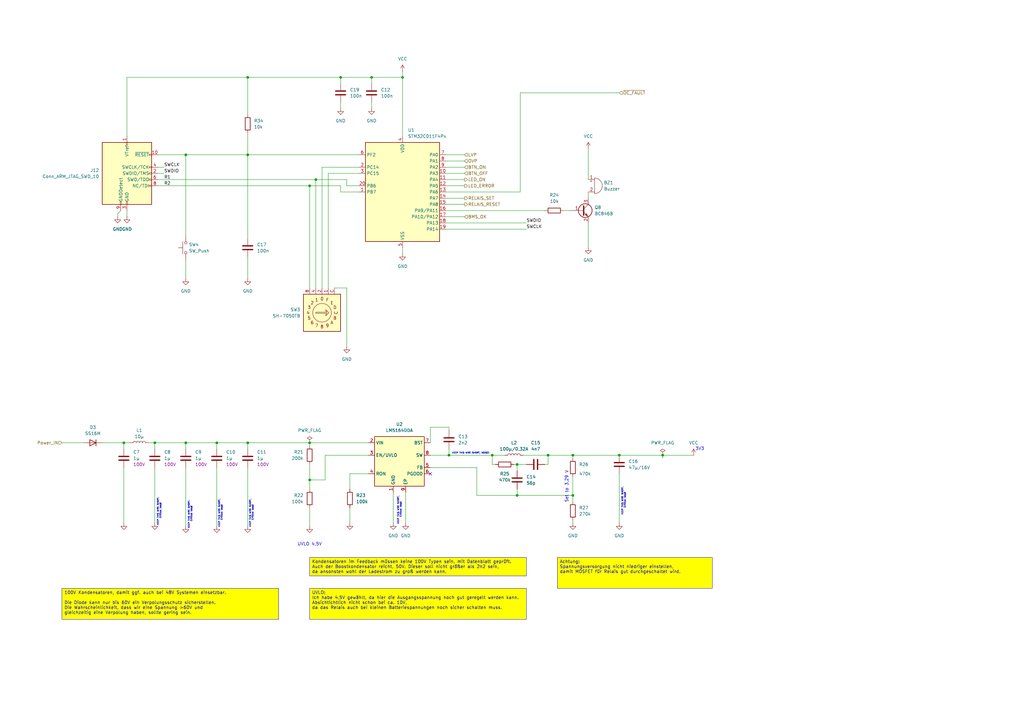
<source format=kicad_sch>
(kicad_sch
	(version 20231120)
	(generator "eeschema")
	(generator_version "8.0")
	(uuid "72baee58-3acb-4381-8344-e659d9461441")
	(paper "A3")
	(lib_symbols
		(symbol "Connector:Conn_ARM_JTAG_SWD_10"
			(pin_names
				(offset 1.016)
			)
			(exclude_from_sim no)
			(in_bom yes)
			(on_board yes)
			(property "Reference" "J"
				(at -2.54 16.51 0)
				(effects
					(font
						(size 1.27 1.27)
					)
					(justify right)
				)
			)
			(property "Value" "Conn_ARM_JTAG_SWD_10"
				(at -2.54 13.97 0)
				(effects
					(font
						(size 1.27 1.27)
					)
					(justify right bottom)
				)
			)
			(property "Footprint" ""
				(at 0 0 0)
				(effects
					(font
						(size 1.27 1.27)
					)
					(hide yes)
				)
			)
			(property "Datasheet" "http://infocenter.arm.com/help/topic/com.arm.doc.ddi0314h/DDI0314H_coresight_components_trm.pdf"
				(at -8.89 -31.75 90)
				(effects
					(font
						(size 1.27 1.27)
					)
					(hide yes)
				)
			)
			(property "Description" "Cortex Debug Connector, standard ARM Cortex-M SWD and JTAG interface"
				(at 0 0 0)
				(effects
					(font
						(size 1.27 1.27)
					)
					(hide yes)
				)
			)
			(property "ki_keywords" "Cortex Debug Connector ARM SWD JTAG"
				(at 0 0 0)
				(effects
					(font
						(size 1.27 1.27)
					)
					(hide yes)
				)
			)
			(property "ki_fp_filters" "PinHeader?2x05?P1.27mm*"
				(at 0 0 0)
				(effects
					(font
						(size 1.27 1.27)
					)
					(hide yes)
				)
			)
			(symbol "Conn_ARM_JTAG_SWD_10_0_1"
				(rectangle
					(start -10.16 12.7)
					(end 10.16 -12.7)
					(stroke
						(width 0.254)
						(type default)
					)
					(fill
						(type background)
					)
				)
				(rectangle
					(start -2.794 -12.7)
					(end -2.286 -11.684)
					(stroke
						(width 0)
						(type default)
					)
					(fill
						(type none)
					)
				)
				(rectangle
					(start -0.254 -12.7)
					(end 0.254 -11.684)
					(stroke
						(width 0)
						(type default)
					)
					(fill
						(type none)
					)
				)
				(rectangle
					(start -0.254 12.7)
					(end 0.254 11.684)
					(stroke
						(width 0)
						(type default)
					)
					(fill
						(type none)
					)
				)
				(rectangle
					(start 9.144 2.286)
					(end 10.16 2.794)
					(stroke
						(width 0)
						(type default)
					)
					(fill
						(type none)
					)
				)
				(rectangle
					(start 10.16 -2.794)
					(end 9.144 -2.286)
					(stroke
						(width 0)
						(type default)
					)
					(fill
						(type none)
					)
				)
				(rectangle
					(start 10.16 -0.254)
					(end 9.144 0.254)
					(stroke
						(width 0)
						(type default)
					)
					(fill
						(type none)
					)
				)
				(rectangle
					(start 10.16 7.874)
					(end 9.144 7.366)
					(stroke
						(width 0)
						(type default)
					)
					(fill
						(type none)
					)
				)
			)
			(symbol "Conn_ARM_JTAG_SWD_10_1_1"
				(rectangle
					(start 9.144 -5.334)
					(end 10.16 -4.826)
					(stroke
						(width 0)
						(type default)
					)
					(fill
						(type none)
					)
				)
				(pin power_in line
					(at 0 15.24 270)
					(length 2.54)
					(name "VTref"
						(effects
							(font
								(size 1.27 1.27)
							)
						)
					)
					(number "1"
						(effects
							(font
								(size 1.27 1.27)
							)
						)
					)
				)
				(pin open_collector line
					(at 12.7 7.62 180)
					(length 2.54)
					(name "~{RESET}"
						(effects
							(font
								(size 1.27 1.27)
							)
						)
					)
					(number "10"
						(effects
							(font
								(size 1.27 1.27)
							)
						)
					)
				)
				(pin bidirectional line
					(at 12.7 0 180)
					(length 2.54)
					(name "SWDIO/TMS"
						(effects
							(font
								(size 1.27 1.27)
							)
						)
					)
					(number "2"
						(effects
							(font
								(size 1.27 1.27)
							)
						)
					)
				)
				(pin power_in line
					(at 0 -15.24 90)
					(length 2.54)
					(name "GND"
						(effects
							(font
								(size 1.27 1.27)
							)
						)
					)
					(number "3"
						(effects
							(font
								(size 1.27 1.27)
							)
						)
					)
				)
				(pin output line
					(at 12.7 2.54 180)
					(length 2.54)
					(name "SWCLK/TCK"
						(effects
							(font
								(size 1.27 1.27)
							)
						)
					)
					(number "4"
						(effects
							(font
								(size 1.27 1.27)
							)
						)
					)
				)
				(pin passive line
					(at 0 -15.24 90)
					(length 2.54) hide
					(name "GND"
						(effects
							(font
								(size 1.27 1.27)
							)
						)
					)
					(number "5"
						(effects
							(font
								(size 1.27 1.27)
							)
						)
					)
				)
				(pin input line
					(at 12.7 -2.54 180)
					(length 2.54)
					(name "SWO/TDO"
						(effects
							(font
								(size 1.27 1.27)
							)
						)
					)
					(number "6"
						(effects
							(font
								(size 1.27 1.27)
							)
						)
					)
				)
				(pin no_connect line
					(at -10.16 0 0)
					(length 2.54) hide
					(name "KEY"
						(effects
							(font
								(size 1.27 1.27)
							)
						)
					)
					(number "7"
						(effects
							(font
								(size 1.27 1.27)
							)
						)
					)
				)
				(pin output line
					(at 12.7 -5.08 180)
					(length 2.54)
					(name "NC/TDI"
						(effects
							(font
								(size 1.27 1.27)
							)
						)
					)
					(number "8"
						(effects
							(font
								(size 1.27 1.27)
							)
						)
					)
				)
				(pin passive line
					(at -2.54 -15.24 90)
					(length 2.54)
					(name "GNDDetect"
						(effects
							(font
								(size 1.27 1.27)
							)
						)
					)
					(number "9"
						(effects
							(font
								(size 1.27 1.27)
							)
						)
					)
				)
			)
		)
		(symbol "Device:Buzzer"
			(pin_names
				(offset 0.0254) hide)
			(exclude_from_sim no)
			(in_bom yes)
			(on_board yes)
			(property "Reference" "BZ"
				(at 3.81 1.27 0)
				(effects
					(font
						(size 1.27 1.27)
					)
					(justify left)
				)
			)
			(property "Value" "Buzzer"
				(at 3.81 -1.27 0)
				(effects
					(font
						(size 1.27 1.27)
					)
					(justify left)
				)
			)
			(property "Footprint" ""
				(at -0.635 2.54 90)
				(effects
					(font
						(size 1.27 1.27)
					)
					(hide yes)
				)
			)
			(property "Datasheet" "~"
				(at -0.635 2.54 90)
				(effects
					(font
						(size 1.27 1.27)
					)
					(hide yes)
				)
			)
			(property "Description" "Buzzer, polarized"
				(at 0 0 0)
				(effects
					(font
						(size 1.27 1.27)
					)
					(hide yes)
				)
			)
			(property "ki_keywords" "quartz resonator ceramic"
				(at 0 0 0)
				(effects
					(font
						(size 1.27 1.27)
					)
					(hide yes)
				)
			)
			(property "ki_fp_filters" "*Buzzer*"
				(at 0 0 0)
				(effects
					(font
						(size 1.27 1.27)
					)
					(hide yes)
				)
			)
			(symbol "Buzzer_0_1"
				(arc
					(start 0 -3.175)
					(mid 3.1612 0)
					(end 0 3.175)
					(stroke
						(width 0)
						(type default)
					)
					(fill
						(type none)
					)
				)
				(polyline
					(pts
						(xy -1.651 1.905) (xy -1.143 1.905)
					)
					(stroke
						(width 0)
						(type default)
					)
					(fill
						(type none)
					)
				)
				(polyline
					(pts
						(xy -1.397 2.159) (xy -1.397 1.651)
					)
					(stroke
						(width 0)
						(type default)
					)
					(fill
						(type none)
					)
				)
				(polyline
					(pts
						(xy 0 3.175) (xy 0 -3.175)
					)
					(stroke
						(width 0)
						(type default)
					)
					(fill
						(type none)
					)
				)
			)
			(symbol "Buzzer_1_1"
				(pin passive line
					(at -2.54 2.54 0)
					(length 2.54)
					(name "+"
						(effects
							(font
								(size 1.27 1.27)
							)
						)
					)
					(number "1"
						(effects
							(font
								(size 1.27 1.27)
							)
						)
					)
				)
				(pin passive line
					(at -2.54 -2.54 0)
					(length 2.54)
					(name "-"
						(effects
							(font
								(size 1.27 1.27)
							)
						)
					)
					(number "2"
						(effects
							(font
								(size 1.27 1.27)
							)
						)
					)
				)
			)
		)
		(symbol "Device:C"
			(pin_numbers hide)
			(pin_names
				(offset 0.254)
			)
			(exclude_from_sim no)
			(in_bom yes)
			(on_board yes)
			(property "Reference" "C"
				(at 0.635 2.54 0)
				(effects
					(font
						(size 1.27 1.27)
					)
					(justify left)
				)
			)
			(property "Value" "C"
				(at 0.635 -2.54 0)
				(effects
					(font
						(size 1.27 1.27)
					)
					(justify left)
				)
			)
			(property "Footprint" ""
				(at 0.9652 -3.81 0)
				(effects
					(font
						(size 1.27 1.27)
					)
					(hide yes)
				)
			)
			(property "Datasheet" "~"
				(at 0 0 0)
				(effects
					(font
						(size 1.27 1.27)
					)
					(hide yes)
				)
			)
			(property "Description" "Unpolarized capacitor"
				(at 0 0 0)
				(effects
					(font
						(size 1.27 1.27)
					)
					(hide yes)
				)
			)
			(property "ki_keywords" "cap capacitor"
				(at 0 0 0)
				(effects
					(font
						(size 1.27 1.27)
					)
					(hide yes)
				)
			)
			(property "ki_fp_filters" "C_*"
				(at 0 0 0)
				(effects
					(font
						(size 1.27 1.27)
					)
					(hide yes)
				)
			)
			(symbol "C_0_1"
				(polyline
					(pts
						(xy -2.032 -0.762) (xy 2.032 -0.762)
					)
					(stroke
						(width 0.508)
						(type default)
					)
					(fill
						(type none)
					)
				)
				(polyline
					(pts
						(xy -2.032 0.762) (xy 2.032 0.762)
					)
					(stroke
						(width 0.508)
						(type default)
					)
					(fill
						(type none)
					)
				)
			)
			(symbol "C_1_1"
				(pin passive line
					(at 0 3.81 270)
					(length 2.794)
					(name "~"
						(effects
							(font
								(size 1.27 1.27)
							)
						)
					)
					(number "1"
						(effects
							(font
								(size 1.27 1.27)
							)
						)
					)
				)
				(pin passive line
					(at 0 -3.81 90)
					(length 2.794)
					(name "~"
						(effects
							(font
								(size 1.27 1.27)
							)
						)
					)
					(number "2"
						(effects
							(font
								(size 1.27 1.27)
							)
						)
					)
				)
			)
		)
		(symbol "Device:D"
			(pin_numbers hide)
			(pin_names
				(offset 1.016) hide)
			(exclude_from_sim no)
			(in_bom yes)
			(on_board yes)
			(property "Reference" "D"
				(at 0 2.54 0)
				(effects
					(font
						(size 1.27 1.27)
					)
				)
			)
			(property "Value" "D"
				(at 0 -2.54 0)
				(effects
					(font
						(size 1.27 1.27)
					)
				)
			)
			(property "Footprint" ""
				(at 0 0 0)
				(effects
					(font
						(size 1.27 1.27)
					)
					(hide yes)
				)
			)
			(property "Datasheet" "~"
				(at 0 0 0)
				(effects
					(font
						(size 1.27 1.27)
					)
					(hide yes)
				)
			)
			(property "Description" "Diode"
				(at 0 0 0)
				(effects
					(font
						(size 1.27 1.27)
					)
					(hide yes)
				)
			)
			(property "Sim.Device" "D"
				(at 0 0 0)
				(effects
					(font
						(size 1.27 1.27)
					)
					(hide yes)
				)
			)
			(property "Sim.Pins" "1=K 2=A"
				(at 0 0 0)
				(effects
					(font
						(size 1.27 1.27)
					)
					(hide yes)
				)
			)
			(property "ki_keywords" "diode"
				(at 0 0 0)
				(effects
					(font
						(size 1.27 1.27)
					)
					(hide yes)
				)
			)
			(property "ki_fp_filters" "TO-???* *_Diode_* *SingleDiode* D_*"
				(at 0 0 0)
				(effects
					(font
						(size 1.27 1.27)
					)
					(hide yes)
				)
			)
			(symbol "D_0_1"
				(polyline
					(pts
						(xy -1.27 1.27) (xy -1.27 -1.27)
					)
					(stroke
						(width 0.254)
						(type default)
					)
					(fill
						(type none)
					)
				)
				(polyline
					(pts
						(xy 1.27 0) (xy -1.27 0)
					)
					(stroke
						(width 0)
						(type default)
					)
					(fill
						(type none)
					)
				)
				(polyline
					(pts
						(xy 1.27 1.27) (xy 1.27 -1.27) (xy -1.27 0) (xy 1.27 1.27)
					)
					(stroke
						(width 0.254)
						(type default)
					)
					(fill
						(type none)
					)
				)
			)
			(symbol "D_1_1"
				(pin passive line
					(at -3.81 0 0)
					(length 2.54)
					(name "K"
						(effects
							(font
								(size 1.27 1.27)
							)
						)
					)
					(number "1"
						(effects
							(font
								(size 1.27 1.27)
							)
						)
					)
				)
				(pin passive line
					(at 3.81 0 180)
					(length 2.54)
					(name "A"
						(effects
							(font
								(size 1.27 1.27)
							)
						)
					)
					(number "2"
						(effects
							(font
								(size 1.27 1.27)
							)
						)
					)
				)
			)
		)
		(symbol "Device:L"
			(pin_numbers hide)
			(pin_names
				(offset 1.016) hide)
			(exclude_from_sim no)
			(in_bom yes)
			(on_board yes)
			(property "Reference" "L"
				(at -1.27 0 90)
				(effects
					(font
						(size 1.27 1.27)
					)
				)
			)
			(property "Value" "L"
				(at 1.905 0 90)
				(effects
					(font
						(size 1.27 1.27)
					)
				)
			)
			(property "Footprint" ""
				(at 0 0 0)
				(effects
					(font
						(size 1.27 1.27)
					)
					(hide yes)
				)
			)
			(property "Datasheet" "~"
				(at 0 0 0)
				(effects
					(font
						(size 1.27 1.27)
					)
					(hide yes)
				)
			)
			(property "Description" "Inductor"
				(at 0 0 0)
				(effects
					(font
						(size 1.27 1.27)
					)
					(hide yes)
				)
			)
			(property "ki_keywords" "inductor choke coil reactor magnetic"
				(at 0 0 0)
				(effects
					(font
						(size 1.27 1.27)
					)
					(hide yes)
				)
			)
			(property "ki_fp_filters" "Choke_* *Coil* Inductor_* L_*"
				(at 0 0 0)
				(effects
					(font
						(size 1.27 1.27)
					)
					(hide yes)
				)
			)
			(symbol "L_0_1"
				(arc
					(start 0 -2.54)
					(mid 0.6323 -1.905)
					(end 0 -1.27)
					(stroke
						(width 0)
						(type default)
					)
					(fill
						(type none)
					)
				)
				(arc
					(start 0 -1.27)
					(mid 0.6323 -0.635)
					(end 0 0)
					(stroke
						(width 0)
						(type default)
					)
					(fill
						(type none)
					)
				)
				(arc
					(start 0 0)
					(mid 0.6323 0.635)
					(end 0 1.27)
					(stroke
						(width 0)
						(type default)
					)
					(fill
						(type none)
					)
				)
				(arc
					(start 0 1.27)
					(mid 0.6323 1.905)
					(end 0 2.54)
					(stroke
						(width 0)
						(type default)
					)
					(fill
						(type none)
					)
				)
			)
			(symbol "L_1_1"
				(pin passive line
					(at 0 3.81 270)
					(length 1.27)
					(name "1"
						(effects
							(font
								(size 1.27 1.27)
							)
						)
					)
					(number "1"
						(effects
							(font
								(size 1.27 1.27)
							)
						)
					)
				)
				(pin passive line
					(at 0 -3.81 90)
					(length 1.27)
					(name "2"
						(effects
							(font
								(size 1.27 1.27)
							)
						)
					)
					(number "2"
						(effects
							(font
								(size 1.27 1.27)
							)
						)
					)
				)
			)
		)
		(symbol "Device:Q_NPN_BEC"
			(pin_names
				(offset 0) hide)
			(exclude_from_sim no)
			(in_bom yes)
			(on_board yes)
			(property "Reference" "Q"
				(at 5.08 1.27 0)
				(effects
					(font
						(size 1.27 1.27)
					)
					(justify left)
				)
			)
			(property "Value" "Q_NPN_BEC"
				(at 5.08 -1.27 0)
				(effects
					(font
						(size 1.27 1.27)
					)
					(justify left)
				)
			)
			(property "Footprint" ""
				(at 5.08 2.54 0)
				(effects
					(font
						(size 1.27 1.27)
					)
					(hide yes)
				)
			)
			(property "Datasheet" "~"
				(at 0 0 0)
				(effects
					(font
						(size 1.27 1.27)
					)
					(hide yes)
				)
			)
			(property "Description" "NPN transistor, base/emitter/collector"
				(at 0 0 0)
				(effects
					(font
						(size 1.27 1.27)
					)
					(hide yes)
				)
			)
			(property "ki_keywords" "transistor NPN"
				(at 0 0 0)
				(effects
					(font
						(size 1.27 1.27)
					)
					(hide yes)
				)
			)
			(symbol "Q_NPN_BEC_0_1"
				(polyline
					(pts
						(xy 0.635 0.635) (xy 2.54 2.54)
					)
					(stroke
						(width 0)
						(type default)
					)
					(fill
						(type none)
					)
				)
				(polyline
					(pts
						(xy 0.635 -0.635) (xy 2.54 -2.54) (xy 2.54 -2.54)
					)
					(stroke
						(width 0)
						(type default)
					)
					(fill
						(type none)
					)
				)
				(polyline
					(pts
						(xy 0.635 1.905) (xy 0.635 -1.905) (xy 0.635 -1.905)
					)
					(stroke
						(width 0.508)
						(type default)
					)
					(fill
						(type none)
					)
				)
				(polyline
					(pts
						(xy 1.27 -1.778) (xy 1.778 -1.27) (xy 2.286 -2.286) (xy 1.27 -1.778) (xy 1.27 -1.778)
					)
					(stroke
						(width 0)
						(type default)
					)
					(fill
						(type outline)
					)
				)
				(circle
					(center 1.27 0)
					(radius 2.8194)
					(stroke
						(width 0.254)
						(type default)
					)
					(fill
						(type none)
					)
				)
			)
			(symbol "Q_NPN_BEC_1_1"
				(pin input line
					(at -5.08 0 0)
					(length 5.715)
					(name "B"
						(effects
							(font
								(size 1.27 1.27)
							)
						)
					)
					(number "1"
						(effects
							(font
								(size 1.27 1.27)
							)
						)
					)
				)
				(pin passive line
					(at 2.54 -5.08 90)
					(length 2.54)
					(name "E"
						(effects
							(font
								(size 1.27 1.27)
							)
						)
					)
					(number "2"
						(effects
							(font
								(size 1.27 1.27)
							)
						)
					)
				)
				(pin passive line
					(at 2.54 5.08 270)
					(length 2.54)
					(name "C"
						(effects
							(font
								(size 1.27 1.27)
							)
						)
					)
					(number "3"
						(effects
							(font
								(size 1.27 1.27)
							)
						)
					)
				)
			)
		)
		(symbol "Device:R"
			(pin_numbers hide)
			(pin_names
				(offset 0)
			)
			(exclude_from_sim no)
			(in_bom yes)
			(on_board yes)
			(property "Reference" "R"
				(at 2.032 0 90)
				(effects
					(font
						(size 1.27 1.27)
					)
				)
			)
			(property "Value" "R"
				(at 0 0 90)
				(effects
					(font
						(size 1.27 1.27)
					)
				)
			)
			(property "Footprint" ""
				(at -1.778 0 90)
				(effects
					(font
						(size 1.27 1.27)
					)
					(hide yes)
				)
			)
			(property "Datasheet" "~"
				(at 0 0 0)
				(effects
					(font
						(size 1.27 1.27)
					)
					(hide yes)
				)
			)
			(property "Description" "Resistor"
				(at 0 0 0)
				(effects
					(font
						(size 1.27 1.27)
					)
					(hide yes)
				)
			)
			(property "ki_keywords" "R res resistor"
				(at 0 0 0)
				(effects
					(font
						(size 1.27 1.27)
					)
					(hide yes)
				)
			)
			(property "ki_fp_filters" "R_*"
				(at 0 0 0)
				(effects
					(font
						(size 1.27 1.27)
					)
					(hide yes)
				)
			)
			(symbol "R_0_1"
				(rectangle
					(start -1.016 -2.54)
					(end 1.016 2.54)
					(stroke
						(width 0.254)
						(type default)
					)
					(fill
						(type none)
					)
				)
			)
			(symbol "R_1_1"
				(pin passive line
					(at 0 3.81 270)
					(length 1.27)
					(name "~"
						(effects
							(font
								(size 1.27 1.27)
							)
						)
					)
					(number "1"
						(effects
							(font
								(size 1.27 1.27)
							)
						)
					)
				)
				(pin passive line
					(at 0 -3.81 90)
					(length 1.27)
					(name "~"
						(effects
							(font
								(size 1.27 1.27)
							)
						)
					)
					(number "2"
						(effects
							(font
								(size 1.27 1.27)
							)
						)
					)
				)
			)
		)
		(symbol "MCU_ST_STM32C0:STM32C011F4Px"
			(exclude_from_sim no)
			(in_bom yes)
			(on_board yes)
			(property "Reference" "U"
				(at -15.24 21.59 0)
				(effects
					(font
						(size 1.27 1.27)
					)
					(justify left)
				)
			)
			(property "Value" "STM32C011F4Px"
				(at 2.54 21.59 0)
				(effects
					(font
						(size 1.27 1.27)
					)
					(justify left)
				)
			)
			(property "Footprint" "Package_SO:TSSOP-20_4.4x6.5mm_P0.65mm"
				(at -15.24 -20.32 0)
				(effects
					(font
						(size 1.27 1.27)
					)
					(justify right)
					(hide yes)
				)
			)
			(property "Datasheet" "https://www.st.com/resource/en/datasheet/stm32c011f4.pdf"
				(at 0 0 0)
				(effects
					(font
						(size 1.27 1.27)
					)
					(hide yes)
				)
			)
			(property "Description" "STMicroelectronics Arm Cortex-M0+ MCU, 16KB flash, 6KB RAM, 48 MHz, 2.0-3.6V, 18 GPIO, TSSOP20"
				(at 0 0 0)
				(effects
					(font
						(size 1.27 1.27)
					)
					(hide yes)
				)
			)
			(property "ki_keywords" "Arm Cortex-M0+ STM32C0 STM32C0x1"
				(at 0 0 0)
				(effects
					(font
						(size 1.27 1.27)
					)
					(hide yes)
				)
			)
			(property "ki_fp_filters" "TSSOP*4.4x6.5mm*P0.65mm*"
				(at 0 0 0)
				(effects
					(font
						(size 1.27 1.27)
					)
					(hide yes)
				)
			)
			(symbol "STM32C011F4Px_0_1"
				(rectangle
					(start -15.24 -20.32)
					(end 15.24 20.32)
					(stroke
						(width 0.254)
						(type default)
					)
					(fill
						(type background)
					)
				)
			)
			(symbol "STM32C011F4Px_1_1"
				(pin bidirectional line
					(at -17.78 0 0)
					(length 2.54)
					(name "PB7"
						(effects
							(font
								(size 1.27 1.27)
							)
						)
					)
					(number "1"
						(effects
							(font
								(size 1.27 1.27)
							)
						)
					)
					(alternate "I2C1_SCL" bidirectional line)
					(alternate "I2C1_SDA" bidirectional line)
					(alternate "RTC_REFIN" bidirectional line)
					(alternate "TIM16_CH1" bidirectional line)
					(alternate "TIM17_CH1N" bidirectional line)
					(alternate "TIM1_CH4" bidirectional line)
					(alternate "TIM3_CH1" bidirectional line)
					(alternate "TIM3_CH4" bidirectional line)
					(alternate "USART1_RX" bidirectional line)
					(alternate "USART2_CTS" bidirectional line)
					(alternate "USART2_NSS" bidirectional line)
				)
				(pin bidirectional line
					(at 17.78 7.62 180)
					(length 2.54)
					(name "PA3"
						(effects
							(font
								(size 1.27 1.27)
							)
						)
					)
					(number "10"
						(effects
							(font
								(size 1.27 1.27)
							)
						)
					)
					(alternate "ADC1_IN3" bidirectional line)
					(alternate "TIM1_CH1N" bidirectional line)
					(alternate "TIM1_CH4" bidirectional line)
					(alternate "USART2_RX" bidirectional line)
				)
				(pin bidirectional line
					(at 17.78 5.08 180)
					(length 2.54)
					(name "PA4"
						(effects
							(font
								(size 1.27 1.27)
							)
						)
					)
					(number "11"
						(effects
							(font
								(size 1.27 1.27)
							)
						)
					)
					(alternate "ADC1_IN4" bidirectional line)
					(alternate "I2S1_WS" bidirectional line)
					(alternate "PWR_WKUP2" bidirectional line)
					(alternate "RTC_OUT1" bidirectional line)
					(alternate "RTC_TS" bidirectional line)
					(alternate "SPI1_NSS" bidirectional line)
					(alternate "TIM14_CH1" bidirectional line)
					(alternate "TIM17_CH1N" bidirectional line)
					(alternate "TIM1_CH2N" bidirectional line)
					(alternate "USART2_TX" bidirectional line)
				)
				(pin bidirectional line
					(at 17.78 2.54 180)
					(length 2.54)
					(name "PA5"
						(effects
							(font
								(size 1.27 1.27)
							)
						)
					)
					(number "12"
						(effects
							(font
								(size 1.27 1.27)
							)
						)
					)
					(alternate "ADC1_IN5" bidirectional line)
					(alternate "I2S1_CK" bidirectional line)
					(alternate "SPI1_SCK" bidirectional line)
					(alternate "TIM1_CH1" bidirectional line)
					(alternate "TIM1_CH3N" bidirectional line)
					(alternate "USART2_RX" bidirectional line)
				)
				(pin bidirectional line
					(at 17.78 0 180)
					(length 2.54)
					(name "PA6"
						(effects
							(font
								(size 1.27 1.27)
							)
						)
					)
					(number "13"
						(effects
							(font
								(size 1.27 1.27)
							)
						)
					)
					(alternate "ADC1_IN6" bidirectional line)
					(alternate "I2S1_MCK" bidirectional line)
					(alternate "SPI1_MISO" bidirectional line)
					(alternate "TIM16_CH1" bidirectional line)
					(alternate "TIM1_BKIN" bidirectional line)
					(alternate "TIM3_CH1" bidirectional line)
				)
				(pin bidirectional line
					(at 17.78 -2.54 180)
					(length 2.54)
					(name "PA7"
						(effects
							(font
								(size 1.27 1.27)
							)
						)
					)
					(number "14"
						(effects
							(font
								(size 1.27 1.27)
							)
						)
					)
					(alternate "ADC1_IN7" bidirectional line)
					(alternate "I2S1_SD" bidirectional line)
					(alternate "SPI1_MOSI" bidirectional line)
					(alternate "TIM14_CH1" bidirectional line)
					(alternate "TIM17_CH1" bidirectional line)
					(alternate "TIM1_CH1N" bidirectional line)
					(alternate "TIM3_CH2" bidirectional line)
				)
				(pin bidirectional line
					(at 17.78 -5.08 180)
					(length 2.54)
					(name "PA8"
						(effects
							(font
								(size 1.27 1.27)
							)
						)
					)
					(number "15"
						(effects
							(font
								(size 1.27 1.27)
							)
						)
					)
					(alternate "ADC1_IN8" bidirectional line)
					(alternate "I2S1_WS" bidirectional line)
					(alternate "RCC_MCO" bidirectional line)
					(alternate "RCC_MCO_2" bidirectional line)
					(alternate "SPI1_NSS" bidirectional line)
					(alternate "TIM14_CH1" bidirectional line)
					(alternate "TIM1_CH1" bidirectional line)
					(alternate "TIM1_CH2N" bidirectional line)
					(alternate "TIM1_CH3N" bidirectional line)
					(alternate "TIM3_CH3" bidirectional line)
					(alternate "TIM3_CH4" bidirectional line)
					(alternate "USART1_RX" bidirectional line)
					(alternate "USART2_TX" bidirectional line)
				)
				(pin bidirectional line
					(at 17.78 -7.62 180)
					(length 2.54)
					(name "PA9/PA11"
						(effects
							(font
								(size 1.27 1.27)
							)
						)
					)
					(number "16"
						(effects
							(font
								(size 1.27 1.27)
							)
						)
					)
					(alternate "ADC1_EXTI11 (PA11)" bidirectional line)
					(alternate "ADC1_IN11 (PA11)" bidirectional line)
					(alternate "I2C1_SCL (PA9)" bidirectional line)
					(alternate "I2S1_MCK (PA11)" bidirectional line)
					(alternate "PA11" bidirectional line)
					(alternate "PA9" bidirectional line)
					(alternate "RCC_MCO (PA9)" bidirectional line)
					(alternate "SPI1_MISO (PA11)" bidirectional line)
					(alternate "TIM1_BKIN2 (PA11)" bidirectional line)
					(alternate "TIM1_CH2 (PA9)" bidirectional line)
					(alternate "TIM1_CH4 (PA11)" bidirectional line)
					(alternate "TIM3_ETR (PA9)" bidirectional line)
					(alternate "USART1_CTS (PA11)" bidirectional line)
					(alternate "USART1_NSS (PA11)" bidirectional line)
					(alternate "USART1_TX (PA9)" bidirectional line)
				)
				(pin bidirectional line
					(at 17.78 -10.16 180)
					(length 2.54)
					(name "PA10/PA12"
						(effects
							(font
								(size 1.27 1.27)
							)
						)
					)
					(number "17"
						(effects
							(font
								(size 1.27 1.27)
							)
						)
					)
					(alternate "ADC1_IN12 (PA12)" bidirectional line)
					(alternate "I2C1_SDA (PA10)" bidirectional line)
					(alternate "I2S1_SD (PA12)" bidirectional line)
					(alternate "I2S_CKIN (PA12)" bidirectional line)
					(alternate "PA10" bidirectional line)
					(alternate "PA12" bidirectional line)
					(alternate "RCC_MCO_2 (PA10)" bidirectional line)
					(alternate "SPI1_MOSI (PA12)" bidirectional line)
					(alternate "TIM17_BKIN (PA10)" bidirectional line)
					(alternate "TIM1_CH3 (PA10)" bidirectional line)
					(alternate "TIM1_ETR (PA12)" bidirectional line)
					(alternate "USART1_CK (PA12)" bidirectional line)
					(alternate "USART1_DE (PA12)" bidirectional line)
					(alternate "USART1_RTS (PA12)" bidirectional line)
					(alternate "USART1_RX (PA10)" bidirectional line)
				)
				(pin bidirectional line
					(at 17.78 -12.7 180)
					(length 2.54)
					(name "PA13"
						(effects
							(font
								(size 1.27 1.27)
							)
						)
					)
					(number "18"
						(effects
							(font
								(size 1.27 1.27)
							)
						)
					)
					(alternate "ADC1_IN13" bidirectional line)
					(alternate "DEBUG_SWDIO" bidirectional line)
					(alternate "IR_OUT" bidirectional line)
					(alternate "TIM3_ETR" bidirectional line)
					(alternate "USART2_RX" bidirectional line)
				)
				(pin bidirectional line
					(at 17.78 -15.24 180)
					(length 2.54)
					(name "PA14"
						(effects
							(font
								(size 1.27 1.27)
							)
						)
					)
					(number "19"
						(effects
							(font
								(size 1.27 1.27)
							)
						)
					)
					(alternate "ADC1_IN14" bidirectional line)
					(alternate "DEBUG_SWCLK" bidirectional line)
					(alternate "I2S1_WS" bidirectional line)
					(alternate "RCC_MCO_2" bidirectional line)
					(alternate "SPI1_NSS" bidirectional line)
					(alternate "TIM1_CH1" bidirectional line)
					(alternate "USART1_CK" bidirectional line)
					(alternate "USART1_DE" bidirectional line)
					(alternate "USART1_RTS" bidirectional line)
					(alternate "USART2_RX" bidirectional line)
					(alternate "USART2_TX" bidirectional line)
				)
				(pin bidirectional line
					(at -17.78 10.16 0)
					(length 2.54)
					(name "PC14"
						(effects
							(font
								(size 1.27 1.27)
							)
						)
					)
					(number "2"
						(effects
							(font
								(size 1.27 1.27)
							)
						)
					)
					(alternate "I2C1_SDA" bidirectional line)
					(alternate "IR_OUT" bidirectional line)
					(alternate "RCC_OSCX_IN" bidirectional line)
					(alternate "TIM17_CH1" bidirectional line)
					(alternate "TIM1_BKIN2" bidirectional line)
					(alternate "TIM1_ETR" bidirectional line)
					(alternate "TIM3_CH2" bidirectional line)
					(alternate "USART1_TX" bidirectional line)
					(alternate "USART2_CK" bidirectional line)
					(alternate "USART2_DE" bidirectional line)
					(alternate "USART2_RTS" bidirectional line)
				)
				(pin bidirectional line
					(at -17.78 2.54 0)
					(length 2.54)
					(name "PB6"
						(effects
							(font
								(size 1.27 1.27)
							)
						)
					)
					(number "20"
						(effects
							(font
								(size 1.27 1.27)
							)
						)
					)
					(alternate "I2C1_SCL" bidirectional line)
					(alternate "I2C1_SMBA" bidirectional line)
					(alternate "I2S1_CK" bidirectional line)
					(alternate "I2S1_MCK" bidirectional line)
					(alternate "I2S1_SD" bidirectional line)
					(alternate "PWR_WKUP3" bidirectional line)
					(alternate "SPI1_MISO" bidirectional line)
					(alternate "SPI1_MOSI" bidirectional line)
					(alternate "SPI1_SCK" bidirectional line)
					(alternate "TIM16_BKIN" bidirectional line)
					(alternate "TIM16_CH1N" bidirectional line)
					(alternate "TIM17_BKIN" bidirectional line)
					(alternate "TIM1_CH2" bidirectional line)
					(alternate "TIM1_CH3" bidirectional line)
					(alternate "TIM3_CH1" bidirectional line)
					(alternate "TIM3_CH2" bidirectional line)
					(alternate "TIM3_CH3" bidirectional line)
					(alternate "USART1_CK" bidirectional line)
					(alternate "USART1_CTS" bidirectional line)
					(alternate "USART1_DE" bidirectional line)
					(alternate "USART1_NSS" bidirectional line)
					(alternate "USART1_RTS" bidirectional line)
					(alternate "USART1_TX" bidirectional line)
				)
				(pin bidirectional line
					(at -17.78 7.62 0)
					(length 2.54)
					(name "PC15"
						(effects
							(font
								(size 1.27 1.27)
							)
						)
					)
					(number "3"
						(effects
							(font
								(size 1.27 1.27)
							)
						)
					)
					(alternate "RCC_OSC32_EN" bidirectional line)
					(alternate "RCC_OSCX_OUT" bidirectional line)
					(alternate "RCC_OSC_EN" bidirectional line)
					(alternate "TIM1_ETR" bidirectional line)
					(alternate "TIM3_CH3" bidirectional line)
				)
				(pin power_in line
					(at 0 22.86 270)
					(length 2.54)
					(name "VDD"
						(effects
							(font
								(size 1.27 1.27)
							)
						)
					)
					(number "4"
						(effects
							(font
								(size 1.27 1.27)
							)
						)
					)
				)
				(pin power_in line
					(at 0 -22.86 90)
					(length 2.54)
					(name "VSS"
						(effects
							(font
								(size 1.27 1.27)
							)
						)
					)
					(number "5"
						(effects
							(font
								(size 1.27 1.27)
							)
						)
					)
				)
				(pin bidirectional line
					(at -17.78 15.24 0)
					(length 2.54)
					(name "PF2"
						(effects
							(font
								(size 1.27 1.27)
							)
						)
					)
					(number "6"
						(effects
							(font
								(size 1.27 1.27)
							)
						)
					)
					(alternate "RCC_MCO" bidirectional line)
					(alternate "TIM1_CH4" bidirectional line)
				)
				(pin bidirectional line
					(at 17.78 15.24 180)
					(length 2.54)
					(name "PA0"
						(effects
							(font
								(size 1.27 1.27)
							)
						)
					)
					(number "7"
						(effects
							(font
								(size 1.27 1.27)
							)
						)
					)
					(alternate "ADC1_IN0" bidirectional line)
					(alternate "PWR_WKUP1" bidirectional line)
					(alternate "TIM16_CH1" bidirectional line)
					(alternate "TIM1_CH1" bidirectional line)
					(alternate "USART1_TX" bidirectional line)
					(alternate "USART2_CTS" bidirectional line)
					(alternate "USART2_NSS" bidirectional line)
				)
				(pin bidirectional line
					(at 17.78 12.7 180)
					(length 2.54)
					(name "PA1"
						(effects
							(font
								(size 1.27 1.27)
							)
						)
					)
					(number "8"
						(effects
							(font
								(size 1.27 1.27)
							)
						)
					)
					(alternate "ADC1_IN1" bidirectional line)
					(alternate "I2C1_SMBA" bidirectional line)
					(alternate "I2S1_CK" bidirectional line)
					(alternate "SPI1_SCK" bidirectional line)
					(alternate "TIM17_CH1" bidirectional line)
					(alternate "TIM1_CH2" bidirectional line)
					(alternate "USART1_RX" bidirectional line)
					(alternate "USART2_CK" bidirectional line)
					(alternate "USART2_DE" bidirectional line)
					(alternate "USART2_RTS" bidirectional line)
				)
				(pin bidirectional line
					(at 17.78 10.16 180)
					(length 2.54)
					(name "PA2"
						(effects
							(font
								(size 1.27 1.27)
							)
						)
					)
					(number "9"
						(effects
							(font
								(size 1.27 1.27)
							)
						)
					)
					(alternate "ADC1_IN2" bidirectional line)
					(alternate "I2S1_SD" bidirectional line)
					(alternate "PWR_WKUP4" bidirectional line)
					(alternate "RCC_LSCO" bidirectional line)
					(alternate "SPI1_MOSI" bidirectional line)
					(alternate "TIM16_CH1N" bidirectional line)
					(alternate "TIM1_CH3" bidirectional line)
					(alternate "TIM3_ETR" bidirectional line)
					(alternate "USART2_TX" bidirectional line)
				)
			)
		)
		(symbol "Regulator_Switching:LM5164DDA"
			(exclude_from_sim no)
			(in_bom yes)
			(on_board yes)
			(property "Reference" "U"
				(at -8.89 11.43 0)
				(effects
					(font
						(size 1.27 1.27)
					)
				)
			)
			(property "Value" "LM5164DDA"
				(at 5.08 11.43 0)
				(effects
					(font
						(size 1.27 1.27)
					)
				)
			)
			(property "Footprint" "Package_SO:HSOP-8-1EP_3.9x4.9mm_P1.27mm_EP2.41x3.1mm_ThermalVias"
				(at 1.27 -11.43 0)
				(effects
					(font
						(size 1.27 1.27)
					)
					(hide yes)
				)
			)
			(property "Datasheet" "https://www.ti.com/lit/ds/symlink/lm5164.pdf?ts=1598311864250&ref_url=https%253A%252F%252Fwww.ti.com%252Fproduct%252FLM5164%253FHQS%253DTI-null-null-octopart-df-pf-null-wwe"
				(at -7.62 8.89 0)
				(effects
					(font
						(size 1.27 1.27)
					)
					(hide yes)
				)
			)
			(property "Description" "1A synchronous buck converter with ultra-low IQ, 6V - 100V input, adjustable output voltage, HSOP-8"
				(at 0 0 0)
				(effects
					(font
						(size 1.27 1.27)
					)
					(hide yes)
				)
			)
			(property "ki_keywords" "step-down dc-dc buck regulator adjustable"
				(at 0 0 0)
				(effects
					(font
						(size 1.27 1.27)
					)
					(hide yes)
				)
			)
			(property "ki_fp_filters" "HSOP*1EP*3.9x4.9*P1.27mm*"
				(at 0 0 0)
				(effects
					(font
						(size 1.27 1.27)
					)
					(hide yes)
				)
			)
			(symbol "LM5164DDA_1_1"
				(rectangle
					(start -10.16 10.16)
					(end 10.16 -10.16)
					(stroke
						(width 0.254)
						(type default)
					)
					(fill
						(type background)
					)
				)
				(pin power_in line
					(at -2.54 -12.7 90)
					(length 2.54)
					(name "GND"
						(effects
							(font
								(size 1.27 1.27)
							)
						)
					)
					(number "1"
						(effects
							(font
								(size 1.27 1.27)
							)
						)
					)
				)
				(pin power_in line
					(at -12.7 7.62 0)
					(length 2.54)
					(name "VIN"
						(effects
							(font
								(size 1.27 1.27)
							)
						)
					)
					(number "2"
						(effects
							(font
								(size 1.27 1.27)
							)
						)
					)
				)
				(pin input line
					(at -12.7 2.54 0)
					(length 2.54)
					(name "EN/UVLO"
						(effects
							(font
								(size 1.27 1.27)
							)
						)
					)
					(number "3"
						(effects
							(font
								(size 1.27 1.27)
							)
						)
					)
				)
				(pin passive line
					(at -12.7 -5.08 0)
					(length 2.54)
					(name "RON"
						(effects
							(font
								(size 1.27 1.27)
							)
						)
					)
					(number "4"
						(effects
							(font
								(size 1.27 1.27)
							)
						)
					)
				)
				(pin input line
					(at 12.7 -2.54 180)
					(length 2.54)
					(name "FB"
						(effects
							(font
								(size 1.27 1.27)
							)
						)
					)
					(number "5"
						(effects
							(font
								(size 1.27 1.27)
							)
						)
					)
				)
				(pin open_collector line
					(at 12.7 -5.08 180)
					(length 2.54)
					(name "PGOOD"
						(effects
							(font
								(size 1.27 1.27)
							)
						)
					)
					(number "6"
						(effects
							(font
								(size 1.27 1.27)
							)
						)
					)
				)
				(pin passive line
					(at 12.7 7.62 180)
					(length 2.54)
					(name "BST"
						(effects
							(font
								(size 1.27 1.27)
							)
						)
					)
					(number "7"
						(effects
							(font
								(size 1.27 1.27)
							)
						)
					)
				)
				(pin power_out line
					(at 12.7 2.54 180)
					(length 2.54)
					(name "SW"
						(effects
							(font
								(size 1.27 1.27)
							)
						)
					)
					(number "8"
						(effects
							(font
								(size 1.27 1.27)
							)
						)
					)
				)
				(pin passive line
					(at 2.54 -12.7 90)
					(length 2.54)
					(name "EP"
						(effects
							(font
								(size 1.27 1.27)
							)
						)
					)
					(number "9"
						(effects
							(font
								(size 1.27 1.27)
							)
						)
					)
				)
			)
		)
		(symbol "Switch:SW_Coded_SH-7050"
			(pin_names hide)
			(exclude_from_sim no)
			(in_bom yes)
			(on_board yes)
			(property "Reference" "SW"
				(at -7.62 8.89 0)
				(effects
					(font
						(size 1.27 1.27)
					)
					(justify left)
				)
			)
			(property "Value" "SW_Coded_SH-7050"
				(at -7.62 -8.89 0)
				(effects
					(font
						(size 1.27 1.27)
					)
					(justify left)
				)
			)
			(property "Footprint" ""
				(at -7.62 -11.43 0)
				(effects
					(font
						(size 1.27 1.27)
					)
					(justify left)
					(hide yes)
				)
			)
			(property "Datasheet" "https://www.nidec-copal-electronics.com/e/catalog/switch/sh-7000.pdf"
				(at 0 0 0)
				(effects
					(font
						(size 1.27 1.27)
					)
					(hide yes)
				)
			)
			(property "Description" "Rotary switch, 4-bit encoding, 16 positions, Real code"
				(at 0 0 0)
				(effects
					(font
						(size 1.27 1.27)
					)
					(hide yes)
				)
			)
			(property "ki_keywords" "rotary hex Real"
				(at 0 0 0)
				(effects
					(font
						(size 1.27 1.27)
					)
					(hide yes)
				)
			)
			(property "ki_fp_filters" "Nidec*Copal*SH*7010*"
				(at 0 0 0)
				(effects
					(font
						(size 1.27 1.27)
					)
					(hide yes)
				)
			)
			(symbol "SW_Coded_SH-7050_0_0"
				(text "0"
					(at 5.715 0 2700)
					(effects
						(font
							(size 1.27 1.27)
						)
					)
				)
				(text "1"
					(at 5.2832 -2.1844 2475)
					(effects
						(font
							(size 1.27 1.27)
						)
					)
				)
				(text "2"
					(at 4.0386 -4.0386 2250)
					(effects
						(font
							(size 1.27 1.27)
						)
					)
				)
				(text "3"
					(at 2.1844 -5.2832 2025)
					(effects
						(font
							(size 1.27 1.27)
						)
					)
				)
				(text "4"
					(at 0 -5.715 1800)
					(effects
						(font
							(size 1.27 1.27)
						)
					)
				)
				(text "5"
					(at -2.1844 -5.2832 1575)
					(effects
						(font
							(size 1.27 1.27)
						)
					)
				)
				(text "6"
					(at -4.0386 -4.0386 1350)
					(effects
						(font
							(size 1.27 1.27)
						)
					)
				)
				(text "7"
					(at -5.2832 -2.1844 1125)
					(effects
						(font
							(size 1.27 1.27)
						)
					)
				)
				(text "8"
					(at -5.715 0 900)
					(effects
						(font
							(size 1.27 1.27)
						)
					)
				)
				(text "9"
					(at -5.2832 2.1844 675)
					(effects
						(font
							(size 1.27 1.27)
						)
					)
				)
				(text "A"
					(at -4.0386 4.0386 450)
					(effects
						(font
							(size 1.27 1.27)
						)
					)
				)
				(text "B"
					(at -2.1844 5.2832 225)
					(effects
						(font
							(size 1.27 1.27)
						)
					)
				)
				(text "C"
					(at 0 5.715 0)
					(effects
						(font
							(size 1.27 1.27)
						)
					)
				)
				(text "D"
					(at 2.1844 5.2832 3375)
					(effects
						(font
							(size 1.27 1.27)
						)
					)
				)
				(text "E"
					(at 4.0386 4.0386 3150)
					(effects
						(font
							(size 1.27 1.27)
						)
					)
				)
				(text "F"
					(at 5.2832 2.1844 2925)
					(effects
						(font
							(size 1.27 1.27)
						)
					)
				)
			)
			(symbol "SW_Coded_SH-7050_0_1"
				(polyline
					(pts
						(xy -0.254 -2.54) (xy -0.254 2.032) (xy -0.762 1.524) (xy -1.27 1.524) (xy 0 2.794) (xy 1.27 1.524)
						(xy 0.762 1.524) (xy 0.254 2.032) (xy 0.254 -2.54) (xy -0.254 -2.54) (xy -0.254 -2.54)
					)
					(stroke
						(width 0)
						(type default)
					)
					(fill
						(type none)
					)
				)
				(circle
					(center 0 0)
					(radius 3.81)
					(stroke
						(width 0)
						(type default)
					)
					(fill
						(type none)
					)
				)
				(rectangle
					(start 7.62 7.62)
					(end -7.62 -7.62)
					(stroke
						(width 0.254)
						(type default)
					)
					(fill
						(type background)
					)
				)
			)
			(symbol "SW_Coded_SH-7050_1_1"
				(pin passive line
					(at 10.16 2.54 180)
					(length 2.54)
					(name "1"
						(effects
							(font
								(size 1.27 1.27)
							)
						)
					)
					(number "1"
						(effects
							(font
								(size 1.27 1.27)
							)
						)
					)
				)
				(pin passive line
					(at 10.16 0 180)
					(length 2.54)
					(name "2"
						(effects
							(font
								(size 1.27 1.27)
							)
						)
					)
					(number "2"
						(effects
							(font
								(size 1.27 1.27)
							)
						)
					)
				)
				(pin passive line
					(at 10.16 -2.54 180)
					(length 2.54)
					(name "4"
						(effects
							(font
								(size 1.27 1.27)
							)
						)
					)
					(number "4"
						(effects
							(font
								(size 1.27 1.27)
							)
						)
					)
				)
				(pin passive line
					(at 10.16 -5.08 180)
					(length 2.54)
					(name "8"
						(effects
							(font
								(size 1.27 1.27)
							)
						)
					)
					(number "8"
						(effects
							(font
								(size 1.27 1.27)
							)
						)
					)
				)
				(pin passive line
					(at 10.16 5.08 180)
					(length 2.54)
					(name "C"
						(effects
							(font
								(size 1.27 1.27)
							)
						)
					)
					(number "C"
						(effects
							(font
								(size 1.27 1.27)
							)
						)
					)
				)
			)
		)
		(symbol "Switch:SW_Push"
			(pin_numbers hide)
			(pin_names
				(offset 1.016) hide)
			(exclude_from_sim no)
			(in_bom yes)
			(on_board yes)
			(property "Reference" "SW"
				(at 1.27 2.54 0)
				(effects
					(font
						(size 1.27 1.27)
					)
					(justify left)
				)
			)
			(property "Value" "SW_Push"
				(at 0 -1.524 0)
				(effects
					(font
						(size 1.27 1.27)
					)
				)
			)
			(property "Footprint" ""
				(at 0 5.08 0)
				(effects
					(font
						(size 1.27 1.27)
					)
					(hide yes)
				)
			)
			(property "Datasheet" "~"
				(at 0 5.08 0)
				(effects
					(font
						(size 1.27 1.27)
					)
					(hide yes)
				)
			)
			(property "Description" "Push button switch, generic, two pins"
				(at 0 0 0)
				(effects
					(font
						(size 1.27 1.27)
					)
					(hide yes)
				)
			)
			(property "ki_keywords" "switch normally-open pushbutton push-button"
				(at 0 0 0)
				(effects
					(font
						(size 1.27 1.27)
					)
					(hide yes)
				)
			)
			(symbol "SW_Push_0_1"
				(circle
					(center -2.032 0)
					(radius 0.508)
					(stroke
						(width 0)
						(type default)
					)
					(fill
						(type none)
					)
				)
				(polyline
					(pts
						(xy 0 1.27) (xy 0 3.048)
					)
					(stroke
						(width 0)
						(type default)
					)
					(fill
						(type none)
					)
				)
				(polyline
					(pts
						(xy 2.54 1.27) (xy -2.54 1.27)
					)
					(stroke
						(width 0)
						(type default)
					)
					(fill
						(type none)
					)
				)
				(circle
					(center 2.032 0)
					(radius 0.508)
					(stroke
						(width 0)
						(type default)
					)
					(fill
						(type none)
					)
				)
				(pin passive line
					(at -5.08 0 0)
					(length 2.54)
					(name "1"
						(effects
							(font
								(size 1.27 1.27)
							)
						)
					)
					(number "1"
						(effects
							(font
								(size 1.27 1.27)
							)
						)
					)
				)
				(pin passive line
					(at 5.08 0 180)
					(length 2.54)
					(name "2"
						(effects
							(font
								(size 1.27 1.27)
							)
						)
					)
					(number "2"
						(effects
							(font
								(size 1.27 1.27)
							)
						)
					)
				)
			)
		)
		(symbol "power:GND"
			(power)
			(pin_numbers hide)
			(pin_names
				(offset 0) hide)
			(exclude_from_sim no)
			(in_bom yes)
			(on_board yes)
			(property "Reference" "#PWR"
				(at 0 -6.35 0)
				(effects
					(font
						(size 1.27 1.27)
					)
					(hide yes)
				)
			)
			(property "Value" "GND"
				(at 0 -3.81 0)
				(effects
					(font
						(size 1.27 1.27)
					)
				)
			)
			(property "Footprint" ""
				(at 0 0 0)
				(effects
					(font
						(size 1.27 1.27)
					)
					(hide yes)
				)
			)
			(property "Datasheet" ""
				(at 0 0 0)
				(effects
					(font
						(size 1.27 1.27)
					)
					(hide yes)
				)
			)
			(property "Description" "Power symbol creates a global label with name \"GND\" , ground"
				(at 0 0 0)
				(effects
					(font
						(size 1.27 1.27)
					)
					(hide yes)
				)
			)
			(property "ki_keywords" "global power"
				(at 0 0 0)
				(effects
					(font
						(size 1.27 1.27)
					)
					(hide yes)
				)
			)
			(symbol "GND_0_1"
				(polyline
					(pts
						(xy 0 0) (xy 0 -1.27) (xy 1.27 -1.27) (xy 0 -2.54) (xy -1.27 -1.27) (xy 0 -1.27)
					)
					(stroke
						(width 0)
						(type default)
					)
					(fill
						(type none)
					)
				)
			)
			(symbol "GND_1_1"
				(pin power_in line
					(at 0 0 270)
					(length 0)
					(name "~"
						(effects
							(font
								(size 1.27 1.27)
							)
						)
					)
					(number "1"
						(effects
							(font
								(size 1.27 1.27)
							)
						)
					)
				)
			)
		)
		(symbol "power:PWR_FLAG"
			(power)
			(pin_numbers hide)
			(pin_names
				(offset 0) hide)
			(exclude_from_sim no)
			(in_bom yes)
			(on_board yes)
			(property "Reference" "#FLG"
				(at 0 1.905 0)
				(effects
					(font
						(size 1.27 1.27)
					)
					(hide yes)
				)
			)
			(property "Value" "PWR_FLAG"
				(at 0 3.81 0)
				(effects
					(font
						(size 1.27 1.27)
					)
				)
			)
			(property "Footprint" ""
				(at 0 0 0)
				(effects
					(font
						(size 1.27 1.27)
					)
					(hide yes)
				)
			)
			(property "Datasheet" "~"
				(at 0 0 0)
				(effects
					(font
						(size 1.27 1.27)
					)
					(hide yes)
				)
			)
			(property "Description" "Special symbol for telling ERC where power comes from"
				(at 0 0 0)
				(effects
					(font
						(size 1.27 1.27)
					)
					(hide yes)
				)
			)
			(property "ki_keywords" "flag power"
				(at 0 0 0)
				(effects
					(font
						(size 1.27 1.27)
					)
					(hide yes)
				)
			)
			(symbol "PWR_FLAG_0_0"
				(pin power_out line
					(at 0 0 90)
					(length 0)
					(name "~"
						(effects
							(font
								(size 1.27 1.27)
							)
						)
					)
					(number "1"
						(effects
							(font
								(size 1.27 1.27)
							)
						)
					)
				)
			)
			(symbol "PWR_FLAG_0_1"
				(polyline
					(pts
						(xy 0 0) (xy 0 1.27) (xy -1.016 1.905) (xy 0 2.54) (xy 1.016 1.905) (xy 0 1.27)
					)
					(stroke
						(width 0)
						(type default)
					)
					(fill
						(type none)
					)
				)
			)
		)
		(symbol "power:VCC"
			(power)
			(pin_numbers hide)
			(pin_names
				(offset 0) hide)
			(exclude_from_sim no)
			(in_bom yes)
			(on_board yes)
			(property "Reference" "#PWR"
				(at 0 -3.81 0)
				(effects
					(font
						(size 1.27 1.27)
					)
					(hide yes)
				)
			)
			(property "Value" "VCC"
				(at 0 3.556 0)
				(effects
					(font
						(size 1.27 1.27)
					)
				)
			)
			(property "Footprint" ""
				(at 0 0 0)
				(effects
					(font
						(size 1.27 1.27)
					)
					(hide yes)
				)
			)
			(property "Datasheet" ""
				(at 0 0 0)
				(effects
					(font
						(size 1.27 1.27)
					)
					(hide yes)
				)
			)
			(property "Description" "Power symbol creates a global label with name \"VCC\""
				(at 0 0 0)
				(effects
					(font
						(size 1.27 1.27)
					)
					(hide yes)
				)
			)
			(property "ki_keywords" "global power"
				(at 0 0 0)
				(effects
					(font
						(size 1.27 1.27)
					)
					(hide yes)
				)
			)
			(symbol "VCC_0_1"
				(polyline
					(pts
						(xy -0.762 1.27) (xy 0 2.54)
					)
					(stroke
						(width 0)
						(type default)
					)
					(fill
						(type none)
					)
				)
				(polyline
					(pts
						(xy 0 0) (xy 0 2.54)
					)
					(stroke
						(width 0)
						(type default)
					)
					(fill
						(type none)
					)
				)
				(polyline
					(pts
						(xy 0 2.54) (xy 0.762 1.27)
					)
					(stroke
						(width 0)
						(type default)
					)
					(fill
						(type none)
					)
				)
			)
			(symbol "VCC_1_1"
				(pin power_in line
					(at 0 0 90)
					(length 0)
					(name "~"
						(effects
							(font
								(size 1.27 1.27)
							)
						)
					)
					(number "1"
						(effects
							(font
								(size 1.27 1.27)
							)
						)
					)
				)
			)
		)
	)
	(junction
		(at 88.9 181.61)
		(diameter 0)
		(color 0 0 0 0)
		(uuid "031e99c7-1334-487c-b491-9344ff206217")
	)
	(junction
		(at 50.8 181.61)
		(diameter 0)
		(color 0 0 0 0)
		(uuid "0661b8aa-1123-403c-85fc-f27a29578d8f")
	)
	(junction
		(at 201.93 186.69)
		(diameter 0)
		(color 0 0 0 0)
		(uuid "0911c946-1942-4e69-8cb8-69ed18d4b63d")
	)
	(junction
		(at 152.4 31.75)
		(diameter 0)
		(color 0 0 0 0)
		(uuid "1d81fdb0-1f8d-49fe-b533-e624b074e6ab")
	)
	(junction
		(at 127 76.2)
		(diameter 0)
		(color 0 0 0 0)
		(uuid "25c3b99c-7a4f-4fe9-9d79-a70f1f0bddd2")
	)
	(junction
		(at 165.1 31.75)
		(diameter 0)
		(color 0 0 0 0)
		(uuid "406e4348-f96f-496a-be02-490d2c697d86")
	)
	(junction
		(at 234.95 203.2)
		(diameter 0)
		(color 0 0 0 0)
		(uuid "42aea57d-f581-4c3c-9b80-4d4aeb9bd443")
	)
	(junction
		(at 271.78 186.69)
		(diameter 0)
		(color 0 0 0 0)
		(uuid "460d0899-7fd0-424c-845b-1a7a05eafc8a")
	)
	(junction
		(at 184.15 186.69)
		(diameter 0)
		(color 0 0 0 0)
		(uuid "645adfbe-1b7f-44e4-a8a7-3c3163b45922")
	)
	(junction
		(at 76.2 181.61)
		(diameter 0)
		(color 0 0 0 0)
		(uuid "688ac344-4098-433f-9d45-7dffe899ac1f")
	)
	(junction
		(at 234.95 186.69)
		(diameter 0)
		(color 0 0 0 0)
		(uuid "697d70ba-709a-4253-bbcd-eb17d3e3de41")
	)
	(junction
		(at 101.6 31.75)
		(diameter 0)
		(color 0 0 0 0)
		(uuid "6c76f909-e3b1-4207-9f72-e24aaffad327")
	)
	(junction
		(at 76.2 63.5)
		(diameter 0)
		(color 0 0 0 0)
		(uuid "7c1ece02-aec1-409b-bf5d-17faf49a4c20")
	)
	(junction
		(at 212.09 203.2)
		(diameter 0)
		(color 0 0 0 0)
		(uuid "7e98824b-cb7c-4a4f-a4b5-beb7403f7cda")
	)
	(junction
		(at 127 196.85)
		(diameter 0)
		(color 0 0 0 0)
		(uuid "800a71e2-1e09-4266-ba21-da2aa6aa8963")
	)
	(junction
		(at 127 181.61)
		(diameter 0)
		(color 0 0 0 0)
		(uuid "8cbb9e0e-9110-44af-9d91-c33771deb387")
	)
	(junction
		(at 101.6 63.5)
		(diameter 0)
		(color 0 0 0 0)
		(uuid "8eb08446-40fa-4536-8360-a0896c84578b")
	)
	(junction
		(at 224.79 186.69)
		(diameter 0)
		(color 0 0 0 0)
		(uuid "98bf522e-b331-4373-8cb8-ad8e4e7e161d")
	)
	(junction
		(at 212.09 190.5)
		(diameter 0)
		(color 0 0 0 0)
		(uuid "9f93f2d7-2a25-435b-afe1-3463387588c7")
	)
	(junction
		(at 254 186.69)
		(diameter 0)
		(color 0 0 0 0)
		(uuid "b2caab09-f6a7-487c-8383-c486e9a275bd")
	)
	(junction
		(at 63.5 181.61)
		(diameter 0)
		(color 0 0 0 0)
		(uuid "d2f841b1-1dd7-4a67-9256-c26baa1015cd")
	)
	(junction
		(at 129.54 73.66)
		(diameter 0)
		(color 0 0 0 0)
		(uuid "d7a82d7b-5372-4895-b750-b24d5439e954")
	)
	(junction
		(at 139.7 31.75)
		(diameter 0)
		(color 0 0 0 0)
		(uuid "e10a78bc-b5da-43b4-8ade-56c4dbd16d04")
	)
	(junction
		(at 101.6 181.61)
		(diameter 0)
		(color 0 0 0 0)
		(uuid "e56c57aa-cdcb-4cc6-8479-bf8518cf46a4")
	)
	(no_connect
		(at 176.53 194.31)
		(uuid "feace803-1a85-4aba-99c7-d366dd4a2bcb")
	)
	(wire
		(pts
			(xy 184.15 186.69) (xy 201.93 186.69)
		)
		(stroke
			(width 0)
			(type default)
		)
		(uuid "00c8b53b-bfc5-44c1-8cf6-b7b94e8c0e2a")
	)
	(wire
		(pts
			(xy 182.88 71.12) (xy 190.5 71.12)
		)
		(stroke
			(width 0)
			(type default)
		)
		(uuid "03a7a0de-dc0d-47b5-b86d-41c7fe1bbcfe")
	)
	(wire
		(pts
			(xy 182.88 86.36) (xy 223.52 86.36)
		)
		(stroke
			(width 0)
			(type default)
		)
		(uuid "04302740-fe81-4692-9b60-cfbee6ba0076")
	)
	(wire
		(pts
			(xy 184.15 175.26) (xy 176.53 175.26)
		)
		(stroke
			(width 0)
			(type default)
		)
		(uuid "056ed935-7d9b-4e02-86ed-381a47485525")
	)
	(wire
		(pts
			(xy 182.88 68.58) (xy 190.5 68.58)
		)
		(stroke
			(width 0)
			(type default)
		)
		(uuid "0b945832-90fd-4525-a980-0e3ea7f2c08b")
	)
	(wire
		(pts
			(xy 127 208.28) (xy 127 215.9)
		)
		(stroke
			(width 0)
			(type default)
		)
		(uuid "0be3c784-8d82-4c9c-91dc-ec6d4b84c052")
	)
	(wire
		(pts
			(xy 212.09 203.2) (xy 195.58 203.2)
		)
		(stroke
			(width 0)
			(type default)
		)
		(uuid "0e79b5c6-e207-45d8-9d38-e4c9593a3a72")
	)
	(wire
		(pts
			(xy 101.6 63.5) (xy 147.32 63.5)
		)
		(stroke
			(width 0)
			(type default)
		)
		(uuid "0fbb63e6-340a-4584-b7f1-972fd2022d66")
	)
	(wire
		(pts
			(xy 241.3 78.74) (xy 241.3 81.28)
		)
		(stroke
			(width 0)
			(type default)
		)
		(uuid "11189ec7-8012-40f2-9c19-ff7cdd207890")
	)
	(wire
		(pts
			(xy 76.2 63.5) (xy 76.2 96.52)
		)
		(stroke
			(width 0)
			(type default)
		)
		(uuid "1277bcbf-c365-453d-a7a2-97dc2583ee09")
	)
	(wire
		(pts
			(xy 165.1 29.21) (xy 165.1 31.75)
		)
		(stroke
			(width 0)
			(type default)
		)
		(uuid "13e98c7a-f937-4341-9a67-51594b18969b")
	)
	(wire
		(pts
			(xy 64.77 68.58) (xy 67.31 68.58)
		)
		(stroke
			(width 0)
			(type default)
		)
		(uuid "14d8ed5a-2e28-4221-985e-10ded78ed548")
	)
	(wire
		(pts
			(xy 234.95 186.69) (xy 254 186.69)
		)
		(stroke
			(width 0)
			(type default)
		)
		(uuid "15962876-befb-48d7-841e-c3245b7395fa")
	)
	(wire
		(pts
			(xy 60.96 181.61) (xy 63.5 181.61)
		)
		(stroke
			(width 0)
			(type default)
		)
		(uuid "17dcf5f2-d161-46e1-b454-4cf7183899df")
	)
	(wire
		(pts
			(xy 165.1 101.6) (xy 165.1 104.14)
		)
		(stroke
			(width 0)
			(type default)
		)
		(uuid "18365d26-897c-4a1c-bb8a-06322916453d")
	)
	(wire
		(pts
			(xy 133.35 186.69) (xy 133.35 196.85)
		)
		(stroke
			(width 0)
			(type default)
		)
		(uuid "188da046-10bb-4a88-b76c-399da1a21675")
	)
	(wire
		(pts
			(xy 139.7 31.75) (xy 139.7 34.29)
		)
		(stroke
			(width 0)
			(type default)
		)
		(uuid "1b7bb571-57f1-431b-a367-2f523917e309")
	)
	(wire
		(pts
			(xy 76.2 181.61) (xy 88.9 181.61)
		)
		(stroke
			(width 0)
			(type default)
		)
		(uuid "1c26824b-9082-49bc-9f48-ff751f82e13f")
	)
	(wire
		(pts
			(xy 241.3 91.44) (xy 241.3 101.6)
		)
		(stroke
			(width 0)
			(type default)
		)
		(uuid "1de474be-1841-43ef-8880-97395d263ea0")
	)
	(wire
		(pts
			(xy 254 186.69) (xy 271.78 186.69)
		)
		(stroke
			(width 0)
			(type default)
		)
		(uuid "1fdeb448-fa60-4d8a-8aba-10b2ca5bf8ea")
	)
	(wire
		(pts
			(xy 101.6 105.41) (xy 101.6 114.3)
		)
		(stroke
			(width 0)
			(type default)
		)
		(uuid "233ded05-e92f-4234-8b1b-dcbbc615cdd1")
	)
	(wire
		(pts
			(xy 127 76.2) (xy 127 118.11)
		)
		(stroke
			(width 0)
			(type default)
		)
		(uuid "239d1bf7-c59b-4387-accc-97febf3c6a3c")
	)
	(wire
		(pts
			(xy 234.95 213.36) (xy 234.95 214.63)
		)
		(stroke
			(width 0)
			(type default)
		)
		(uuid "23c8b352-2ee5-4e71-9747-2ed9ffe2fcd8")
	)
	(wire
		(pts
			(xy 210.82 190.5) (xy 212.09 190.5)
		)
		(stroke
			(width 0)
			(type default)
		)
		(uuid "2b2f78b9-7ecc-4b2d-8b9e-297fe85ff7a0")
	)
	(wire
		(pts
			(xy 139.7 76.2) (xy 139.7 78.74)
		)
		(stroke
			(width 0)
			(type default)
		)
		(uuid "2f6192e4-d059-4c2f-be11-9c7c1001e907")
	)
	(wire
		(pts
			(xy 88.9 191.77) (xy 88.9 215.9)
		)
		(stroke
			(width 0)
			(type default)
		)
		(uuid "3029f4fc-9666-4836-91a8-bf4b1f4cef68")
	)
	(wire
		(pts
			(xy 152.4 41.91) (xy 152.4 44.45)
		)
		(stroke
			(width 0)
			(type default)
		)
		(uuid "31675906-675e-4891-a0ba-fc10d5054c80")
	)
	(wire
		(pts
			(xy 224.79 186.69) (xy 234.95 186.69)
		)
		(stroke
			(width 0)
			(type default)
		)
		(uuid "3489435e-edd5-4dfe-9155-97bb632ca5a5")
	)
	(wire
		(pts
			(xy 234.95 187.96) (xy 234.95 186.69)
		)
		(stroke
			(width 0)
			(type default)
		)
		(uuid "37844dbd-e61f-4225-8847-6f5ef48561b0")
	)
	(wire
		(pts
			(xy 182.88 83.82) (xy 190.5 83.82)
		)
		(stroke
			(width 0)
			(type default)
		)
		(uuid "3be734a2-1242-4490-becf-8c4105ba381a")
	)
	(wire
		(pts
			(xy 88.9 181.61) (xy 88.9 184.15)
		)
		(stroke
			(width 0)
			(type default)
		)
		(uuid "3c35e641-61f8-4b70-b667-55a0484cf9c3")
	)
	(wire
		(pts
			(xy 64.77 73.66) (xy 129.54 73.66)
		)
		(stroke
			(width 0)
			(type default)
		)
		(uuid "3de7a5a2-5544-4f01-98c7-084b96d8bb35")
	)
	(wire
		(pts
			(xy 50.8 181.61) (xy 53.34 181.61)
		)
		(stroke
			(width 0)
			(type default)
		)
		(uuid "3e5a1fa0-d0c5-4510-bd01-f56feb0fe322")
	)
	(wire
		(pts
			(xy 76.2 63.5) (xy 101.6 63.5)
		)
		(stroke
			(width 0)
			(type default)
		)
		(uuid "3ef7edc3-da4e-4ecb-b21b-67eb8f66c536")
	)
	(wire
		(pts
			(xy 182.88 76.2) (xy 190.5 76.2)
		)
		(stroke
			(width 0)
			(type default)
		)
		(uuid "4336c1b4-39c0-4131-a812-abb84e193a84")
	)
	(wire
		(pts
			(xy 143.51 208.28) (xy 143.51 214.63)
		)
		(stroke
			(width 0)
			(type default)
		)
		(uuid "447ba383-f3ad-42be-a62c-e261d8b3fc81")
	)
	(wire
		(pts
			(xy 182.88 81.28) (xy 190.5 81.28)
		)
		(stroke
			(width 0)
			(type default)
		)
		(uuid "46462dc7-9866-4045-98e6-e98ae6fa8307")
	)
	(wire
		(pts
			(xy 142.24 118.11) (xy 137.16 118.11)
		)
		(stroke
			(width 0)
			(type default)
		)
		(uuid "52815aed-7d18-4885-992b-3116105029cb")
	)
	(wire
		(pts
			(xy 48.26 87.63) (xy 49.53 86.36)
		)
		(stroke
			(width 0)
			(type default)
		)
		(uuid "543acffa-3d80-4a65-9a7c-a0c2e7e26c7d")
	)
	(wire
		(pts
			(xy 182.88 88.9) (xy 190.5 88.9)
		)
		(stroke
			(width 0)
			(type default)
		)
		(uuid "552f432d-978c-42ea-9175-44219a2f30d5")
	)
	(wire
		(pts
			(xy 212.09 190.5) (xy 215.9 190.5)
		)
		(stroke
			(width 0)
			(type default)
		)
		(uuid "57e1fff2-1321-4736-87fe-fbaa77806d51")
	)
	(wire
		(pts
			(xy 182.88 66.04) (xy 190.5 66.04)
		)
		(stroke
			(width 0)
			(type default)
		)
		(uuid "58adeb17-8867-4847-91f7-5d8888e27156")
	)
	(wire
		(pts
			(xy 48.26 88.9) (xy 48.26 87.63)
		)
		(stroke
			(width 0)
			(type default)
		)
		(uuid "5ee5bf23-608e-4ae2-9baf-cc3b0d97498a")
	)
	(wire
		(pts
			(xy 213.36 38.1) (xy 254 38.1)
		)
		(stroke
			(width 0)
			(type default)
		)
		(uuid "62f2bfb6-dd8d-43f1-9e65-caa499ca8772")
	)
	(wire
		(pts
			(xy 63.5 181.61) (xy 63.5 184.15)
		)
		(stroke
			(width 0)
			(type default)
		)
		(uuid "67a96f4e-6a75-4b71-9e45-f83a64eda375")
	)
	(wire
		(pts
			(xy 133.35 186.69) (xy 151.13 186.69)
		)
		(stroke
			(width 0)
			(type default)
		)
		(uuid "6c9f02bb-107b-4fca-86c6-e4dd75f5dfe2")
	)
	(wire
		(pts
			(xy 182.88 73.66) (xy 190.5 73.66)
		)
		(stroke
			(width 0)
			(type default)
		)
		(uuid "6e16101c-0191-4294-9bbd-7e22d693b92e")
	)
	(wire
		(pts
			(xy 224.79 186.69) (xy 214.63 186.69)
		)
		(stroke
			(width 0)
			(type default)
		)
		(uuid "6e717b09-9373-4497-a80b-be3b1a029e6c")
	)
	(wire
		(pts
			(xy 63.5 181.61) (xy 76.2 181.61)
		)
		(stroke
			(width 0)
			(type default)
		)
		(uuid "70494ccd-a228-48b0-be2d-d0bc68e05dd9")
	)
	(wire
		(pts
			(xy 132.08 68.58) (xy 132.08 118.11)
		)
		(stroke
			(width 0)
			(type default)
		)
		(uuid "71101e3f-d5f4-4659-9252-484d3e4444bc")
	)
	(wire
		(pts
			(xy 52.07 31.75) (xy 101.6 31.75)
		)
		(stroke
			(width 0)
			(type default)
		)
		(uuid "71239e93-fe2e-4d44-bfe2-278d61cf8d83")
	)
	(wire
		(pts
			(xy 201.93 186.69) (xy 207.01 186.69)
		)
		(stroke
			(width 0)
			(type default)
		)
		(uuid "76f3d1a8-d96e-46c7-b3ce-fc3bffd7b8f2")
	)
	(wire
		(pts
			(xy 127 196.85) (xy 127 200.66)
		)
		(stroke
			(width 0)
			(type default)
		)
		(uuid "77542a80-fc19-4672-b61d-e9f5f1951b40")
	)
	(wire
		(pts
			(xy 134.62 71.12) (xy 147.32 71.12)
		)
		(stroke
			(width 0)
			(type default)
		)
		(uuid "777a28af-56ac-48d4-b067-84ce112b791e")
	)
	(wire
		(pts
			(xy 142.24 76.2) (xy 147.32 76.2)
		)
		(stroke
			(width 0)
			(type default)
		)
		(uuid "784b8f24-0e94-4800-bbeb-86bcf346ff25")
	)
	(wire
		(pts
			(xy 52.07 31.75) (xy 52.07 55.88)
		)
		(stroke
			(width 0)
			(type default)
		)
		(uuid "78d8c6d6-7fa0-4521-a1db-83110d12bc76")
	)
	(wire
		(pts
			(xy 143.51 200.66) (xy 143.51 194.31)
		)
		(stroke
			(width 0)
			(type default)
		)
		(uuid "7da390a1-aaaa-4e2a-8826-c4dc2294a4aa")
	)
	(wire
		(pts
			(xy 176.53 186.69) (xy 184.15 186.69)
		)
		(stroke
			(width 0)
			(type default)
		)
		(uuid "7ea5f477-41f0-4615-9d51-beb2e84c84d5")
	)
	(wire
		(pts
			(xy 76.2 181.61) (xy 76.2 184.15)
		)
		(stroke
			(width 0)
			(type default)
		)
		(uuid "7fec7b84-e290-4e74-b4c8-343bb6c82ad2")
	)
	(wire
		(pts
			(xy 182.88 91.44) (xy 215.9 91.44)
		)
		(stroke
			(width 0)
			(type default)
		)
		(uuid "86599440-c705-41fc-80d9-abf3d04842f6")
	)
	(wire
		(pts
			(xy 129.54 73.66) (xy 142.24 73.66)
		)
		(stroke
			(width 0)
			(type default)
		)
		(uuid "884d93f1-6787-4330-bd6d-27555cea3b3d")
	)
	(wire
		(pts
			(xy 101.6 31.75) (xy 139.7 31.75)
		)
		(stroke
			(width 0)
			(type default)
		)
		(uuid "88f05943-a1bf-4dfc-a0a4-04548ee1f6ba")
	)
	(wire
		(pts
			(xy 195.58 203.2) (xy 195.58 191.77)
		)
		(stroke
			(width 0)
			(type default)
		)
		(uuid "89cc808d-eedc-4789-84b0-59cf273353ce")
	)
	(wire
		(pts
			(xy 213.36 78.74) (xy 182.88 78.74)
		)
		(stroke
			(width 0)
			(type default)
		)
		(uuid "8ba08c91-8855-4e6b-860b-58ec93259933")
	)
	(wire
		(pts
			(xy 52.07 86.36) (xy 52.07 88.9)
		)
		(stroke
			(width 0)
			(type default)
		)
		(uuid "8c5e9c0e-25ba-4135-ba8c-551f7f4cdb63")
	)
	(wire
		(pts
			(xy 88.9 181.61) (xy 101.6 181.61)
		)
		(stroke
			(width 0)
			(type default)
		)
		(uuid "8ce05793-a398-49b5-b8d1-9e8a044c1ad3")
	)
	(wire
		(pts
			(xy 76.2 106.68) (xy 76.2 114.3)
		)
		(stroke
			(width 0)
			(type default)
		)
		(uuid "8f8c7698-8ec0-482f-bdb9-8ee9982954df")
	)
	(wire
		(pts
			(xy 101.6 181.61) (xy 101.6 184.15)
		)
		(stroke
			(width 0)
			(type default)
		)
		(uuid "93eae4ef-ff82-40a1-a176-4214a1c046b7")
	)
	(wire
		(pts
			(xy 76.2 191.77) (xy 76.2 215.9)
		)
		(stroke
			(width 0)
			(type default)
		)
		(uuid "977db01c-3820-4c92-b488-9bcc5c0a727e")
	)
	(wire
		(pts
			(xy 271.78 186.69) (xy 284.48 186.69)
		)
		(stroke
			(width 0)
			(type default)
		)
		(uuid "9b9db86b-ccb2-4a78-ad80-343dbbfa15a4")
	)
	(wire
		(pts
			(xy 64.77 63.5) (xy 76.2 63.5)
		)
		(stroke
			(width 0)
			(type default)
		)
		(uuid "9d57c11d-2e25-4642-ad2b-1019c4c7c2ed")
	)
	(wire
		(pts
			(xy 212.09 200.66) (xy 212.09 203.2)
		)
		(stroke
			(width 0)
			(type default)
		)
		(uuid "9ec6dbb3-62e1-4fe7-9506-ea657976004c")
	)
	(wire
		(pts
			(xy 212.09 203.2) (xy 234.95 203.2)
		)
		(stroke
			(width 0)
			(type default)
		)
		(uuid "9fc1956d-52a7-4b37-b5dc-adc4de778a49")
	)
	(wire
		(pts
			(xy 50.8 191.77) (xy 50.8 214.63)
		)
		(stroke
			(width 0)
			(type default)
		)
		(uuid "a1e3033c-1534-42c7-b2db-908812a5f8ef")
	)
	(wire
		(pts
			(xy 152.4 31.75) (xy 165.1 31.75)
		)
		(stroke
			(width 0)
			(type default)
		)
		(uuid "a36005fc-8b91-46b5-9977-121023b5f65c")
	)
	(wire
		(pts
			(xy 127 181.61) (xy 151.13 181.61)
		)
		(stroke
			(width 0)
			(type default)
		)
		(uuid "a4c9359c-4e98-4896-b3c4-b4a931702668")
	)
	(wire
		(pts
			(xy 101.6 31.75) (xy 101.6 46.99)
		)
		(stroke
			(width 0)
			(type default)
		)
		(uuid "a5e8ace5-ba89-4291-81f3-14062495b0d5")
	)
	(wire
		(pts
			(xy 139.7 78.74) (xy 147.32 78.74)
		)
		(stroke
			(width 0)
			(type default)
		)
		(uuid "a77b7137-5d28-4029-83a8-8d6146fac3b1")
	)
	(wire
		(pts
			(xy 165.1 31.75) (xy 165.1 55.88)
		)
		(stroke
			(width 0)
			(type default)
		)
		(uuid "a8b95740-23c3-422e-9f64-602d6cbff1c1")
	)
	(wire
		(pts
			(xy 64.77 76.2) (xy 127 76.2)
		)
		(stroke
			(width 0)
			(type default)
		)
		(uuid "a9999a1a-eee1-43aa-b50f-c00013376786")
	)
	(wire
		(pts
			(xy 201.93 186.69) (xy 201.93 190.5)
		)
		(stroke
			(width 0)
			(type default)
		)
		(uuid "aa718735-8e96-4902-8e4e-ed8c95a98e37")
	)
	(wire
		(pts
			(xy 127 190.5) (xy 127 196.85)
		)
		(stroke
			(width 0)
			(type default)
		)
		(uuid "ac66b3c9-08ab-433b-b5b7-f3cb539d4d3b")
	)
	(wire
		(pts
			(xy 63.5 191.77) (xy 63.5 214.63)
		)
		(stroke
			(width 0)
			(type default)
		)
		(uuid "ac7bbd1f-4818-4034-9824-40a8f2cf37e1")
	)
	(wire
		(pts
			(xy 152.4 31.75) (xy 152.4 34.29)
		)
		(stroke
			(width 0)
			(type default)
		)
		(uuid "ae3b4ab5-1bfe-472d-9b47-7d653d7ba64a")
	)
	(wire
		(pts
			(xy 233.68 86.36) (xy 231.14 86.36)
		)
		(stroke
			(width 0)
			(type default)
		)
		(uuid "b4b59f34-9880-4786-b1f2-3bf0cebc4c14")
	)
	(wire
		(pts
			(xy 241.3 60.96) (xy 241.3 73.66)
		)
		(stroke
			(width 0)
			(type default)
		)
		(uuid "b9c9cdb4-12f8-429a-8022-9878116cd10f")
	)
	(wire
		(pts
			(xy 142.24 73.66) (xy 142.24 76.2)
		)
		(stroke
			(width 0)
			(type default)
		)
		(uuid "bad2c353-c61c-4fa4-80ef-82572abda420")
	)
	(wire
		(pts
			(xy 184.15 184.15) (xy 184.15 186.69)
		)
		(stroke
			(width 0)
			(type default)
		)
		(uuid "bb1d0788-ef5e-41bb-b81a-e10a1ac4accc")
	)
	(wire
		(pts
			(xy 254 194.31) (xy 254 214.63)
		)
		(stroke
			(width 0)
			(type default)
		)
		(uuid "bba8ad3a-6b56-4ba4-aa6c-5f733deae989")
	)
	(wire
		(pts
			(xy 176.53 175.26) (xy 176.53 181.61)
		)
		(stroke
			(width 0)
			(type default)
		)
		(uuid "bc714e9d-949a-499c-a898-37ae6ba6e668")
	)
	(wire
		(pts
			(xy 182.88 63.5) (xy 190.5 63.5)
		)
		(stroke
			(width 0)
			(type default)
		)
		(uuid "bc738b99-4b7f-4394-8b43-2491ecf32b7a")
	)
	(wire
		(pts
			(xy 41.91 181.61) (xy 50.8 181.61)
		)
		(stroke
			(width 0)
			(type default)
		)
		(uuid "bd39cc25-1fff-45f8-b3c9-94278c7a37c2")
	)
	(wire
		(pts
			(xy 271.78 187.96) (xy 271.78 186.69)
		)
		(stroke
			(width 0)
			(type default)
		)
		(uuid "bd3f7b0e-29b2-4b17-a11c-981c7df2afd7")
	)
	(wire
		(pts
			(xy 234.95 195.58) (xy 234.95 203.2)
		)
		(stroke
			(width 0)
			(type default)
		)
		(uuid "bf027bb2-d0ec-4c13-a673-1144368c1704")
	)
	(wire
		(pts
			(xy 129.54 73.66) (xy 129.54 118.11)
		)
		(stroke
			(width 0)
			(type default)
		)
		(uuid "c7c1496c-0c14-43eb-898c-3a5f4b47bf06")
	)
	(wire
		(pts
			(xy 127 76.2) (xy 139.7 76.2)
		)
		(stroke
			(width 0)
			(type default)
		)
		(uuid "c7d96e3c-94b0-418e-924b-a23de25dce20")
	)
	(wire
		(pts
			(xy 139.7 41.91) (xy 139.7 44.45)
		)
		(stroke
			(width 0)
			(type default)
		)
		(uuid "c7e5589b-eb0d-4e97-967d-9f3c2b64cd7c")
	)
	(wire
		(pts
			(xy 127 196.85) (xy 133.35 196.85)
		)
		(stroke
			(width 0)
			(type default)
		)
		(uuid "ca1cf132-8594-41e5-bc97-62c2d16a7dd4")
	)
	(wire
		(pts
			(xy 101.6 181.61) (xy 127 181.61)
		)
		(stroke
			(width 0)
			(type default)
		)
		(uuid "ca7ad78e-78d4-43b2-b3a3-e17fe03b8c94")
	)
	(wire
		(pts
			(xy 184.15 175.26) (xy 184.15 176.53)
		)
		(stroke
			(width 0)
			(type default)
		)
		(uuid "cac782c8-d7eb-4073-b45c-d13d03e9a7b1")
	)
	(wire
		(pts
			(xy 142.24 118.11) (xy 142.24 142.24)
		)
		(stroke
			(width 0)
			(type default)
		)
		(uuid "cb6f8c01-bcd6-461d-92ec-28fa8c1d8dd8")
	)
	(wire
		(pts
			(xy 213.36 38.1) (xy 213.36 78.74)
		)
		(stroke
			(width 0)
			(type default)
		)
		(uuid "ccffec69-f4d7-4f7a-8d13-afa6979d5a36")
	)
	(wire
		(pts
			(xy 143.51 194.31) (xy 151.13 194.31)
		)
		(stroke
			(width 0)
			(type default)
		)
		(uuid "cfbf1476-5d2f-422f-94e2-e39765f57555")
	)
	(wire
		(pts
			(xy 212.09 190.5) (xy 212.09 193.04)
		)
		(stroke
			(width 0)
			(type default)
		)
		(uuid "d212d06b-9388-4495-b016-831959c3b3a9")
	)
	(wire
		(pts
			(xy 166.37 201.93) (xy 166.37 214.63)
		)
		(stroke
			(width 0)
			(type default)
		)
		(uuid "d3559bad-97c5-4ee6-bcf4-040ea9ff7d49")
	)
	(wire
		(pts
			(xy 223.52 190.5) (xy 224.79 190.5)
		)
		(stroke
			(width 0)
			(type default)
		)
		(uuid "d686b3c7-2a5c-4d78-b4f1-86d0cb78dee3")
	)
	(wire
		(pts
			(xy 64.77 71.12) (xy 67.31 71.12)
		)
		(stroke
			(width 0)
			(type default)
		)
		(uuid "d8041827-09f1-4bf6-9399-31b9e51171c0")
	)
	(wire
		(pts
			(xy 50.8 181.61) (xy 50.8 184.15)
		)
		(stroke
			(width 0)
			(type default)
		)
		(uuid "d92c341e-8c94-46d0-9272-90697352cc4b")
	)
	(wire
		(pts
			(xy 203.2 190.5) (xy 201.93 190.5)
		)
		(stroke
			(width 0)
			(type default)
		)
		(uuid "dfcb3b0f-48c9-471d-91c2-261f646c55d8")
	)
	(wire
		(pts
			(xy 139.7 31.75) (xy 152.4 31.75)
		)
		(stroke
			(width 0)
			(type default)
		)
		(uuid "e016e49a-9f60-4084-b533-059f32744e5b")
	)
	(wire
		(pts
			(xy 161.29 201.93) (xy 161.29 214.63)
		)
		(stroke
			(width 0)
			(type default)
		)
		(uuid "e0caab2c-0c9b-4e38-862b-f25f7efc9c2c")
	)
	(wire
		(pts
			(xy 127 181.61) (xy 127 182.88)
		)
		(stroke
			(width 0)
			(type default)
		)
		(uuid "e55aed4d-94b0-4730-b6ce-6015ef630c40")
	)
	(wire
		(pts
			(xy 182.88 93.98) (xy 215.9 93.98)
		)
		(stroke
			(width 0)
			(type default)
		)
		(uuid "e890f69e-9d80-4bd1-9f6e-ed572659a209")
	)
	(wire
		(pts
			(xy 224.79 186.69) (xy 224.79 190.5)
		)
		(stroke
			(width 0)
			(type default)
		)
		(uuid "e8cf70db-dfcf-41c6-b7ed-6354c8befa00")
	)
	(wire
		(pts
			(xy 101.6 191.77) (xy 101.6 215.9)
		)
		(stroke
			(width 0)
			(type default)
		)
		(uuid "ebb1ad19-f91b-4121-8a7a-00cb123fd7ec")
	)
	(wire
		(pts
			(xy 195.58 191.77) (xy 176.53 191.77)
		)
		(stroke
			(width 0)
			(type default)
		)
		(uuid "efe24930-cac1-4820-9b61-d6d3403cc2d7")
	)
	(wire
		(pts
			(xy 25.4 181.61) (xy 34.29 181.61)
		)
		(stroke
			(width 0)
			(type default)
		)
		(uuid "f0c71f80-d8a4-4000-82f6-617e2782727c")
	)
	(wire
		(pts
			(xy 134.62 71.12) (xy 134.62 118.11)
		)
		(stroke
			(width 0)
			(type default)
		)
		(uuid "f67e9a9f-a3fb-46f4-be3c-6ae1cc828d25")
	)
	(wire
		(pts
			(xy 132.08 68.58) (xy 147.32 68.58)
		)
		(stroke
			(width 0)
			(type default)
		)
		(uuid "f814f070-36ab-4e50-848d-5ceb3b1a8608")
	)
	(wire
		(pts
			(xy 234.95 203.2) (xy 234.95 205.74)
		)
		(stroke
			(width 0)
			(type default)
		)
		(uuid "f9eacb41-8f84-4977-afe3-4f5c9bcc75c3")
	)
	(wire
		(pts
			(xy 101.6 54.61) (xy 101.6 63.5)
		)
		(stroke
			(width 0)
			(type default)
		)
		(uuid "fceb74fd-cd75-456e-a84c-d222bddfb403")
	)
	(wire
		(pts
			(xy 101.6 63.5) (xy 101.6 97.79)
		)
		(stroke
			(width 0)
			(type default)
		)
		(uuid "fee68d86-f063-4982-884f-5e877d64b044")
	)
	(text_box "Achtung:\nSpannungsversorgung nicht niedriger einstellen,\ndamit MOSFET für Relais gut durchgeschaltet wird."
		(exclude_from_sim no)
		(at 228.6 228.6 0)
		(size 63.5 12.7)
		(stroke
			(width 0)
			(type default)
		)
		(fill
			(type color)
			(color 255 255 0 1)
		)
		(effects
			(font
				(size 1.27 1.27)
			)
			(justify left top)
		)
		(uuid "250c9837-6a12-46ab-a844-9526b39700a4")
	)
	(text_box "UVLO:\nIch habe 4,5V gewählt, da hier die Ausgangsspannung noch gut geregelt werden kann.\nAbsichtichtlich nicht schon bei ca. 10V, \nda das Relais auch bei kleinen Batteriespannungen noch sicher schalten muss."
		(exclude_from_sim no)
		(at 127 241.3 0)
		(size 88.9 12.7)
		(stroke
			(width 0)
			(type default)
		)
		(fill
			(type color)
			(color 255 255 0 1)
		)
		(effects
			(font
				(size 1.27 1.27)
			)
			(justify left top)
		)
		(uuid "396c7d99-f294-4e2b-a384-aa379724f5d7")
	)
	(text_box "100V Kondensatoren, damit ggf. auch bei 48V Systemen einsetzbar.\n\nDie Diode kann nur bis 60V ein Verpolungsschutz sicherstellen.\nDie Wahrscheinlichkeit, dass wir eine Spannung >60V und \ngleichzeitig eine Verpolung haben, sollte gering sein. \n\n\n"
		(exclude_from_sim no)
		(at 25.4 241.3 0)
		(size 88.9 12.7)
		(stroke
			(width 0)
			(type default)
		)
		(fill
			(type color)
			(color 255 255 0 1)
		)
		(effects
			(font
				(size 1.27 1.27)
			)
			(justify left top)
		)
		(uuid "b25f5e0c-111d-485f-b0d2-d9bc7f2976f5")
	)
	(text_box "Kondensatoren im Feedback müssen keine 100V Typen sein, mit Datenblatt geprüft.\nAuch der Boostkondensator reicht, 50V. Dieser soll nicht größer als 2n2 sein, \nda ansonsten wohl der Ladestrom zu groß werden kann."
		(exclude_from_sim no)
		(at 127 228.6 0)
		(size 88.9 7.62)
		(stroke
			(width 0)
			(type default)
		)
		(fill
			(type color)
			(color 255 255 0 1)
		)
		(effects
			(font
				(size 1.27 1.27)
			)
			(justify left top)
		)
		(uuid "b3a905ef-c453-4bff-90bf-384e3985d561")
	)
	(text "KEEP THIS WIRE SHORT, NOISE!"
		(exclude_from_sim no)
		(at 193.04 185.928 0)
		(effects
			(font
				(size 0.635 0.635)
			)
		)
		(uuid "0c1ba1e7-913a-4f85-949a-f9051fd6da16")
	)
	(text "KEEP THIS WIRE SHORT, \nCritical loop!"
		(exclude_from_sim no)
		(at 90.424 210.312 90)
		(effects
			(font
				(size 0.635 0.635)
			)
		)
		(uuid "0dab8e5f-2c4d-4ba2-90fc-e53d8d58845e")
	)
	(text "KEEP THIS WIRE SHORT, \nCritical loop!"
		(exclude_from_sim no)
		(at 65.278 209.55 90)
		(effects
			(font
				(size 0.635 0.635)
			)
		)
		(uuid "4a42d42f-392c-4f2b-aac7-c299e4da78b3")
	)
	(text "KEEP THIS WIRE SHORT, \nCritical loop!"
		(exclude_from_sim no)
		(at 163.83 209.042 90)
		(effects
			(font
				(size 0.635 0.635)
			)
		)
		(uuid "4cee8417-2cad-4fd4-a262-6efa234148c8")
	)
	(text "KEEP THIS WIRE SHORT, \nCritical loop!"
		(exclude_from_sim no)
		(at 255.778 205.232 90)
		(effects
			(font
				(size 0.635 0.635)
			)
		)
		(uuid "8cf632f2-1dda-4f8f-bd8b-b91f08cd6b31")
	)
	(text "UVLO 4,5V\n"
		(exclude_from_sim no)
		(at 127 223.266 0)
		(effects
			(font
				(size 1.27 1.27)
			)
		)
		(uuid "b38af98b-2e7c-496f-a6c2-c30f07714e7f")
	)
	(text "3V3"
		(exclude_from_sim no)
		(at 287.02 184.15 0)
		(effects
			(font
				(size 1.27 1.27)
			)
		)
		(uuid "c15bb1fa-abb4-4657-b8a0-39d92fc35cb5")
	)
	(text "Set to 3,29 V\n"
		(exclude_from_sim no)
		(at 233.172 206.248 90)
		(effects
			(font
				(size 1.27 1.27)
			)
			(justify left bottom)
		)
		(uuid "cd8dd574-b4a2-4eab-ae3e-9f63aa201f99")
	)
	(text "KEEP THIS WIRE SHORT, \nCritical loop!"
		(exclude_from_sim no)
		(at 77.978 210.82 90)
		(effects
			(font
				(size 0.635 0.635)
			)
		)
		(uuid "cdbba976-7bc7-428f-ba3d-e272517a790d")
	)
	(text "KEEP THIS WIRE SHORT, \nCritical loop!"
		(exclude_from_sim no)
		(at 103.124 210.312 90)
		(effects
			(font
				(size 0.635 0.635)
			)
		)
		(uuid "d2b629b9-51ec-4843-a73f-528964fe2a87")
	)
	(label "SWDIO"
		(at 215.9 91.44 0)
		(fields_autoplaced yes)
		(effects
			(font
				(size 1.27 1.27)
			)
			(justify left bottom)
		)
		(uuid "15afd46c-aeb4-4cd3-aef5-95932df9b394")
	)
	(label "R2"
		(at 67.31 76.2 0)
		(fields_autoplaced yes)
		(effects
			(font
				(size 1.27 1.27)
			)
			(justify left bottom)
		)
		(uuid "3772ed63-ecaa-4559-a9d0-efba565abec2")
	)
	(label "R1"
		(at 67.31 73.66 0)
		(fields_autoplaced yes)
		(effects
			(font
				(size 1.27 1.27)
			)
			(justify left bottom)
		)
		(uuid "584f9304-89b9-4c15-93f6-99544237e848")
	)
	(label "SWCLK"
		(at 215.9 93.98 0)
		(fields_autoplaced yes)
		(effects
			(font
				(size 1.27 1.27)
			)
			(justify left bottom)
		)
		(uuid "684c84fa-a714-4fa4-9a23-8f318642c031")
	)
	(label "SWDIO"
		(at 67.31 71.12 0)
		(fields_autoplaced yes)
		(effects
			(font
				(size 1.27 1.27)
			)
			(justify left bottom)
		)
		(uuid "c843d4f8-9493-4b08-b69d-5b1a085afee4")
	)
	(label "SWCLK"
		(at 67.31 68.58 0)
		(fields_autoplaced yes)
		(effects
			(font
				(size 1.27 1.27)
			)
			(justify left bottom)
		)
		(uuid "c985b03c-f4ec-438b-8fbc-d2c725585ecb")
	)
	(hierarchical_label "OVP"
		(shape input)
		(at 190.5 66.04 0)
		(fields_autoplaced yes)
		(effects
			(font
				(size 1.27 1.27)
			)
			(justify left)
		)
		(uuid "0025e731-d3e8-41a2-baef-ec0496478fec")
	)
	(hierarchical_label "BMS_OK"
		(shape input)
		(at 190.5 88.9 0)
		(fields_autoplaced yes)
		(effects
			(font
				(size 1.27 1.27)
			)
			(justify left)
		)
		(uuid "0b2818f2-05a3-4508-b8f8-376b24bb8407")
	)
	(hierarchical_label "RELAIS_RESET"
		(shape output)
		(at 190.5 83.82 0)
		(fields_autoplaced yes)
		(effects
			(font
				(size 1.27 1.27)
			)
			(justify left)
		)
		(uuid "13e6a05a-8ccc-407a-b8e2-90cd1b810545")
	)
	(hierarchical_label "Power_IN"
		(shape input)
		(at 25.4 181.61 180)
		(fields_autoplaced yes)
		(effects
			(font
				(size 1.27 1.27)
			)
			(justify right)
		)
		(uuid "5fc0507e-ced4-481e-b326-dd4e750c36b5")
	)
	(hierarchical_label "RELAIS_SET"
		(shape output)
		(at 190.5 81.28 0)
		(fields_autoplaced yes)
		(effects
			(font
				(size 1.27 1.27)
			)
			(justify left)
		)
		(uuid "8d06db28-d3d0-4c78-8871-54c41bf8bb1d")
	)
	(hierarchical_label "LED_ERROR"
		(shape output)
		(at 190.5 76.2 0)
		(fields_autoplaced yes)
		(effects
			(font
				(size 1.27 1.27)
			)
			(justify left)
		)
		(uuid "8d4d27b9-8bed-4794-b3f0-136af895e1b2")
	)
	(hierarchical_label "BTN_OFF"
		(shape input)
		(at 190.5 71.12 0)
		(fields_autoplaced yes)
		(effects
			(font
				(size 1.27 1.27)
			)
			(justify left)
		)
		(uuid "b3bb59f1-ff3a-4d11-85ed-ef1af13622ec")
	)
	(hierarchical_label "~{OC_FAULT}"
		(shape input)
		(at 254 38.1 0)
		(fields_autoplaced yes)
		(effects
			(font
				(size 1.27 1.27)
			)
			(justify left)
		)
		(uuid "cb60f480-b253-4a94-a989-7975e184f498")
	)
	(hierarchical_label "BTN_ON"
		(shape input)
		(at 190.5 68.58 0)
		(fields_autoplaced yes)
		(effects
			(font
				(size 1.27 1.27)
			)
			(justify left)
		)
		(uuid "d35094fa-1787-47f4-8f88-6e2da998d9e8")
	)
	(hierarchical_label "LED_ON"
		(shape output)
		(at 190.5 73.66 0)
		(fields_autoplaced yes)
		(effects
			(font
				(size 1.27 1.27)
			)
			(justify left)
		)
		(uuid "e469a902-fffd-493d-826b-6d2806b103d1")
	)
	(hierarchical_label "LVP"
		(shape input)
		(at 190.5 63.5 0)
		(fields_autoplaced yes)
		(effects
			(font
				(size 1.27 1.27)
			)
			(justify left)
		)
		(uuid "e6989bfc-fd8d-49f7-8162-47754520a81e")
	)
	(symbol
		(lib_id "Device:C")
		(at 101.6 101.6 0)
		(unit 1)
		(exclude_from_sim no)
		(in_bom yes)
		(on_board yes)
		(dnp no)
		(fields_autoplaced yes)
		(uuid "129c282f-d7e0-4c0d-8fb9-add9146cab65")
		(property "Reference" "C17"
			(at 105.41 100.3299 0)
			(effects
				(font
					(size 1.27 1.27)
				)
				(justify left)
			)
		)
		(property "Value" "100n"
			(at 105.41 102.8699 0)
			(effects
				(font
					(size 1.27 1.27)
				)
				(justify left)
			)
		)
		(property "Footprint" "Capacitor_SMD:C_0603_1608Metric"
			(at 102.5652 105.41 0)
			(effects
				(font
					(size 1.27 1.27)
				)
				(hide yes)
			)
		)
		(property "Datasheet" "~"
			(at 101.6 101.6 0)
			(effects
				(font
					(size 1.27 1.27)
				)
				(hide yes)
			)
		)
		(property "Description" "100n 10% 100V X7R 0603 SMD"
			(at 101.6 101.6 0)
			(effects
				(font
					(size 1.27 1.27)
				)
				(hide yes)
			)
		)
		(property "ECS Art#" "C457"
			(at 101.6 101.6 0)
			(effects
				(font
					(size 1.27 1.27)
				)
				(hide yes)
			)
		)
		(property "HAN" "CC0603KRX7R0BB104"
			(at 101.6 101.6 0)
			(effects
				(font
					(size 1.27 1.27)
				)
				(hide yes)
			)
		)
		(property "Hersteller" "YAGEO"
			(at 101.6 101.6 0)
			(effects
				(font
					(size 1.27 1.27)
				)
				(hide yes)
			)
		)
		(property "Voltage" "100V"
			(at 101.6 101.6 0)
			(effects
				(font
					(size 1.27 1.27)
				)
				(hide yes)
			)
		)
		(pin "1"
			(uuid "7e2d184e-2ed3-411f-b558-e3753883c091")
		)
		(pin "2"
			(uuid "de982abc-fc5e-458b-b4df-f28a16a5561d")
		)
		(instances
			(project "protection"
				(path "/c138cc6a-756d-4318-83c4-a5413b81ee5f/da0337db-fd16-47c3-bf41-7e0ddfb2a982"
					(reference "C17")
					(unit 1)
				)
			)
		)
	)
	(symbol
		(lib_id "power:GND")
		(at 152.4 44.45 0)
		(unit 1)
		(exclude_from_sim no)
		(in_bom yes)
		(on_board yes)
		(dnp no)
		(fields_autoplaced yes)
		(uuid "150f82b8-a2c2-4aed-8281-17bf392ab5a2")
		(property "Reference" "#PWR036"
			(at 152.4 50.8 0)
			(effects
				(font
					(size 1.27 1.27)
				)
				(hide yes)
			)
		)
		(property "Value" "GND"
			(at 152.4 49.53 0)
			(effects
				(font
					(size 1.27 1.27)
				)
			)
		)
		(property "Footprint" ""
			(at 152.4 44.45 0)
			(effects
				(font
					(size 1.27 1.27)
				)
				(hide yes)
			)
		)
		(property "Datasheet" ""
			(at 152.4 44.45 0)
			(effects
				(font
					(size 1.27 1.27)
				)
				(hide yes)
			)
		)
		(property "Description" "Power symbol creates a global label with name \"GND\" , ground"
			(at 152.4 44.45 0)
			(effects
				(font
					(size 1.27 1.27)
				)
				(hide yes)
			)
		)
		(pin "1"
			(uuid "cc6e5934-8331-44bf-bc3a-5964993e89d7")
		)
		(instances
			(project ""
				(path "/c138cc6a-756d-4318-83c4-a5413b81ee5f/da0337db-fd16-47c3-bf41-7e0ddfb2a982"
					(reference "#PWR036")
					(unit 1)
				)
			)
		)
	)
	(symbol
		(lib_id "power:GND")
		(at 101.6 114.3 0)
		(unit 1)
		(exclude_from_sim no)
		(in_bom yes)
		(on_board yes)
		(dnp no)
		(fields_autoplaced yes)
		(uuid "1acb71fd-bf34-429c-9507-eb3d1492de84")
		(property "Reference" "#PWR054"
			(at 101.6 120.65 0)
			(effects
				(font
					(size 1.27 1.27)
				)
				(hide yes)
			)
		)
		(property "Value" "GND"
			(at 101.6 119.38 0)
			(effects
				(font
					(size 1.27 1.27)
				)
			)
		)
		(property "Footprint" ""
			(at 101.6 114.3 0)
			(effects
				(font
					(size 1.27 1.27)
				)
				(hide yes)
			)
		)
		(property "Datasheet" ""
			(at 101.6 114.3 0)
			(effects
				(font
					(size 1.27 1.27)
				)
				(hide yes)
			)
		)
		(property "Description" "Power symbol creates a global label with name \"GND\" , ground"
			(at 101.6 114.3 0)
			(effects
				(font
					(size 1.27 1.27)
				)
				(hide yes)
			)
		)
		(pin "1"
			(uuid "50380edf-1c09-4b1f-9bd8-9ba6d0d6d7de")
		)
		(instances
			(project "protection"
				(path "/c138cc6a-756d-4318-83c4-a5413b81ee5f/da0337db-fd16-47c3-bf41-7e0ddfb2a982"
					(reference "#PWR054")
					(unit 1)
				)
			)
		)
	)
	(symbol
		(lib_id "power:GND")
		(at 50.8 214.63 0)
		(unit 1)
		(exclude_from_sim no)
		(in_bom yes)
		(on_board yes)
		(dnp no)
		(fields_autoplaced yes)
		(uuid "1d0c5b9a-6f49-4506-a98d-aadbc10e8019")
		(property "Reference" "#PWR030"
			(at 50.8 220.98 0)
			(effects
				(font
					(size 1.27 1.27)
				)
				(hide yes)
			)
		)
		(property "Value" "GND"
			(at 50.8 219.71 0)
			(effects
				(font
					(size 1.27 1.27)
				)
				(hide yes)
			)
		)
		(property "Footprint" ""
			(at 50.8 214.63 0)
			(effects
				(font
					(size 1.27 1.27)
				)
				(hide yes)
			)
		)
		(property "Datasheet" ""
			(at 50.8 214.63 0)
			(effects
				(font
					(size 1.27 1.27)
				)
				(hide yes)
			)
		)
		(property "Description" "Power symbol creates a global label with name \"GND\" , ground"
			(at 50.8 214.63 0)
			(effects
				(font
					(size 1.27 1.27)
				)
				(hide yes)
			)
		)
		(pin "1"
			(uuid "51d663e6-f455-42ae-b3f5-b21fb6a22e60")
		)
		(instances
			(project "protection"
				(path "/c138cc6a-756d-4318-83c4-a5413b81ee5f/da0337db-fd16-47c3-bf41-7e0ddfb2a982"
					(reference "#PWR030")
					(unit 1)
				)
			)
		)
	)
	(symbol
		(lib_id "power:GND")
		(at 52.07 88.9 0)
		(unit 1)
		(exclude_from_sim no)
		(in_bom yes)
		(on_board yes)
		(dnp no)
		(fields_autoplaced yes)
		(uuid "1e8c70a1-d0f4-44fb-961a-3e9f4b84cc12")
		(property "Reference" "#PWR031"
			(at 52.07 95.25 0)
			(effects
				(font
					(size 1.27 1.27)
				)
				(hide yes)
			)
		)
		(property "Value" "GND"
			(at 52.07 93.98 0)
			(effects
				(font
					(size 1.27 1.27)
				)
			)
		)
		(property "Footprint" ""
			(at 52.07 88.9 0)
			(effects
				(font
					(size 1.27 1.27)
				)
				(hide yes)
			)
		)
		(property "Datasheet" ""
			(at 52.07 88.9 0)
			(effects
				(font
					(size 1.27 1.27)
				)
				(hide yes)
			)
		)
		(property "Description" "Power symbol creates a global label with name \"GND\" , ground"
			(at 52.07 88.9 0)
			(effects
				(font
					(size 1.27 1.27)
				)
				(hide yes)
			)
		)
		(pin "1"
			(uuid "340df727-0a85-423e-8ecb-c50c0978fe04")
		)
		(instances
			(project "protection"
				(path "/c138cc6a-756d-4318-83c4-a5413b81ee5f/da0337db-fd16-47c3-bf41-7e0ddfb2a982"
					(reference "#PWR031")
					(unit 1)
				)
			)
		)
	)
	(symbol
		(lib_id "MCU_ST_STM32C0:STM32C011F4Px")
		(at 165.1 78.74 0)
		(unit 1)
		(exclude_from_sim no)
		(in_bom yes)
		(on_board yes)
		(dnp no)
		(fields_autoplaced yes)
		(uuid "1f5ec868-c671-4264-98b6-2b2356506c03")
		(property "Reference" "U1"
			(at 167.2941 53.34 0)
			(effects
				(font
					(size 1.27 1.27)
				)
				(justify left)
			)
		)
		(property "Value" "STM32C011F4Px"
			(at 167.2941 55.88 0)
			(effects
				(font
					(size 1.27 1.27)
				)
				(justify left)
			)
		)
		(property "Footprint" "Package_SO:TSSOP-20_4.4x6.5mm_P0.65mm"
			(at 149.86 99.06 0)
			(effects
				(font
					(size 1.27 1.27)
				)
				(justify right)
				(hide yes)
			)
		)
		(property "Datasheet" "https://www.st.com/resource/en/datasheet/stm32c011f4.pdf"
			(at 165.1 78.74 0)
			(effects
				(font
					(size 1.27 1.27)
				)
				(hide yes)
			)
		)
		(property "Description" "STM32C011F4P6 MIKROCONTROLLER 16kB FLASH 6KB RAM 48MHZ 18 IO TSSOP-20 SMD"
			(at 165.1 78.74 0)
			(effects
				(font
					(size 1.27 1.27)
				)
				(hide yes)
			)
		)
		(property "ECS Art#" "IC392"
			(at 165.1 78.74 0)
			(effects
				(font
					(size 1.27 1.27)
				)
				(hide yes)
			)
		)
		(property "HAN" "STM32C011F4P6"
			(at 165.1 78.74 0)
			(effects
				(font
					(size 1.27 1.27)
				)
				(hide yes)
			)
		)
		(property "Hersteller" "ST"
			(at 165.1 78.74 0)
			(effects
				(font
					(size 1.27 1.27)
				)
				(hide yes)
			)
		)
		(pin "6"
			(uuid "03668821-4b5c-4a13-8e2b-eba29d77aa89")
		)
		(pin "14"
			(uuid "6e6af114-29ea-428c-8967-0866104f2920")
		)
		(pin "15"
			(uuid "e04058ca-8c98-417a-abae-37ef429b436f")
		)
		(pin "4"
			(uuid "ea510079-0053-44fb-81c1-0de762aa0363")
		)
		(pin "9"
			(uuid "fc65f4aa-632a-438b-a10b-781809b051ab")
		)
		(pin "10"
			(uuid "348dcfa7-0d20-45ad-9068-7d7ca0981fdd")
		)
		(pin "5"
			(uuid "d5700a11-12e6-4551-946a-c17d1970d9bc")
		)
		(pin "3"
			(uuid "5f5148ec-fff1-49b9-a2c7-6989e94f2b68")
		)
		(pin "12"
			(uuid "f970533a-4764-4863-85d2-850aa882f762")
		)
		(pin "17"
			(uuid "d3eee776-bced-4275-a78d-5ec7815bfb21")
		)
		(pin "20"
			(uuid "f0a2d913-78fe-429a-a519-196d6fb5685e")
		)
		(pin "1"
			(uuid "47874b56-ab73-48ca-97bb-4a4bdc8087e3")
		)
		(pin "18"
			(uuid "16a9aaf9-9126-4439-a112-9a76478237df")
		)
		(pin "2"
			(uuid "bb26a7e5-5384-4ed5-b162-cea7243758f7")
		)
		(pin "7"
			(uuid "06bf8d7b-7198-4962-b904-887f0096b59e")
		)
		(pin "19"
			(uuid "27a69b67-5484-45fe-8d72-a34566288728")
		)
		(pin "16"
			(uuid "104892b5-c5fc-4828-9540-7de0ce4783b0")
		)
		(pin "8"
			(uuid "ecc47a3f-31a7-4cb2-b986-101baf1ed7bd")
		)
		(pin "11"
			(uuid "1be953f7-96fd-48b8-9441-7d501714b7ba")
		)
		(pin "13"
			(uuid "fbf306c7-47fd-4fdd-9c8e-c2fee75f59a8")
		)
		(instances
			(project ""
				(path "/c138cc6a-756d-4318-83c4-a5413b81ee5f/da0337db-fd16-47c3-bf41-7e0ddfb2a982"
					(reference "U1")
					(unit 1)
				)
			)
		)
	)
	(symbol
		(lib_id "power:GND")
		(at 88.9 215.9 0)
		(unit 1)
		(exclude_from_sim no)
		(in_bom yes)
		(on_board yes)
		(dnp no)
		(fields_autoplaced yes)
		(uuid "26c45a5f-f3f5-4909-bc78-adbee94d6aef")
		(property "Reference" "#PWR034"
			(at 88.9 222.25 0)
			(effects
				(font
					(size 1.27 1.27)
				)
				(hide yes)
			)
		)
		(property "Value" "GND"
			(at 88.9 220.98 0)
			(effects
				(font
					(size 1.27 1.27)
				)
				(hide yes)
			)
		)
		(property "Footprint" ""
			(at 88.9 215.9 0)
			(effects
				(font
					(size 1.27 1.27)
				)
				(hide yes)
			)
		)
		(property "Datasheet" ""
			(at 88.9 215.9 0)
			(effects
				(font
					(size 1.27 1.27)
				)
				(hide yes)
			)
		)
		(property "Description" "Power symbol creates a global label with name \"GND\" , ground"
			(at 88.9 215.9 0)
			(effects
				(font
					(size 1.27 1.27)
				)
				(hide yes)
			)
		)
		(pin "1"
			(uuid "989e3529-c53a-45b3-acb5-118f2000c327")
		)
		(instances
			(project "protection"
				(path "/c138cc6a-756d-4318-83c4-a5413b81ee5f/da0337db-fd16-47c3-bf41-7e0ddfb2a982"
					(reference "#PWR034")
					(unit 1)
				)
			)
		)
	)
	(symbol
		(lib_id "Device:C")
		(at 76.2 187.96 0)
		(unit 1)
		(exclude_from_sim no)
		(in_bom yes)
		(on_board yes)
		(dnp no)
		(fields_autoplaced yes)
		(uuid "287dee8e-94d8-40ab-8964-1e3d4b71c698")
		(property "Reference" "C9"
			(at 80.01 185.42 0)
			(effects
				(font
					(size 1.27 1.27)
				)
				(justify left)
			)
		)
		(property "Value" "1µ"
			(at 80.01 187.96 0)
			(effects
				(font
					(size 1.27 1.27)
				)
				(justify left)
			)
		)
		(property "Footprint" "Capacitor_SMD:C_1210_3225Metric"
			(at 77.1652 191.77 0)
			(effects
				(font
					(size 1.27 1.27)
				)
				(hide yes)
			)
		)
		(property "Datasheet" "~"
			(at 76.2 187.96 0)
			(effects
				(font
					(size 1.27 1.27)
				)
				(hide yes)
			)
		)
		(property "Description" "1µ0 100V 10% X7R 1210 SMD"
			(at 76.2 187.96 0)
			(effects
				(font
					(size 1.27 1.27)
				)
				(hide yes)
			)
		)
		(property "Voltage" "100V"
			(at 80.01 190.5 0)
			(effects
				(font
					(size 1.27 1.27)
				)
				(justify left)
			)
		)
		(property "ECS Art#" "C216"
			(at 76.2 187.96 0)
			(effects
				(font
					(size 1.27 1.27)
				)
				(hide yes)
			)
		)
		(property "HAN" "CL32B105KCJSNNE"
			(at 76.2 187.96 0)
			(effects
				(font
					(size 1.27 1.27)
				)
				(hide yes)
			)
		)
		(property "Toleranz" ""
			(at 76.2 187.96 0)
			(effects
				(font
					(size 1.27 1.27)
				)
			)
		)
		(property "Hersteller" "SAMSUNG"
			(at 76.2 187.96 0)
			(effects
				(font
					(size 1.27 1.27)
				)
				(hide yes)
			)
		)
		(pin "1"
			(uuid "b5db112c-5534-48f4-8643-6824dca07efe")
		)
		(pin "2"
			(uuid "a16c2293-9c6d-4a41-8481-92a89d40a14e")
		)
		(instances
			(project "protection"
				(path "/c138cc6a-756d-4318-83c4-a5413b81ee5f/da0337db-fd16-47c3-bf41-7e0ddfb2a982"
					(reference "C9")
					(unit 1)
				)
			)
		)
	)
	(symbol
		(lib_id "Device:R")
		(at 127 186.69 180)
		(unit 1)
		(exclude_from_sim no)
		(in_bom yes)
		(on_board yes)
		(dnp no)
		(fields_autoplaced yes)
		(uuid "2d70fe95-4e46-496c-8ad7-f0cc4b99dacb")
		(property "Reference" "R21"
			(at 124.46 185.4199 0)
			(effects
				(font
					(size 1.27 1.27)
				)
				(justify left)
			)
		)
		(property "Value" "200k"
			(at 124.46 187.9599 0)
			(effects
				(font
					(size 1.27 1.27)
				)
				(justify left)
			)
		)
		(property "Footprint" "Resistor_SMD:R_0603_1608Metric_Pad0.98x0.95mm_HandSolder"
			(at 128.778 186.69 90)
			(effects
				(font
					(size 1.27 1.27)
				)
				(hide yes)
			)
		)
		(property "Datasheet" "~"
			(at 127 186.69 0)
			(effects
				(font
					(size 1.27 1.27)
				)
				(hide yes)
			)
		)
		(property "Description" "200k0 0,1W 1% 0603 SMD"
			(at 127 186.69 0)
			(effects
				(font
					(size 1.27 1.27)
				)
				(hide yes)
			)
		)
		(property "ECS Art#" "R252"
			(at 127 186.69 0)
			(effects
				(font
					(size 1.27 1.27)
				)
				(hide yes)
			)
		)
		(property "HAN" "RC0603FR-07200KL"
			(at 127 186.69 0)
			(effects
				(font
					(size 1.27 1.27)
				)
				(hide yes)
			)
		)
		(property "Hersteller" "YAGEO"
			(at 127 186.69 0)
			(effects
				(font
					(size 1.27 1.27)
				)
				(hide yes)
			)
		)
		(pin "1"
			(uuid "52b2b24d-d823-4774-b814-a1dfa7f2f109")
		)
		(pin "2"
			(uuid "76201332-8321-42f8-8996-f42f8cdd4a09")
		)
		(instances
			(project "protection"
				(path "/c138cc6a-756d-4318-83c4-a5413b81ee5f/da0337db-fd16-47c3-bf41-7e0ddfb2a982"
					(reference "R21")
					(unit 1)
				)
			)
		)
	)
	(symbol
		(lib_id "Device:Q_NPN_BEC")
		(at 238.76 86.36 0)
		(unit 1)
		(exclude_from_sim no)
		(in_bom yes)
		(on_board yes)
		(dnp no)
		(uuid "36b114e7-6b8b-461e-ae8b-82a5a581ac80")
		(property "Reference" "Q8"
			(at 243.84 85.0899 0)
			(effects
				(font
					(size 1.27 1.27)
				)
				(justify left)
			)
		)
		(property "Value" "BC846B"
			(at 243.84 87.6299 0)
			(effects
				(font
					(size 1.27 1.27)
				)
				(justify left)
			)
		)
		(property "Footprint" "Package_TO_SOT_SMD:SOT-23"
			(at 243.84 83.82 0)
			(effects
				(font
					(size 1.27 1.27)
				)
				(hide yes)
			)
		)
		(property "Datasheet" "~"
			(at 238.76 86.36 0)
			(effects
				(font
					(size 1.27 1.27)
				)
				(hide yes)
			)
		)
		(property "Description" "BC846B NPN SMALL SIGNAL TRANSISTOR SOT23  65V 0,1A"
			(at 238.76 86.36 0)
			(effects
				(font
					(size 1.27 1.27)
				)
				(hide yes)
			)
		)
		(property "ECS Art#" "T045"
			(at 238.76 86.36 0)
			(effects
				(font
					(size 1.27 1.27)
				)
				(hide yes)
			)
		)
		(property "HAN" "BC846B"
			(at 238.76 86.36 0)
			(effects
				(font
					(size 1.27 1.27)
				)
				(hide yes)
			)
		)
		(property "Hersteller" "TSC"
			(at 238.76 86.36 0)
			(effects
				(font
					(size 1.27 1.27)
				)
				(hide yes)
			)
		)
		(pin "2"
			(uuid "ca5548fe-0aaa-4721-9943-6c140e6a79fb")
		)
		(pin "3"
			(uuid "0fb1a20b-43d6-466b-b5b1-4d6d1fbe3a8c")
		)
		(pin "1"
			(uuid "0aadfb5b-1747-4d48-a36d-26db5f436dc8")
		)
		(instances
			(project "protection"
				(path "/c138cc6a-756d-4318-83c4-a5413b81ee5f/da0337db-fd16-47c3-bf41-7e0ddfb2a982"
					(reference "Q8")
					(unit 1)
				)
			)
		)
	)
	(symbol
		(lib_id "Device:D")
		(at 38.1 181.61 180)
		(unit 1)
		(exclude_from_sim no)
		(in_bom yes)
		(on_board yes)
		(dnp no)
		(fields_autoplaced yes)
		(uuid "3992d8b4-19c7-4438-a908-f0eed8bebd2e")
		(property "Reference" "D3"
			(at 38.1 175.26 0)
			(effects
				(font
					(size 1.27 1.27)
				)
			)
		)
		(property "Value" "SS16M"
			(at 38.1 177.8 0)
			(effects
				(font
					(size 1.27 1.27)
				)
			)
		)
		(property "Footprint" "myDiode:SODFL2512X73N"
			(at 38.1 181.61 0)
			(effects
				(font
					(size 1.27 1.27)
				)
				(hide yes)
			)
		)
		(property "Datasheet" "https://services.taiwansemi.com/storage/resources/datasheet/SS13M%20SERIES_O2103.pdf"
			(at 38.1 181.61 0)
			(effects
				(font
					(size 1.27 1.27)
				)
				(hide yes)
			)
		)
		(property "Description" "SS16 R2 SCHOTTKY-DIODE MICRO SMA DO214AC SMD 60V 1A"
			(at 38.1 181.61 0)
			(effects
				(font
					(size 1.27 1.27)
				)
				(hide yes)
			)
		)
		(property "Sim.Device" "D"
			(at 38.1 181.61 0)
			(effects
				(font
					(size 1.27 1.27)
				)
				(hide yes)
			)
		)
		(property "Sim.Pins" "1=K 2=A"
			(at 38.1 181.61 0)
			(effects
				(font
					(size 1.27 1.27)
				)
				(hide yes)
			)
		)
		(property "ECS Art#" "D083"
			(at 38.1 181.61 0)
			(effects
				(font
					(size 1.27 1.27)
				)
				(hide yes)
			)
		)
		(property "HAN" "SS16M RS"
			(at 38.1 181.61 0)
			(effects
				(font
					(size 1.27 1.27)
				)
				(hide yes)
			)
		)
		(property "Hersteller" "TSC"
			(at 38.1 181.61 0)
			(effects
				(font
					(size 1.27 1.27)
				)
				(hide yes)
			)
		)
		(property "Voltage" "60V"
			(at 38.1 181.61 0)
			(effects
				(font
					(size 1.27 1.27)
				)
				(hide yes)
			)
		)
		(property "Toleranz" ""
			(at 38.1 181.61 0)
			(effects
				(font
					(size 1.27 1.27)
				)
				(hide yes)
			)
		)
		(pin "1"
			(uuid "e87c6834-1cb9-4766-b798-98c20120fa2c")
		)
		(pin "2"
			(uuid "c4470d67-28a3-453e-b5e1-73d3592d839b")
		)
		(instances
			(project "protection"
				(path "/c138cc6a-756d-4318-83c4-a5413b81ee5f/da0337db-fd16-47c3-bf41-7e0ddfb2a982"
					(reference "D3")
					(unit 1)
				)
			)
		)
	)
	(symbol
		(lib_id "Device:R")
		(at 227.33 86.36 270)
		(unit 1)
		(exclude_from_sim no)
		(in_bom yes)
		(on_board yes)
		(dnp no)
		(fields_autoplaced yes)
		(uuid "3d5b5570-e851-46c6-ad69-b3b63891c9d6")
		(property "Reference" "R24"
			(at 227.33 80.01 90)
			(effects
				(font
					(size 1.27 1.27)
				)
			)
		)
		(property "Value" "10k"
			(at 227.33 82.55 90)
			(effects
				(font
					(size 1.27 1.27)
				)
			)
		)
		(property "Footprint" "Resistor_SMD:R_0603_1608Metric_Pad0.98x0.95mm_HandSolder"
			(at 227.33 84.582 90)
			(effects
				(font
					(size 1.27 1.27)
				)
				(hide yes)
			)
		)
		(property "Datasheet" "~"
			(at 227.33 86.36 0)
			(effects
				(font
					(size 1.27 1.27)
				)
				(hide yes)
			)
		)
		(property "Description" "10k0 0,1W 1% 0603 SMD"
			(at 227.33 86.36 0)
			(effects
				(font
					(size 1.27 1.27)
				)
				(hide yes)
			)
		)
		(property "ECS Art#" "R221"
			(at 227.33 86.36 0)
			(effects
				(font
					(size 1.27 1.27)
				)
				(hide yes)
			)
		)
		(property "HAN" "RC0603FR-0710KL"
			(at 227.33 86.36 0)
			(effects
				(font
					(size 1.27 1.27)
				)
				(hide yes)
			)
		)
		(property "Hersteller" "YAGEO"
			(at 227.33 86.36 0)
			(effects
				(font
					(size 1.27 1.27)
				)
				(hide yes)
			)
		)
		(pin "2"
			(uuid "8cc48830-0aa3-42d4-8e16-93daae218173")
		)
		(pin "1"
			(uuid "b20d1d1a-7552-437c-8f50-405a6bdbd71b")
		)
		(instances
			(project "protection"
				(path "/c138cc6a-756d-4318-83c4-a5413b81ee5f/da0337db-fd16-47c3-bf41-7e0ddfb2a982"
					(reference "R24")
					(unit 1)
				)
			)
		)
	)
	(symbol
		(lib_id "Device:R")
		(at 207.01 190.5 90)
		(unit 1)
		(exclude_from_sim no)
		(in_bom yes)
		(on_board yes)
		(dnp no)
		(uuid "3eea6f87-6c9f-4d4f-8a41-80656bf4cfdc")
		(property "Reference" "R25"
			(at 207.01 194.31 90)
			(effects
				(font
					(size 1.27 1.27)
				)
			)
		)
		(property "Value" "470k"
			(at 207.01 196.85 90)
			(effects
				(font
					(size 1.27 1.27)
				)
			)
		)
		(property "Footprint" "Resistor_SMD:R_0603_1608Metric_Pad0.98x0.95mm_HandSolder"
			(at 207.01 192.278 90)
			(effects
				(font
					(size 1.27 1.27)
				)
				(hide yes)
			)
		)
		(property "Datasheet" "~"
			(at 207.01 190.5 0)
			(effects
				(font
					(size 1.27 1.27)
				)
				(hide yes)
			)
		)
		(property "Description" "470k0 0,1W 1% 0603 SMD"
			(at 207.01 190.5 0)
			(effects
				(font
					(size 1.27 1.27)
				)
				(hide yes)
			)
		)
		(property "ECS Art#" "R261"
			(at 207.01 190.5 0)
			(effects
				(font
					(size 1.27 1.27)
				)
				(hide yes)
			)
		)
		(property "HAN" "RC0603FR-07470KL"
			(at 207.01 190.5 0)
			(effects
				(font
					(size 1.27 1.27)
				)
				(hide yes)
			)
		)
		(property "Hersteller" "YAGEO"
			(at 207.01 190.5 0)
			(effects
				(font
					(size 1.27 1.27)
				)
				(hide yes)
			)
		)
		(pin "1"
			(uuid "20bbfc64-5c4b-4077-8a60-9ab2d87cbd05")
		)
		(pin "2"
			(uuid "26dae9d0-5a07-42b2-b13c-ba10f124133c")
		)
		(instances
			(project "protection"
				(path "/c138cc6a-756d-4318-83c4-a5413b81ee5f/da0337db-fd16-47c3-bf41-7e0ddfb2a982"
					(reference "R25")
					(unit 1)
				)
			)
		)
	)
	(symbol
		(lib_id "Device:Buzzer")
		(at 243.84 76.2 0)
		(unit 1)
		(exclude_from_sim no)
		(in_bom yes)
		(on_board yes)
		(dnp no)
		(fields_autoplaced yes)
		(uuid "40cd8f3b-dd7f-4284-adf0-29a34c3d061b")
		(property "Reference" "BZ1"
			(at 247.65 74.9299 0)
			(effects
				(font
					(size 1.27 1.27)
				)
				(justify left)
			)
		)
		(property "Value" "Buzzer"
			(at 247.65 77.4699 0)
			(effects
				(font
					(size 1.27 1.27)
				)
				(justify left)
			)
		)
		(property "Footprint" "Buzzer_Beeper:Buzzer_Murata_PKLCS1212E"
			(at 243.205 73.66 90)
			(effects
				(font
					(size 1.27 1.27)
				)
				(hide yes)
			)
		)
		(property "Datasheet" "~"
			(at 243.205 73.66 90)
			(effects
				(font
					(size 1.27 1.27)
				)
				(hide yes)
			)
		)
		(property "Description" "BUZZER 4-7V 30mA 2400Hz 88dB 12.8x12.8mm SMD"
			(at 243.84 76.2 0)
			(effects
				(font
					(size 1.27 1.27)
				)
				(hide yes)
			)
		)
		(property "ECS Art#" "X028"
			(at 243.84 76.2 0)
			(effects
				(font
					(size 1.27 1.27)
				)
				(hide yes)
			)
		)
		(property "HAN" "CMI-1265-88-SMT-TR"
			(at 243.84 76.2 0)
			(effects
				(font
					(size 1.27 1.27)
				)
				(hide yes)
			)
		)
		(property "Hersteller" "CUI"
			(at 243.84 76.2 0)
			(effects
				(font
					(size 1.27 1.27)
				)
				(hide yes)
			)
		)
		(pin "1"
			(uuid "a2463c28-b75b-4f42-b887-7223cf55d70e")
		)
		(pin "2"
			(uuid "50c175c1-be2d-4ec5-81bf-b5e0a0a4435c")
		)
		(instances
			(project ""
				(path "/c138cc6a-756d-4318-83c4-a5413b81ee5f/da0337db-fd16-47c3-bf41-7e0ddfb2a982"
					(reference "BZ1")
					(unit 1)
				)
			)
		)
	)
	(symbol
		(lib_id "Device:C")
		(at 152.4 38.1 0)
		(unit 1)
		(exclude_from_sim no)
		(in_bom yes)
		(on_board yes)
		(dnp no)
		(fields_autoplaced yes)
		(uuid "412c43e2-5728-482e-8571-8f99a7249447")
		(property "Reference" "C12"
			(at 156.21 36.8299 0)
			(effects
				(font
					(size 1.27 1.27)
				)
				(justify left)
			)
		)
		(property "Value" "100n"
			(at 156.21 39.3699 0)
			(effects
				(font
					(size 1.27 1.27)
				)
				(justify left)
			)
		)
		(property "Footprint" "Capacitor_SMD:C_0603_1608Metric"
			(at 153.3652 41.91 0)
			(effects
				(font
					(size 1.27 1.27)
				)
				(hide yes)
			)
		)
		(property "Datasheet" "~"
			(at 152.4 38.1 0)
			(effects
				(font
					(size 1.27 1.27)
				)
				(hide yes)
			)
		)
		(property "Description" "100n 10% 100V X7R 0603 SMD"
			(at 152.4 38.1 0)
			(effects
				(font
					(size 1.27 1.27)
				)
				(hide yes)
			)
		)
		(property "ECS Art#" "C457"
			(at 152.4 38.1 0)
			(effects
				(font
					(size 1.27 1.27)
				)
				(hide yes)
			)
		)
		(property "HAN" "CC0603KRX7R0BB104"
			(at 152.4 38.1 0)
			(effects
				(font
					(size 1.27 1.27)
				)
				(hide yes)
			)
		)
		(property "Hersteller" "YAGEO"
			(at 152.4 38.1 0)
			(effects
				(font
					(size 1.27 1.27)
				)
				(hide yes)
			)
		)
		(property "Voltage" "100V"
			(at 152.4 38.1 0)
			(effects
				(font
					(size 1.27 1.27)
				)
				(hide yes)
			)
		)
		(pin "1"
			(uuid "ab5de3b6-56fc-48ee-ac3e-98b844e9e125")
		)
		(pin "2"
			(uuid "7542a254-2ac1-42a9-9f2a-038e459209db")
		)
		(instances
			(project ""
				(path "/c138cc6a-756d-4318-83c4-a5413b81ee5f/da0337db-fd16-47c3-bf41-7e0ddfb2a982"
					(reference "C12")
					(unit 1)
				)
			)
		)
	)
	(symbol
		(lib_id "power:GND")
		(at 63.5 214.63 0)
		(unit 1)
		(exclude_from_sim no)
		(in_bom yes)
		(on_board yes)
		(dnp no)
		(fields_autoplaced yes)
		(uuid "4751af89-dbb4-4dd2-9e50-632670d4297d")
		(property "Reference" "#PWR032"
			(at 63.5 220.98 0)
			(effects
				(font
					(size 1.27 1.27)
				)
				(hide yes)
			)
		)
		(property "Value" "GND"
			(at 63.5 219.71 0)
			(effects
				(font
					(size 1.27 1.27)
				)
				(hide yes)
			)
		)
		(property "Footprint" ""
			(at 63.5 214.63 0)
			(effects
				(font
					(size 1.27 1.27)
				)
				(hide yes)
			)
		)
		(property "Datasheet" ""
			(at 63.5 214.63 0)
			(effects
				(font
					(size 1.27 1.27)
				)
				(hide yes)
			)
		)
		(property "Description" "Power symbol creates a global label with name \"GND\" , ground"
			(at 63.5 214.63 0)
			(effects
				(font
					(size 1.27 1.27)
				)
				(hide yes)
			)
		)
		(pin "1"
			(uuid "8d07f6a7-c06a-4da1-83c3-51dc11c0459d")
		)
		(instances
			(project "protection"
				(path "/c138cc6a-756d-4318-83c4-a5413b81ee5f/da0337db-fd16-47c3-bf41-7e0ddfb2a982"
					(reference "#PWR032")
					(unit 1)
				)
			)
		)
	)
	(symbol
		(lib_id "Device:C")
		(at 101.6 187.96 0)
		(unit 1)
		(exclude_from_sim no)
		(in_bom yes)
		(on_board yes)
		(dnp no)
		(fields_autoplaced yes)
		(uuid "4a21c1c9-7458-453a-8d2f-5fd5afa07d37")
		(property "Reference" "C11"
			(at 105.41 185.42 0)
			(effects
				(font
					(size 1.27 1.27)
				)
				(justify left)
			)
		)
		(property "Value" "1µ"
			(at 105.41 187.96 0)
			(effects
				(font
					(size 1.27 1.27)
				)
				(justify left)
			)
		)
		(property "Footprint" "Capacitor_SMD:C_1210_3225Metric"
			(at 102.5652 191.77 0)
			(effects
				(font
					(size 1.27 1.27)
				)
				(hide yes)
			)
		)
		(property "Datasheet" "~"
			(at 101.6 187.96 0)
			(effects
				(font
					(size 1.27 1.27)
				)
				(hide yes)
			)
		)
		(property "Description" "1µ0 100V 10% X7R 1210 SMD"
			(at 101.6 187.96 0)
			(effects
				(font
					(size 1.27 1.27)
				)
				(hide yes)
			)
		)
		(property "Voltage" "100V"
			(at 105.41 190.5 0)
			(effects
				(font
					(size 1.27 1.27)
				)
				(justify left)
			)
		)
		(property "ECS Art#" "C216"
			(at 101.6 187.96 0)
			(effects
				(font
					(size 1.27 1.27)
				)
				(hide yes)
			)
		)
		(property "HAN" "CL32B105KCJSNNE"
			(at 101.6 187.96 0)
			(effects
				(font
					(size 1.27 1.27)
				)
				(hide yes)
			)
		)
		(property "Toleranz" ""
			(at 101.6 187.96 0)
			(effects
				(font
					(size 1.27 1.27)
				)
			)
		)
		(property "Hersteller" "SAMSUNG"
			(at 101.6 187.96 0)
			(effects
				(font
					(size 1.27 1.27)
				)
				(hide yes)
			)
		)
		(pin "1"
			(uuid "5410c06e-4ac6-4d9a-b36d-88514237148f")
		)
		(pin "2"
			(uuid "f5f991c3-bbcc-47fa-bb95-86ec6a6c4799")
		)
		(instances
			(project "protection"
				(path "/c138cc6a-756d-4318-83c4-a5413b81ee5f/da0337db-fd16-47c3-bf41-7e0ddfb2a982"
					(reference "C11")
					(unit 1)
				)
			)
		)
	)
	(symbol
		(lib_id "power:PWR_FLAG")
		(at 271.78 186.69 0)
		(unit 1)
		(exclude_from_sim no)
		(in_bom yes)
		(on_board yes)
		(dnp no)
		(fields_autoplaced yes)
		(uuid "4c81c7e6-2905-4d9f-ad8b-0fcd6c703a7e")
		(property "Reference" "#FLG03"
			(at 271.78 184.785 0)
			(effects
				(font
					(size 1.27 1.27)
				)
				(hide yes)
			)
		)
		(property "Value" "PWR_FLAG"
			(at 271.78 181.61 0)
			(effects
				(font
					(size 1.27 1.27)
				)
			)
		)
		(property "Footprint" ""
			(at 271.78 186.69 0)
			(effects
				(font
					(size 1.27 1.27)
				)
				(hide yes)
			)
		)
		(property "Datasheet" "~"
			(at 271.78 186.69 0)
			(effects
				(font
					(size 1.27 1.27)
				)
				(hide yes)
			)
		)
		(property "Description" "Special symbol for telling ERC where power comes from"
			(at 271.78 186.69 0)
			(effects
				(font
					(size 1.27 1.27)
				)
				(hide yes)
			)
		)
		(pin "1"
			(uuid "0464199d-4fac-40a8-972c-7fc51ec9638e")
		)
		(instances
			(project "protection"
				(path "/c138cc6a-756d-4318-83c4-a5413b81ee5f/da0337db-fd16-47c3-bf41-7e0ddfb2a982"
					(reference "#FLG03")
					(unit 1)
				)
			)
		)
	)
	(symbol
		(lib_id "Device:C")
		(at 139.7 38.1 180)
		(unit 1)
		(exclude_from_sim no)
		(in_bom yes)
		(on_board yes)
		(dnp no)
		(fields_autoplaced yes)
		(uuid "4ced0f95-dec5-4e41-bf3a-ab0a9b87dcd7")
		(property "Reference" "C19"
			(at 143.51 36.8299 0)
			(effects
				(font
					(size 1.27 1.27)
				)
				(justify right)
			)
		)
		(property "Value" "100n"
			(at 143.51 39.3699 0)
			(effects
				(font
					(size 1.27 1.27)
				)
				(justify right)
			)
		)
		(property "Footprint" "Capacitor_SMD:C_0603_1608Metric"
			(at 138.7348 34.29 0)
			(effects
				(font
					(size 1.27 1.27)
				)
				(hide yes)
			)
		)
		(property "Datasheet" "~"
			(at 139.7 38.1 0)
			(effects
				(font
					(size 1.27 1.27)
				)
				(hide yes)
			)
		)
		(property "Description" "100n 10% 100V X7R 0603 SMD"
			(at 139.7 38.1 0)
			(effects
				(font
					(size 1.27 1.27)
				)
				(hide yes)
			)
		)
		(property "ECS Art#" "C457"
			(at 139.7 38.1 0)
			(effects
				(font
					(size 1.27 1.27)
				)
				(hide yes)
			)
		)
		(property "HAN" "CC0603KRX7R0BB104"
			(at 139.7 38.1 0)
			(effects
				(font
					(size 1.27 1.27)
				)
				(hide yes)
			)
		)
		(property "Hersteller" "YAGEO"
			(at 139.7 38.1 0)
			(effects
				(font
					(size 1.27 1.27)
				)
				(hide yes)
			)
		)
		(property "Voltage" "100V"
			(at 139.7 38.1 0)
			(effects
				(font
					(size 1.27 1.27)
				)
				(hide yes)
			)
		)
		(pin "1"
			(uuid "b2c903d9-10d0-47f9-97ff-2764a746eb0e")
		)
		(pin "2"
			(uuid "43e8cf0a-d702-41de-8dab-d864fb13af57")
		)
		(instances
			(project "protection"
				(path "/c138cc6a-756d-4318-83c4-a5413b81ee5f/da0337db-fd16-47c3-bf41-7e0ddfb2a982"
					(reference "C19")
					(unit 1)
				)
			)
		)
	)
	(symbol
		(lib_id "power:VCC")
		(at 241.3 60.96 0)
		(unit 1)
		(exclude_from_sim no)
		(in_bom yes)
		(on_board yes)
		(dnp no)
		(fields_autoplaced yes)
		(uuid "4f0dc367-4e41-4461-812e-3528b66e1025")
		(property "Reference" "#PWR043"
			(at 241.3 64.77 0)
			(effects
				(font
					(size 1.27 1.27)
				)
				(hide yes)
			)
		)
		(property "Value" "VCC"
			(at 241.3 55.88 0)
			(effects
				(font
					(size 1.27 1.27)
				)
			)
		)
		(property "Footprint" ""
			(at 241.3 60.96 0)
			(effects
				(font
					(size 1.27 1.27)
				)
				(hide yes)
			)
		)
		(property "Datasheet" ""
			(at 241.3 60.96 0)
			(effects
				(font
					(size 1.27 1.27)
				)
				(hide yes)
			)
		)
		(property "Description" "Power symbol creates a global label with name \"VCC\""
			(at 241.3 60.96 0)
			(effects
				(font
					(size 1.27 1.27)
				)
				(hide yes)
			)
		)
		(pin "1"
			(uuid "96e010f3-7879-489a-95a4-ecbda67f13ec")
		)
		(instances
			(project "protection"
				(path "/c138cc6a-756d-4318-83c4-a5413b81ee5f/da0337db-fd16-47c3-bf41-7e0ddfb2a982"
					(reference "#PWR043")
					(unit 1)
				)
			)
		)
	)
	(symbol
		(lib_id "Switch:SW_Coded_SH-7050")
		(at 132.08 128.27 270)
		(mirror x)
		(unit 1)
		(exclude_from_sim no)
		(in_bom yes)
		(on_board yes)
		(dnp no)
		(uuid "54145f01-8451-4832-a541-9a61f0fc1897")
		(property "Reference" "SW3"
			(at 123.19 126.9999 90)
			(effects
				(font
					(size 1.27 1.27)
				)
				(justify right)
			)
		)
		(property "Value" "SH-7050TB"
			(at 123.19 129.5399 90)
			(effects
				(font
					(size 1.27 1.27)
				)
				(justify right)
			)
		)
		(property "Footprint" "Button_Switch_SMD:Nidec_Copal_SH-7010B"
			(at 120.65 135.89 0)
			(effects
				(font
					(size 1.27 1.27)
				)
				(justify left)
				(hide yes)
			)
		)
		(property "Datasheet" "https://www.nidec-copal-electronics.com/e/catalog/switch/sh-7000.pdf"
			(at 132.08 128.27 0)
			(effects
				(font
					(size 1.27 1.27)
				)
				(hide yes)
			)
		)
		(property "Description" "Drehcodierschalter HEX (0-F) TOP ADJ, GULL WING SMD"
			(at 132.08 128.27 0)
			(effects
				(font
					(size 1.27 1.27)
				)
				(hide yes)
			)
		)
		(property "ECS Art#" "EM420"
			(at 132.08 128.27 0)
			(effects
				(font
					(size 1.27 1.27)
				)
				(hide yes)
			)
		)
		(property "HAN" "SH-7050TB"
			(at 132.08 128.27 0)
			(effects
				(font
					(size 1.27 1.27)
				)
				(hide yes)
			)
		)
		(property "Hersteller" "Nidec"
			(at 132.08 128.27 0)
			(effects
				(font
					(size 1.27 1.27)
				)
				(hide yes)
			)
		)
		(pin "4"
			(uuid "8855acf4-6af0-4b89-842d-bc37a1425c53")
		)
		(pin "8"
			(uuid "e2124bf6-ec8d-4459-b99a-4744a7730b5f")
		)
		(pin "1"
			(uuid "d4606e91-f2eb-4ed7-93f5-fbcbe4d06644")
		)
		(pin "2"
			(uuid "05256c55-461b-493d-adc5-e235f7ad4afd")
		)
		(pin "C"
			(uuid "756cea9b-0dae-4bd1-bd28-3c6cc7755d98")
		)
		(instances
			(project "protection"
				(path "/c138cc6a-756d-4318-83c4-a5413b81ee5f/da0337db-fd16-47c3-bf41-7e0ddfb2a982"
					(reference "SW3")
					(unit 1)
				)
			)
		)
	)
	(symbol
		(lib_id "power:GND")
		(at 101.6 215.9 0)
		(unit 1)
		(exclude_from_sim no)
		(in_bom yes)
		(on_board yes)
		(dnp no)
		(fields_autoplaced yes)
		(uuid "568f7e0b-c1bf-4432-95c6-f264daad21ea")
		(property "Reference" "#PWR035"
			(at 101.6 222.25 0)
			(effects
				(font
					(size 1.27 1.27)
				)
				(hide yes)
			)
		)
		(property "Value" "GND"
			(at 101.6 220.98 0)
			(effects
				(font
					(size 1.27 1.27)
				)
				(hide yes)
			)
		)
		(property "Footprint" ""
			(at 101.6 215.9 0)
			(effects
				(font
					(size 1.27 1.27)
				)
				(hide yes)
			)
		)
		(property "Datasheet" ""
			(at 101.6 215.9 0)
			(effects
				(font
					(size 1.27 1.27)
				)
				(hide yes)
			)
		)
		(property "Description" "Power symbol creates a global label with name \"GND\" , ground"
			(at 101.6 215.9 0)
			(effects
				(font
					(size 1.27 1.27)
				)
				(hide yes)
			)
		)
		(pin "1"
			(uuid "92b889ec-1160-407d-a6d4-4318707ef915")
		)
		(instances
			(project "protection"
				(path "/c138cc6a-756d-4318-83c4-a5413b81ee5f/da0337db-fd16-47c3-bf41-7e0ddfb2a982"
					(reference "#PWR035")
					(unit 1)
				)
			)
		)
	)
	(symbol
		(lib_id "power:GND")
		(at 76.2 114.3 0)
		(unit 1)
		(exclude_from_sim no)
		(in_bom yes)
		(on_board yes)
		(dnp no)
		(fields_autoplaced yes)
		(uuid "64704f68-54ca-4a47-8faa-92128c70e8af")
		(property "Reference" "#PWR053"
			(at 76.2 120.65 0)
			(effects
				(font
					(size 1.27 1.27)
				)
				(hide yes)
			)
		)
		(property "Value" "GND"
			(at 76.2 119.38 0)
			(effects
				(font
					(size 1.27 1.27)
				)
			)
		)
		(property "Footprint" ""
			(at 76.2 114.3 0)
			(effects
				(font
					(size 1.27 1.27)
				)
				(hide yes)
			)
		)
		(property "Datasheet" ""
			(at 76.2 114.3 0)
			(effects
				(font
					(size 1.27 1.27)
				)
				(hide yes)
			)
		)
		(property "Description" "Power symbol creates a global label with name \"GND\" , ground"
			(at 76.2 114.3 0)
			(effects
				(font
					(size 1.27 1.27)
				)
				(hide yes)
			)
		)
		(pin "1"
			(uuid "88c99fd0-8fdc-4c68-abed-a32988fff2b9")
		)
		(instances
			(project "protection"
				(path "/c138cc6a-756d-4318-83c4-a5413b81ee5f/da0337db-fd16-47c3-bf41-7e0ddfb2a982"
					(reference "#PWR053")
					(unit 1)
				)
			)
		)
	)
	(symbol
		(lib_id "Device:C")
		(at 63.5 187.96 0)
		(unit 1)
		(exclude_from_sim no)
		(in_bom yes)
		(on_board yes)
		(dnp no)
		(fields_autoplaced yes)
		(uuid "6799d35b-db66-45ea-b135-c6e5f0b216de")
		(property "Reference" "C8"
			(at 67.31 185.42 0)
			(effects
				(font
					(size 1.27 1.27)
				)
				(justify left)
			)
		)
		(property "Value" "1µ"
			(at 67.31 187.96 0)
			(effects
				(font
					(size 1.27 1.27)
				)
				(justify left)
			)
		)
		(property "Footprint" "Capacitor_SMD:C_1210_3225Metric"
			(at 64.4652 191.77 0)
			(effects
				(font
					(size 1.27 1.27)
				)
				(hide yes)
			)
		)
		(property "Datasheet" "~"
			(at 63.5 187.96 0)
			(effects
				(font
					(size 1.27 1.27)
				)
				(hide yes)
			)
		)
		(property "Description" "1µ0 100V 10% X7R 1210 SMD"
			(at 63.5 187.96 0)
			(effects
				(font
					(size 1.27 1.27)
				)
				(hide yes)
			)
		)
		(property "Voltage" "100V"
			(at 67.31 190.5 0)
			(effects
				(font
					(size 1.27 1.27)
				)
				(justify left)
			)
		)
		(property "ECS Art#" "C216"
			(at 63.5 187.96 0)
			(effects
				(font
					(size 1.27 1.27)
				)
				(hide yes)
			)
		)
		(property "HAN" "CL32B105KCJSNNE"
			(at 63.5 187.96 0)
			(effects
				(font
					(size 1.27 1.27)
				)
				(hide yes)
			)
		)
		(property "Toleranz" ""
			(at 63.5 187.96 0)
			(effects
				(font
					(size 1.27 1.27)
				)
			)
		)
		(property "Hersteller" "SAMSUNG"
			(at 63.5 187.96 0)
			(effects
				(font
					(size 1.27 1.27)
				)
				(hide yes)
			)
		)
		(pin "1"
			(uuid "e6a65f54-151b-41b3-919e-1ddfcf32a22d")
		)
		(pin "2"
			(uuid "8458b49b-03af-4b30-8dba-fe11faa6e203")
		)
		(instances
			(project "protection"
				(path "/c138cc6a-756d-4318-83c4-a5413b81ee5f/da0337db-fd16-47c3-bf41-7e0ddfb2a982"
					(reference "C8")
					(unit 1)
				)
			)
		)
	)
	(symbol
		(lib_id "Device:C")
		(at 184.15 180.34 0)
		(unit 1)
		(exclude_from_sim no)
		(in_bom yes)
		(on_board yes)
		(dnp no)
		(uuid "679bb603-980b-4e28-8493-99412b984819")
		(property "Reference" "C13"
			(at 187.96 179.07 0)
			(effects
				(font
					(size 1.27 1.27)
				)
				(justify left)
			)
		)
		(property "Value" "2n2"
			(at 187.96 181.61 0)
			(effects
				(font
					(size 1.27 1.27)
				)
				(justify left)
			)
		)
		(property "Footprint" "Capacitor_SMD:C_0603_1608Metric"
			(at 185.1152 184.15 0)
			(effects
				(font
					(size 1.27 1.27)
				)
				(hide yes)
			)
		)
		(property "Datasheet" "~"
			(at 184.15 180.34 0)
			(effects
				(font
					(size 1.27 1.27)
				)
				(hide yes)
			)
		)
		(property "Description" "2n20 10% 50V X7R 0603 SMD"
			(at 184.15 180.34 0)
			(effects
				(font
					(size 1.27 1.27)
				)
				(hide yes)
			)
		)
		(property "Voltage" "50V"
			(at 184.15 180.34 0)
			(effects
				(font
					(size 1.27 1.27)
				)
				(hide yes)
			)
		)
		(property "ECS Art#" "C047"
			(at 184.15 180.34 0)
			(effects
				(font
					(size 1.27 1.27)
				)
				(hide yes)
			)
		)
		(property "HAN" "CL10B222KB8NNNC"
			(at 184.15 180.34 0)
			(effects
				(font
					(size 1.27 1.27)
				)
				(hide yes)
			)
		)
		(property "Hersteller" "SAMSUNG"
			(at 184.15 180.34 0)
			(effects
				(font
					(size 1.27 1.27)
				)
				(hide yes)
			)
		)
		(pin "1"
			(uuid "fba15c3b-9542-4cad-9501-c4c1196b7db7")
		)
		(pin "2"
			(uuid "a7df6640-4ffa-4fc3-82a0-7565a063f323")
		)
		(instances
			(project "protection"
				(path "/c138cc6a-756d-4318-83c4-a5413b81ee5f/da0337db-fd16-47c3-bf41-7e0ddfb2a982"
					(reference "C13")
					(unit 1)
				)
			)
		)
	)
	(symbol
		(lib_id "power:GND")
		(at 165.1 104.14 0)
		(unit 1)
		(exclude_from_sim no)
		(in_bom yes)
		(on_board yes)
		(dnp no)
		(fields_autoplaced yes)
		(uuid "68b05f96-41d3-4914-96dd-47198365dc78")
		(property "Reference" "#PWR038"
			(at 165.1 110.49 0)
			(effects
				(font
					(size 1.27 1.27)
				)
				(hide yes)
			)
		)
		(property "Value" "GND"
			(at 165.1 109.22 0)
			(effects
				(font
					(size 1.27 1.27)
				)
			)
		)
		(property "Footprint" ""
			(at 165.1 104.14 0)
			(effects
				(font
					(size 1.27 1.27)
				)
				(hide yes)
			)
		)
		(property "Datasheet" ""
			(at 165.1 104.14 0)
			(effects
				(font
					(size 1.27 1.27)
				)
				(hide yes)
			)
		)
		(property "Description" "Power symbol creates a global label with name \"GND\" , ground"
			(at 165.1 104.14 0)
			(effects
				(font
					(size 1.27 1.27)
				)
				(hide yes)
			)
		)
		(pin "1"
			(uuid "69b6e2dd-b0ab-4284-a5a5-841a612fadb5")
		)
		(instances
			(project "protection"
				(path "/c138cc6a-756d-4318-83c4-a5413b81ee5f/da0337db-fd16-47c3-bf41-7e0ddfb2a982"
					(reference "#PWR038")
					(unit 1)
				)
			)
		)
	)
	(symbol
		(lib_id "Switch:SW_Push")
		(at 76.2 101.6 90)
		(unit 1)
		(exclude_from_sim no)
		(in_bom yes)
		(on_board yes)
		(dnp no)
		(fields_autoplaced yes)
		(uuid "7737bbe6-393c-4469-826c-d1bc36ece99a")
		(property "Reference" "SW4"
			(at 77.47 100.3299 90)
			(effects
				(font
					(size 1.27 1.27)
				)
				(justify right)
			)
		)
		(property "Value" "SW_Push"
			(at 77.47 102.8699 90)
			(effects
				(font
					(size 1.27 1.27)
				)
				(justify right)
			)
		)
		(property "Footprint" "Button_Switch_SMD:SW_SPST_PTS645"
			(at 71.12 101.6 0)
			(effects
				(font
					(size 1.27 1.27)
				)
				(hide yes)
			)
		)
		(property "Datasheet" "~"
			(at 71.12 101.6 0)
			(effects
				(font
					(size 1.27 1.27)
				)
				(hide yes)
			)
		)
		(property "Description" "TASTER PRINT 6X6MM SMD BETÄTIGUNGSKRAFT 260gf HÖHE 7mm"
			(at 76.2 101.6 0)
			(effects
				(font
					(size 1.27 1.27)
				)
				(hide yes)
			)
		)
		(property "ECS Art#" "EM357"
			(at 76.2 101.6 0)
			(effects
				(font
					(size 1.27 1.27)
				)
				(hide yes)
			)
		)
		(property "HAN" "430152070826"
			(at 76.2 101.6 0)
			(effects
				(font
					(size 1.27 1.27)
				)
				(hide yes)
			)
		)
		(property "Hersteller" "Würth"
			(at 76.2 101.6 0)
			(effects
				(font
					(size 1.27 1.27)
				)
				(hide yes)
			)
		)
		(pin "1"
			(uuid "93dd481f-2643-461f-9005-1d5342276001")
		)
		(pin "2"
			(uuid "73dd65ed-fe5e-4a83-b826-fd58b27858a5")
		)
		(instances
			(project ""
				(path "/c138cc6a-756d-4318-83c4-a5413b81ee5f/da0337db-fd16-47c3-bf41-7e0ddfb2a982"
					(reference "SW4")
					(unit 1)
				)
			)
		)
	)
	(symbol
		(lib_id "Regulator_Switching:LM5164DDA")
		(at 163.83 189.23 0)
		(unit 1)
		(exclude_from_sim no)
		(in_bom yes)
		(on_board yes)
		(dnp no)
		(fields_autoplaced yes)
		(uuid "77453546-0636-4b35-8d56-f040a800eff5")
		(property "Reference" "U2"
			(at 163.83 173.99 0)
			(effects
				(font
					(size 1.27 1.27)
				)
			)
		)
		(property "Value" "LM5164DDA"
			(at 163.83 176.53 0)
			(effects
				(font
					(size 1.27 1.27)
				)
			)
		)
		(property "Footprint" "myPackage_SO:HSOP-8-1EP_3.9x4.9mm_P1.27mm_EP2.41x3.1mm_ThermalVias_0.3mm"
			(at 165.1 200.66 0)
			(effects
				(font
					(size 1.27 1.27)
				)
				(hide yes)
			)
		)
		(property "Datasheet" "https://www.ti.com/lit/ds/symlink/lm5164.pdf?ts=1598311864250&ref_url=https%253A%252F%252Fwww.ti.com%252Fproduct%252FLM5164%253FHQS%253DTI-null-null-octopart-df-pf-null-wwe"
			(at 156.21 180.34 0)
			(effects
				(font
					(size 1.27 1.27)
				)
				(hide yes)
			)
		)
		(property "Description" "1A synchronous buck converter with ultra-low IQ, 6V - 100V input, adjustable output voltage, HSOP-8"
			(at 163.83 189.23 0)
			(effects
				(font
					(size 1.27 1.27)
				)
				(hide yes)
			)
		)
		(property "Voltage" ""
			(at 163.83 189.23 0)
			(effects
				(font
					(size 1.27 1.27)
				)
			)
		)
		(property "ECS Art#" "IC377"
			(at 163.83 189.23 0)
			(effects
				(font
					(size 1.27 1.27)
				)
				(hide yes)
			)
		)
		(property "Toleranz" ""
			(at 163.83 189.23 0)
			(effects
				(font
					(size 1.27 1.27)
				)
			)
		)
		(property "HAN" "LM5164DDAR"
			(at 163.83 189.23 0)
			(effects
				(font
					(size 1.27 1.27)
				)
				(hide yes)
			)
		)
		(property "Hersteller" "TI"
			(at 163.83 189.23 0)
			(effects
				(font
					(size 1.27 1.27)
				)
				(hide yes)
			)
		)
		(pin "1"
			(uuid "c3165d7a-a4c8-47ba-a09b-9eb0dd9749da")
		)
		(pin "2"
			(uuid "0c346cae-5bb2-4182-91b0-b15f3bbfee86")
		)
		(pin "3"
			(uuid "b4b17595-86ab-435b-9569-c6de0d96344c")
		)
		(pin "4"
			(uuid "7d83b9a5-1296-4358-b0b8-0a904fd76a39")
		)
		(pin "5"
			(uuid "6622cb61-cb1c-44de-9fc5-436cb04e663f")
		)
		(pin "6"
			(uuid "6390df11-fa46-493e-adb5-07c0d4de441b")
		)
		(pin "7"
			(uuid "86ea33ca-7685-477b-9b2b-9edeaa7a2d49")
		)
		(pin "8"
			(uuid "5c4edadf-98c2-4c21-9561-84a7a21aca5a")
		)
		(pin "9"
			(uuid "0a4c8596-12a9-4ae9-9331-873ab5082da5")
		)
		(instances
			(project "protection"
				(path "/c138cc6a-756d-4318-83c4-a5413b81ee5f/da0337db-fd16-47c3-bf41-7e0ddfb2a982"
					(reference "U2")
					(unit 1)
				)
			)
		)
	)
	(symbol
		(lib_id "Connector:Conn_ARM_JTAG_SWD_10")
		(at 52.07 71.12 0)
		(unit 1)
		(exclude_from_sim no)
		(in_bom yes)
		(on_board yes)
		(dnp no)
		(uuid "7ef0e8f1-1299-4b81-bfd3-c638c71dd667")
		(property "Reference" "J12"
			(at 40.64 69.8499 0)
			(effects
				(font
					(size 1.27 1.27)
				)
				(justify right)
			)
		)
		(property "Value" "Conn_ARM_JTAG_SWD_10"
			(at 40.64 72.3899 0)
			(effects
				(font
					(size 1.27 1.27)
				)
				(justify right)
			)
		)
		(property "Footprint" "Connector_PinHeader_1.27mm:PinHeader_2x05_P1.27mm_Vertical_SMD"
			(at 52.07 71.12 0)
			(effects
				(font
					(size 1.27 1.27)
				)
				(hide yes)
			)
		)
		(property "Datasheet" "http://infocenter.arm.com/help/topic/com.arm.doc.ddi0314h/DDI0314H_coresight_components_trm.pdf"
			(at 43.18 102.87 90)
			(effects
				(font
					(size 1.27 1.27)
				)
				(hide yes)
			)
		)
		(property "Description" "STIFTLEISTE 2X5-POL GERADE 11,6MM RM1.27 SMD"
			(at 52.07 71.12 0)
			(effects
				(font
					(size 1.27 1.27)
				)
				(hide yes)
			)
		)
		(property "ECS Art#" "CON156"
			(at 52.07 71.12 0)
			(effects
				(font
					(size 1.27 1.27)
				)
				(hide yes)
			)
		)
		(property "HAN" "621 010 210 21"
			(at 52.07 71.12 0)
			(effects
				(font
					(size 1.27 1.27)
				)
				(hide yes)
			)
		)
		(property "Hersteller" "Würth"
			(at 52.07 71.12 0)
			(effects
				(font
					(size 1.27 1.27)
				)
				(hide yes)
			)
		)
		(pin "9"
			(uuid "025014cd-3ae7-4454-afb7-817cf8467bac")
		)
		(pin "4"
			(uuid "77548bee-a567-486d-990a-ef9f6a9f67bb")
		)
		(pin "5"
			(uuid "268d459d-b8cc-476a-922e-427a5f4cd7f3")
		)
		(pin "10"
			(uuid "66de01bd-0b32-4a02-af31-2f0123c65104")
		)
		(pin "1"
			(uuid "bead0351-019d-41f0-a7e6-7b5234f00308")
		)
		(pin "8"
			(uuid "20ea5b05-3485-4877-9451-cf0402640802")
		)
		(pin "2"
			(uuid "febdb675-c920-4e88-bfd3-83500e1aefd2")
		)
		(pin "7"
			(uuid "19556695-d9cc-43cd-8dac-ead2cbe355cb")
		)
		(pin "6"
			(uuid "4505c050-b8de-4d6b-a3f9-0b835123185f")
		)
		(pin "3"
			(uuid "0e520dd1-23a0-4bec-85c0-b5759aebc3ec")
		)
		(instances
			(project ""
				(path "/c138cc6a-756d-4318-83c4-a5413b81ee5f/da0337db-fd16-47c3-bf41-7e0ddfb2a982"
					(reference "J12")
					(unit 1)
				)
			)
		)
	)
	(symbol
		(lib_id "Device:L")
		(at 210.82 186.69 90)
		(unit 1)
		(exclude_from_sim no)
		(in_bom yes)
		(on_board yes)
		(dnp no)
		(fields_autoplaced yes)
		(uuid "8bc03150-5753-4c2e-942e-47326b364421")
		(property "Reference" "L2"
			(at 210.82 181.61 90)
			(effects
				(font
					(size 1.27 1.27)
				)
			)
		)
		(property "Value" "100µ/0,32A"
			(at 210.82 184.15 90)
			(effects
				(font
					(size 1.27 1.27)
				)
			)
		)
		(property "Footprint" "Inductor_SMD:L_Taiyo-Yuden_NR-50xx_HandSoldering"
			(at 210.82 186.69 0)
			(effects
				(font
					(size 1.27 1.27)
				)
				(hide yes)
			)
		)
		(property "Datasheet" "https://www.we-online.com/de/components/products/WE-LQFS?sq=74406042101#74406042101"
			(at 210.82 186.69 0)
			(effects
				(font
					(size 1.27 1.27)
				)
				(hide yes)
			)
		)
		(property "Description" "SPEICHERDROSSEL 100µH 0,32 A 1386 mOhm WE-LQFS SMT Power Inductor 4,8 x 4,8 mm"
			(at 210.82 186.69 0)
			(effects
				(font
					(size 1.27 1.27)
				)
				(hide yes)
			)
		)
		(property "ECS Art#" "L173"
			(at 210.82 186.69 0)
			(effects
				(font
					(size 1.27 1.27)
				)
				(hide yes)
			)
		)
		(property "HAN" "74406042101"
			(at 210.82 186.69 0)
			(effects
				(font
					(size 1.27 1.27)
				)
				(hide yes)
			)
		)
		(property "Hersteller" "Würth"
			(at 210.82 186.69 0)
			(effects
				(font
					(size 1.27 1.27)
				)
				(hide yes)
			)
		)
		(pin "1"
			(uuid "d165ef01-6472-454f-a28c-eb9cdae3c4c4")
		)
		(pin "2"
			(uuid "034e3569-32c7-4c2d-a3ee-4f4a5b9f1157")
		)
		(instances
			(project "protection"
				(path "/c138cc6a-756d-4318-83c4-a5413b81ee5f/da0337db-fd16-47c3-bf41-7e0ddfb2a982"
					(reference "L2")
					(unit 1)
				)
			)
		)
	)
	(symbol
		(lib_id "power:PWR_FLAG")
		(at 127 181.61 0)
		(unit 1)
		(exclude_from_sim no)
		(in_bom yes)
		(on_board yes)
		(dnp no)
		(fields_autoplaced yes)
		(uuid "8dd207bc-d88c-4803-ab88-839ffd60f7f0")
		(property "Reference" "#FLG02"
			(at 127 179.705 0)
			(effects
				(font
					(size 1.27 1.27)
				)
				(hide yes)
			)
		)
		(property "Value" "PWR_FLAG"
			(at 127 176.53 0)
			(effects
				(font
					(size 1.27 1.27)
				)
			)
		)
		(property "Footprint" ""
			(at 127 181.61 0)
			(effects
				(font
					(size 1.27 1.27)
				)
				(hide yes)
			)
		)
		(property "Datasheet" "~"
			(at 127 181.61 0)
			(effects
				(font
					(size 1.27 1.27)
				)
				(hide yes)
			)
		)
		(property "Description" "Special symbol for telling ERC where power comes from"
			(at 127 181.61 0)
			(effects
				(font
					(size 1.27 1.27)
				)
				(hide yes)
			)
		)
		(pin "1"
			(uuid "193ffffd-256c-475a-ae7c-8180148faf76")
		)
		(instances
			(project "protection"
				(path "/c138cc6a-756d-4318-83c4-a5413b81ee5f/da0337db-fd16-47c3-bf41-7e0ddfb2a982"
					(reference "#FLG02")
					(unit 1)
				)
			)
		)
	)
	(symbol
		(lib_id "Device:C")
		(at 212.09 196.85 0)
		(unit 1)
		(exclude_from_sim no)
		(in_bom yes)
		(on_board yes)
		(dnp no)
		(fields_autoplaced yes)
		(uuid "916d026e-8286-48c8-85c8-eadebc79a372")
		(property "Reference" "C14"
			(at 215.9 195.58 0)
			(effects
				(font
					(size 1.27 1.27)
				)
				(justify left)
			)
		)
		(property "Value" "56p"
			(at 215.9 198.12 0)
			(effects
				(font
					(size 1.27 1.27)
				)
				(justify left)
			)
		)
		(property "Footprint" "Capacitor_SMD:C_0603_1608Metric"
			(at 213.0552 200.66 0)
			(effects
				(font
					(size 1.27 1.27)
				)
				(hide yes)
			)
		)
		(property "Datasheet" "~"
			(at 212.09 196.85 0)
			(effects
				(font
					(size 1.27 1.27)
				)
				(hide yes)
			)
		)
		(property "Description" "56p0 5% 50V NPO 0603 SMD"
			(at 212.09 196.85 0)
			(effects
				(font
					(size 1.27 1.27)
				)
				(hide yes)
			)
		)
		(property "Voltage" "50V"
			(at 212.09 196.85 0)
			(effects
				(font
					(size 1.27 1.27)
				)
				(hide yes)
			)
		)
		(property "ECS Art#" "C029"
			(at 212.09 196.85 0)
			(effects
				(font
					(size 1.27 1.27)
				)
				(hide yes)
			)
		)
		(property "HAN" "CL10C560JB8NNNC"
			(at 212.09 196.85 0)
			(effects
				(font
					(size 1.27 1.27)
				)
				(hide yes)
			)
		)
		(property "Hersteller" "SAMSUNG"
			(at 212.09 196.85 0)
			(effects
				(font
					(size 1.27 1.27)
				)
				(hide yes)
			)
		)
		(pin "1"
			(uuid "74019b48-7d66-434b-aad0-bb403e04ece7")
		)
		(pin "2"
			(uuid "ababf166-7124-46fa-839b-b37fd53bf533")
		)
		(instances
			(project "protection"
				(path "/c138cc6a-756d-4318-83c4-a5413b81ee5f/da0337db-fd16-47c3-bf41-7e0ddfb2a982"
					(reference "C14")
					(unit 1)
				)
			)
		)
	)
	(symbol
		(lib_id "power:GND")
		(at 234.95 214.63 0)
		(unit 1)
		(exclude_from_sim no)
		(in_bom yes)
		(on_board yes)
		(dnp no)
		(fields_autoplaced yes)
		(uuid "950346ec-27bd-4b77-86fe-5b34e5aac944")
		(property "Reference" "#PWR045"
			(at 234.95 220.98 0)
			(effects
				(font
					(size 1.27 1.27)
				)
				(hide yes)
			)
		)
		(property "Value" "GND"
			(at 234.95 219.71 0)
			(effects
				(font
					(size 1.27 1.27)
				)
			)
		)
		(property "Footprint" ""
			(at 234.95 214.63 0)
			(effects
				(font
					(size 1.27 1.27)
				)
				(hide yes)
			)
		)
		(property "Datasheet" ""
			(at 234.95 214.63 0)
			(effects
				(font
					(size 1.27 1.27)
				)
				(hide yes)
			)
		)
		(property "Description" "Power symbol creates a global label with name \"GND\" , ground"
			(at 234.95 214.63 0)
			(effects
				(font
					(size 1.27 1.27)
				)
				(hide yes)
			)
		)
		(pin "1"
			(uuid "e5fd33fc-3481-404c-aea2-68516bf727d3")
		)
		(instances
			(project "protection"
				(path "/c138cc6a-756d-4318-83c4-a5413b81ee5f/da0337db-fd16-47c3-bf41-7e0ddfb2a982"
					(reference "#PWR045")
					(unit 1)
				)
			)
		)
	)
	(symbol
		(lib_id "Device:R")
		(at 234.95 209.55 0)
		(unit 1)
		(exclude_from_sim no)
		(in_bom yes)
		(on_board yes)
		(dnp no)
		(uuid "9747c234-bae1-47cf-8ada-71a2a5c725a3")
		(property "Reference" "R27"
			(at 237.49 208.28 0)
			(effects
				(font
					(size 1.27 1.27)
				)
				(justify left)
			)
		)
		(property "Value" "270k"
			(at 237.49 210.82 0)
			(effects
				(font
					(size 1.27 1.27)
				)
				(justify left)
			)
		)
		(property "Footprint" "Resistor_SMD:R_0603_1608Metric_Pad0.98x0.95mm_HandSolder"
			(at 233.172 209.55 90)
			(effects
				(font
					(size 1.27 1.27)
				)
				(hide yes)
			)
		)
		(property "Datasheet" "~"
			(at 234.95 209.55 0)
			(effects
				(font
					(size 1.27 1.27)
				)
				(hide yes)
			)
		)
		(property "Description" "270k0,1W 1% 0603 SMD"
			(at 234.95 209.55 0)
			(effects
				(font
					(size 1.27 1.27)
				)
				(hide yes)
			)
		)
		(property "ECS Art#" "R255"
			(at 234.95 209.55 0)
			(effects
				(font
					(size 1.27 1.27)
				)
				(hide yes)
			)
		)
		(property "Voltage" ""
			(at 234.95 209.55 0)
			(effects
				(font
					(size 1.27 1.27)
				)
			)
		)
		(property "HAN" "RC0603FR-07270KL"
			(at 234.95 209.55 0)
			(effects
				(font
					(size 1.27 1.27)
				)
				(hide yes)
			)
		)
		(property "Hersteller" "YAGEO"
			(at 234.95 209.55 0)
			(effects
				(font
					(size 1.27 1.27)
				)
				(hide yes)
			)
		)
		(pin "1"
			(uuid "40012dbd-2822-468f-b76b-b2afb5841066")
		)
		(pin "2"
			(uuid "ca365553-597c-472d-899b-a489bab29f05")
		)
		(instances
			(project "protection"
				(path "/c138cc6a-756d-4318-83c4-a5413b81ee5f/da0337db-fd16-47c3-bf41-7e0ddfb2a982"
					(reference "R27")
					(unit 1)
				)
			)
		)
	)
	(symbol
		(lib_id "power:GND")
		(at 161.29 214.63 0)
		(unit 1)
		(exclude_from_sim no)
		(in_bom yes)
		(on_board yes)
		(dnp no)
		(fields_autoplaced yes)
		(uuid "9ceb8c27-dbab-4689-8230-680169f318e1")
		(property "Reference" "#PWR041"
			(at 161.29 220.98 0)
			(effects
				(font
					(size 1.27 1.27)
				)
				(hide yes)
			)
		)
		(property "Value" "GND"
			(at 161.29 219.71 0)
			(effects
				(font
					(size 1.27 1.27)
				)
			)
		)
		(property "Footprint" ""
			(at 161.29 214.63 0)
			(effects
				(font
					(size 1.27 1.27)
				)
				(hide yes)
			)
		)
		(property "Datasheet" ""
			(at 161.29 214.63 0)
			(effects
				(font
					(size 1.27 1.27)
				)
				(hide yes)
			)
		)
		(property "Description" "Power symbol creates a global label with name \"GND\" , ground"
			(at 161.29 214.63 0)
			(effects
				(font
					(size 1.27 1.27)
				)
				(hide yes)
			)
		)
		(pin "1"
			(uuid "a0bffca4-ee63-4dab-9452-6babe17303c8")
		)
		(instances
			(project "protection"
				(path "/c138cc6a-756d-4318-83c4-a5413b81ee5f/da0337db-fd16-47c3-bf41-7e0ddfb2a982"
					(reference "#PWR041")
					(unit 1)
				)
			)
		)
	)
	(symbol
		(lib_id "power:GND")
		(at 127 215.9 0)
		(unit 1)
		(exclude_from_sim no)
		(in_bom yes)
		(on_board yes)
		(dnp no)
		(fields_autoplaced yes)
		(uuid "9d510049-1221-4fee-bdcc-dac02e6955e6")
		(property "Reference" "#PWR039"
			(at 127 222.25 0)
			(effects
				(font
					(size 1.27 1.27)
				)
				(hide yes)
			)
		)
		(property "Value" "GND"
			(at 127 220.98 0)
			(effects
				(font
					(size 1.27 1.27)
				)
				(hide yes)
			)
		)
		(property "Footprint" ""
			(at 127 215.9 0)
			(effects
				(font
					(size 1.27 1.27)
				)
				(hide yes)
			)
		)
		(property "Datasheet" ""
			(at 127 215.9 0)
			(effects
				(font
					(size 1.27 1.27)
				)
				(hide yes)
			)
		)
		(property "Description" "Power symbol creates a global label with name \"GND\" , ground"
			(at 127 215.9 0)
			(effects
				(font
					(size 1.27 1.27)
				)
				(hide yes)
			)
		)
		(pin "1"
			(uuid "d8f6a250-44ef-49cc-a0bc-8f6adbd0c8c1")
		)
		(instances
			(project "protection"
				(path "/c138cc6a-756d-4318-83c4-a5413b81ee5f/da0337db-fd16-47c3-bf41-7e0ddfb2a982"
					(reference "#PWR039")
					(unit 1)
				)
			)
		)
	)
	(symbol
		(lib_id "power:VCC")
		(at 165.1 29.21 0)
		(unit 1)
		(exclude_from_sim no)
		(in_bom yes)
		(on_board yes)
		(dnp no)
		(fields_autoplaced yes)
		(uuid "a142b646-efe6-478c-b4b5-fefcd727a806")
		(property "Reference" "#PWR037"
			(at 165.1 33.02 0)
			(effects
				(font
					(size 1.27 1.27)
				)
				(hide yes)
			)
		)
		(property "Value" "VCC"
			(at 165.1 24.13 0)
			(effects
				(font
					(size 1.27 1.27)
				)
			)
		)
		(property "Footprint" ""
			(at 165.1 29.21 0)
			(effects
				(font
					(size 1.27 1.27)
				)
				(hide yes)
			)
		)
		(property "Datasheet" ""
			(at 165.1 29.21 0)
			(effects
				(font
					(size 1.27 1.27)
				)
				(hide yes)
			)
		)
		(property "Description" "Power symbol creates a global label with name \"VCC\""
			(at 165.1 29.21 0)
			(effects
				(font
					(size 1.27 1.27)
				)
				(hide yes)
			)
		)
		(pin "1"
			(uuid "f348d699-4d12-45dc-818b-48c02002915d")
		)
		(instances
			(project ""
				(path "/c138cc6a-756d-4318-83c4-a5413b81ee5f/da0337db-fd16-47c3-bf41-7e0ddfb2a982"
					(reference "#PWR037")
					(unit 1)
				)
			)
		)
	)
	(symbol
		(lib_id "power:GND")
		(at 166.37 214.63 0)
		(unit 1)
		(exclude_from_sim no)
		(in_bom yes)
		(on_board yes)
		(dnp no)
		(fields_autoplaced yes)
		(uuid "a16c6478-00fc-4b8b-b6ae-e463c8b464ac")
		(property "Reference" "#PWR042"
			(at 166.37 220.98 0)
			(effects
				(font
					(size 1.27 1.27)
				)
				(hide yes)
			)
		)
		(property "Value" "GND"
			(at 166.37 219.71 0)
			(effects
				(font
					(size 1.27 1.27)
				)
			)
		)
		(property "Footprint" ""
			(at 166.37 214.63 0)
			(effects
				(font
					(size 1.27 1.27)
				)
				(hide yes)
			)
		)
		(property "Datasheet" ""
			(at 166.37 214.63 0)
			(effects
				(font
					(size 1.27 1.27)
				)
				(hide yes)
			)
		)
		(property "Description" "Power symbol creates a global label with name \"GND\" , ground"
			(at 166.37 214.63 0)
			(effects
				(font
					(size 1.27 1.27)
				)
				(hide yes)
			)
		)
		(pin "1"
			(uuid "44cc7a10-80fe-4044-8ade-bc322c2968d3")
		)
		(instances
			(project "protection"
				(path "/c138cc6a-756d-4318-83c4-a5413b81ee5f/da0337db-fd16-47c3-bf41-7e0ddfb2a982"
					(reference "#PWR042")
					(unit 1)
				)
			)
		)
	)
	(symbol
		(lib_id "Device:C")
		(at 219.71 190.5 90)
		(unit 1)
		(exclude_from_sim no)
		(in_bom yes)
		(on_board yes)
		(dnp no)
		(uuid "a5eca2dd-d766-44b6-97b7-dc6d7d406692")
		(property "Reference" "C15"
			(at 219.71 181.61 90)
			(effects
				(font
					(size 1.27 1.27)
				)
			)
		)
		(property "Value" "4n7"
			(at 219.71 184.15 90)
			(effects
				(font
					(size 1.27 1.27)
				)
			)
		)
		(property "Footprint" "Capacitor_SMD:C_0603_1608Metric"
			(at 223.52 189.5348 0)
			(effects
				(font
					(size 1.27 1.27)
				)
				(hide yes)
			)
		)
		(property "Datasheet" "~"
			(at 219.71 190.5 0)
			(effects
				(font
					(size 1.27 1.27)
				)
				(hide yes)
			)
		)
		(property "Description" "4n70 10% 50V X7R 0603 SMD"
			(at 219.71 190.5 0)
			(effects
				(font
					(size 1.27 1.27)
				)
				(hide yes)
			)
		)
		(property "Voltage" "50V"
			(at 219.71 190.5 0)
			(effects
				(font
					(size 1.27 1.27)
				)
				(hide yes)
			)
		)
		(property "ECS Art#" "C051"
			(at 219.71 190.5 0)
			(effects
				(font
					(size 1.27 1.27)
				)
				(hide yes)
			)
		)
		(property "HAN" "CL10B472KB8NNNC"
			(at 219.71 190.5 0)
			(effects
				(font
					(size 1.27 1.27)
				)
				(hide yes)
			)
		)
		(property "Hersteller" "SAMSUNG"
			(at 219.71 190.5 0)
			(effects
				(font
					(size 1.27 1.27)
				)
				(hide yes)
			)
		)
		(pin "1"
			(uuid "d75455ac-5306-448c-a3b1-04b631ad4914")
		)
		(pin "2"
			(uuid "99065a38-1d0c-464e-a475-1d7840e902aa")
		)
		(instances
			(project "protection"
				(path "/c138cc6a-756d-4318-83c4-a5413b81ee5f/da0337db-fd16-47c3-bf41-7e0ddfb2a982"
					(reference "C15")
					(unit 1)
				)
			)
		)
	)
	(symbol
		(lib_id "Device:L")
		(at 57.15 181.61 90)
		(unit 1)
		(exclude_from_sim no)
		(in_bom yes)
		(on_board yes)
		(dnp no)
		(fields_autoplaced yes)
		(uuid "ac4c5dde-663b-4cdc-9a0b-9cc7c8e01a75")
		(property "Reference" "L1"
			(at 57.15 176.53 90)
			(effects
				(font
					(size 1.27 1.27)
				)
			)
		)
		(property "Value" "10µ"
			(at 57.15 179.07 90)
			(effects
				(font
					(size 1.27 1.27)
				)
			)
		)
		(property "Footprint" "Inductor_SMD:L_Wuerth_WE-GF-1210"
			(at 57.15 181.61 0)
			(effects
				(font
					(size 1.27 1.27)
				)
				(hide yes)
			)
		)
		(property "Datasheet" "https://www.murata.com/en-eu/products/productdetail?partno=LQH32CN100K23%23"
			(at 57.15 181.61 0)
			(effects
				(font
					(size 1.27 1.27)
				)
				(hide yes)
			)
		)
		(property "Description" "LQH32CN100K23L FESTINDUKTIVITÄT 10µH 0,3A 440mOhm 1210 SMD"
			(at 57.15 181.61 0)
			(effects
				(font
					(size 1.27 1.27)
				)
				(hide yes)
			)
		)
		(property "ECS Art#" "L114"
			(at 57.15 181.61 0)
			(effects
				(font
					(size 1.27 1.27)
				)
				(hide yes)
			)
		)
		(property "Voltage" ""
			(at 57.15 181.61 0)
			(effects
				(font
					(size 1.27 1.27)
				)
			)
		)
		(property "HAN" "LQH32CN100K23L"
			(at 57.15 181.61 0)
			(effects
				(font
					(size 1.27 1.27)
				)
				(hide yes)
			)
		)
		(property "Hersteller" "muRata"
			(at 57.15 181.61 0)
			(effects
				(font
					(size 1.27 1.27)
				)
				(hide yes)
			)
		)
		(pin "1"
			(uuid "e703c7f3-d3aa-4093-a41a-8e1a9de8115e")
		)
		(pin "2"
			(uuid "0e8b5c95-c3e6-49a0-9bb2-5911c519441f")
		)
		(instances
			(project "protection"
				(path "/c138cc6a-756d-4318-83c4-a5413b81ee5f/da0337db-fd16-47c3-bf41-7e0ddfb2a982"
					(reference "L1")
					(unit 1)
				)
			)
		)
	)
	(symbol
		(lib_id "Device:R")
		(at 143.51 204.47 0)
		(unit 1)
		(exclude_from_sim no)
		(in_bom yes)
		(on_board yes)
		(dnp no)
		(fields_autoplaced yes)
		(uuid "b0bc7781-ce64-4773-813c-a2a6f56deb4a")
		(property "Reference" "R23"
			(at 146.05 203.2 0)
			(effects
				(font
					(size 1.27 1.27)
				)
				(justify left)
			)
		)
		(property "Value" "100k"
			(at 146.05 205.74 0)
			(effects
				(font
					(size 1.27 1.27)
				)
				(justify left)
			)
		)
		(property "Footprint" "Resistor_SMD:R_0603_1608Metric_Pad0.98x0.95mm_HandSolder"
			(at 141.732 204.47 90)
			(effects
				(font
					(size 1.27 1.27)
				)
				(hide yes)
			)
		)
		(property "Datasheet" "~"
			(at 143.51 204.47 0)
			(effects
				(font
					(size 1.27 1.27)
				)
				(hide yes)
			)
		)
		(property "Description" "100k0 0,1W 1% 0603 SMD"
			(at 143.51 204.47 0)
			(effects
				(font
					(size 1.27 1.27)
				)
				(hide yes)
			)
		)
		(property "ECS Art#" "R245"
			(at 143.51 204.47 0)
			(effects
				(font
					(size 1.27 1.27)
				)
				(hide yes)
			)
		)
		(property "Voltage" ""
			(at 143.51 204.47 0)
			(effects
				(font
					(size 1.27 1.27)
				)
			)
		)
		(property "HAN" "RC0603FR-07100KL"
			(at 143.51 204.47 0)
			(effects
				(font
					(size 1.27 1.27)
				)
				(hide yes)
			)
		)
		(property "Hersteller" "YAGEO"
			(at 143.51 204.47 0)
			(effects
				(font
					(size 1.27 1.27)
				)
				(hide yes)
			)
		)
		(pin "1"
			(uuid "e365cd23-0559-4077-b225-c8c56c328f22")
		)
		(pin "2"
			(uuid "4f8a6c9a-67f1-4037-ad1c-60264fb4d182")
		)
		(instances
			(project "protection"
				(path "/c138cc6a-756d-4318-83c4-a5413b81ee5f/da0337db-fd16-47c3-bf41-7e0ddfb2a982"
					(reference "R23")
					(unit 1)
				)
			)
		)
	)
	(symbol
		(lib_id "Device:C")
		(at 254 190.5 0)
		(unit 1)
		(exclude_from_sim no)
		(in_bom yes)
		(on_board yes)
		(dnp no)
		(fields_autoplaced yes)
		(uuid "b428f284-b545-4eb1-a1d9-882b095961c0")
		(property "Reference" "C16"
			(at 257.81 189.2299 0)
			(effects
				(font
					(size 1.27 1.27)
				)
				(justify left)
			)
		)
		(property "Value" "47µ/16V"
			(at 257.81 191.7699 0)
			(effects
				(font
					(size 1.27 1.27)
				)
				(justify left)
			)
		)
		(property "Footprint" "Capacitor_SMD:C_1210_3225Metric"
			(at 254.9652 194.31 0)
			(effects
				(font
					(size 1.27 1.27)
				)
				(hide yes)
			)
		)
		(property "Datasheet" "~"
			(at 254 190.5 0)
			(effects
				(font
					(size 1.27 1.27)
				)
				(hide yes)
			)
		)
		(property "Description" "47µ0 16V 10% X5R 1210 SMD"
			(at 254 190.5 0)
			(effects
				(font
					(size 1.27 1.27)
				)
				(hide yes)
			)
		)
		(property "ECS Art#" "C219"
			(at 254 190.5 0)
			(effects
				(font
					(size 1.27 1.27)
				)
				(hide yes)
			)
		)
		(property "HAN" "GRM32ER61C476KE15L"
			(at 254 190.5 0)
			(effects
				(font
					(size 1.27 1.27)
				)
				(hide yes)
			)
		)
		(property "Hersteller" "muRata"
			(at 254 190.5 0)
			(effects
				(font
					(size 1.27 1.27)
				)
				(hide yes)
			)
		)
		(property "Voltage" "16V"
			(at 254 190.5 0)
			(effects
				(font
					(size 1.27 1.27)
				)
				(hide yes)
			)
		)
		(pin "1"
			(uuid "bbf05f88-8e77-469a-aca4-39c9e9dbad53")
		)
		(pin "2"
			(uuid "0ccb243f-2c3d-4998-8527-9c44b81fd00f")
		)
		(instances
			(project "protection"
				(path "/c138cc6a-756d-4318-83c4-a5413b81ee5f/da0337db-fd16-47c3-bf41-7e0ddfb2a982"
					(reference "C16")
					(unit 1)
				)
			)
		)
	)
	(symbol
		(lib_id "power:VCC")
		(at 284.48 186.69 0)
		(unit 1)
		(exclude_from_sim no)
		(in_bom yes)
		(on_board yes)
		(dnp no)
		(fields_autoplaced yes)
		(uuid "b50c8500-277c-44c9-8feb-d6a4ba0ef292")
		(property "Reference" "#PWR047"
			(at 284.48 190.5 0)
			(effects
				(font
					(size 1.27 1.27)
				)
				(hide yes)
			)
		)
		(property "Value" "VCC"
			(at 284.48 181.61 0)
			(effects
				(font
					(size 1.27 1.27)
				)
			)
		)
		(property "Footprint" ""
			(at 284.48 186.69 0)
			(effects
				(font
					(size 1.27 1.27)
				)
				(hide yes)
			)
		)
		(property "Datasheet" ""
			(at 284.48 186.69 0)
			(effects
				(font
					(size 1.27 1.27)
				)
				(hide yes)
			)
		)
		(property "Description" "Power symbol creates a global label with name \"VCC\""
			(at 284.48 186.69 0)
			(effects
				(font
					(size 1.27 1.27)
				)
				(hide yes)
			)
		)
		(pin "1"
			(uuid "1729af61-1f76-45b2-9c86-efc55df6f7b2")
		)
		(instances
			(project "protection"
				(path "/c138cc6a-756d-4318-83c4-a5413b81ee5f/da0337db-fd16-47c3-bf41-7e0ddfb2a982"
					(reference "#PWR047")
					(unit 1)
				)
			)
		)
	)
	(symbol
		(lib_id "power:GND")
		(at 48.26 88.9 0)
		(unit 1)
		(exclude_from_sim no)
		(in_bom yes)
		(on_board yes)
		(dnp no)
		(fields_autoplaced yes)
		(uuid "b9bdd511-f323-4264-a82e-a546583d0e3a")
		(property "Reference" "#PWR029"
			(at 48.26 95.25 0)
			(effects
				(font
					(size 1.27 1.27)
				)
				(hide yes)
			)
		)
		(property "Value" "GND"
			(at 48.26 93.98 0)
			(effects
				(font
					(size 1.27 1.27)
				)
			)
		)
		(property "Footprint" ""
			(at 48.26 88.9 0)
			(effects
				(font
					(size 1.27 1.27)
				)
				(hide yes)
			)
		)
		(property "Datasheet" ""
			(at 48.26 88.9 0)
			(effects
				(font
					(size 1.27 1.27)
				)
				(hide yes)
			)
		)
		(property "Description" "Power symbol creates a global label with name \"GND\" , ground"
			(at 48.26 88.9 0)
			(effects
				(font
					(size 1.27 1.27)
				)
				(hide yes)
			)
		)
		(pin "1"
			(uuid "721e2152-69a3-41a6-8c4b-ea43a984b663")
		)
		(instances
			(project "protection"
				(path "/c138cc6a-756d-4318-83c4-a5413b81ee5f/da0337db-fd16-47c3-bf41-7e0ddfb2a982"
					(reference "#PWR029")
					(unit 1)
				)
			)
		)
	)
	(symbol
		(lib_id "power:GND")
		(at 143.51 214.63 0)
		(unit 1)
		(exclude_from_sim no)
		(in_bom yes)
		(on_board yes)
		(dnp no)
		(fields_autoplaced yes)
		(uuid "bae45af4-3c25-416b-91ef-534a573767a9")
		(property "Reference" "#PWR040"
			(at 143.51 220.98 0)
			(effects
				(font
					(size 1.27 1.27)
				)
				(hide yes)
			)
		)
		(property "Value" "GND"
			(at 143.51 219.71 0)
			(effects
				(font
					(size 1.27 1.27)
				)
				(hide yes)
			)
		)
		(property "Footprint" ""
			(at 143.51 214.63 0)
			(effects
				(font
					(size 1.27 1.27)
				)
				(hide yes)
			)
		)
		(property "Datasheet" ""
			(at 143.51 214.63 0)
			(effects
				(font
					(size 1.27 1.27)
				)
				(hide yes)
			)
		)
		(property "Description" "Power symbol creates a global label with name \"GND\" , ground"
			(at 143.51 214.63 0)
			(effects
				(font
					(size 1.27 1.27)
				)
				(hide yes)
			)
		)
		(pin "1"
			(uuid "75041f20-65e1-4391-9c47-5181b099d2c2")
		)
		(instances
			(project "protection"
				(path "/c138cc6a-756d-4318-83c4-a5413b81ee5f/da0337db-fd16-47c3-bf41-7e0ddfb2a982"
					(reference "#PWR040")
					(unit 1)
				)
			)
		)
	)
	(symbol
		(lib_id "Device:R")
		(at 101.6 50.8 180)
		(unit 1)
		(exclude_from_sim no)
		(in_bom yes)
		(on_board yes)
		(dnp no)
		(fields_autoplaced yes)
		(uuid "ca7406cd-afa7-4865-b5bc-5aedccaba4b3")
		(property "Reference" "R34"
			(at 104.14 49.5299 0)
			(effects
				(font
					(size 1.27 1.27)
				)
				(justify right)
			)
		)
		(property "Value" "10k"
			(at 104.14 52.0699 0)
			(effects
				(font
					(size 1.27 1.27)
				)
				(justify right)
			)
		)
		(property "Footprint" "Resistor_SMD:R_0603_1608Metric_Pad0.98x0.95mm_HandSolder"
			(at 103.378 50.8 90)
			(effects
				(font
					(size 1.27 1.27)
				)
				(hide yes)
			)
		)
		(property "Datasheet" "~"
			(at 101.6 50.8 0)
			(effects
				(font
					(size 1.27 1.27)
				)
				(hide yes)
			)
		)
		(property "Description" "10k0 0,1W 1% 0603 SMD"
			(at 101.6 50.8 0)
			(effects
				(font
					(size 1.27 1.27)
				)
				(hide yes)
			)
		)
		(property "ECS Art#" "R221"
			(at 101.6 50.8 0)
			(effects
				(font
					(size 1.27 1.27)
				)
				(hide yes)
			)
		)
		(property "HAN" "RC0603FR-0710KL"
			(at 101.6 50.8 0)
			(effects
				(font
					(size 1.27 1.27)
				)
				(hide yes)
			)
		)
		(property "Hersteller" "YAGEO"
			(at 101.6 50.8 0)
			(effects
				(font
					(size 1.27 1.27)
				)
				(hide yes)
			)
		)
		(pin "1"
			(uuid "d2215bd0-6a7b-4814-a429-dd06f0531ba0")
		)
		(pin "2"
			(uuid "604c3a4c-a8aa-4a3a-9b33-67bd9cc5344c")
		)
		(instances
			(project "protection"
				(path "/c138cc6a-756d-4318-83c4-a5413b81ee5f/da0337db-fd16-47c3-bf41-7e0ddfb2a982"
					(reference "R34")
					(unit 1)
				)
			)
		)
	)
	(symbol
		(lib_id "power:GND")
		(at 76.2 215.9 0)
		(unit 1)
		(exclude_from_sim no)
		(in_bom yes)
		(on_board yes)
		(dnp no)
		(fields_autoplaced yes)
		(uuid "ce75d9a0-9648-4fce-8504-54d648ab5707")
		(property "Reference" "#PWR033"
			(at 76.2 222.25 0)
			(effects
				(font
					(size 1.27 1.27)
				)
				(hide yes)
			)
		)
		(property "Value" "GND"
			(at 76.2 220.98 0)
			(effects
				(font
					(size 1.27 1.27)
				)
				(hide yes)
			)
		)
		(property "Footprint" ""
			(at 76.2 215.9 0)
			(effects
				(font
					(size 1.27 1.27)
				)
				(hide yes)
			)
		)
		(property "Datasheet" ""
			(at 76.2 215.9 0)
			(effects
				(font
					(size 1.27 1.27)
				)
				(hide yes)
			)
		)
		(property "Description" "Power symbol creates a global label with name \"GND\" , ground"
			(at 76.2 215.9 0)
			(effects
				(font
					(size 1.27 1.27)
				)
				(hide yes)
			)
		)
		(pin "1"
			(uuid "674aac87-8bea-4983-8c9e-4b86951e2c29")
		)
		(instances
			(project "protection"
				(path "/c138cc6a-756d-4318-83c4-a5413b81ee5f/da0337db-fd16-47c3-bf41-7e0ddfb2a982"
					(reference "#PWR033")
					(unit 1)
				)
			)
		)
	)
	(symbol
		(lib_id "power:GND")
		(at 142.24 142.24 0)
		(unit 1)
		(exclude_from_sim no)
		(in_bom yes)
		(on_board yes)
		(dnp no)
		(fields_autoplaced yes)
		(uuid "d171f557-c685-418a-8890-1b5f682d0dce")
		(property "Reference" "#PWR050"
			(at 142.24 148.59 0)
			(effects
				(font
					(size 1.27 1.27)
				)
				(hide yes)
			)
		)
		(property "Value" "GND"
			(at 142.24 147.32 0)
			(effects
				(font
					(size 1.27 1.27)
				)
			)
		)
		(property "Footprint" ""
			(at 142.24 142.24 0)
			(effects
				(font
					(size 1.27 1.27)
				)
				(hide yes)
			)
		)
		(property "Datasheet" ""
			(at 142.24 142.24 0)
			(effects
				(font
					(size 1.27 1.27)
				)
				(hide yes)
			)
		)
		(property "Description" "Power symbol creates a global label with name \"GND\" , ground"
			(at 142.24 142.24 0)
			(effects
				(font
					(size 1.27 1.27)
				)
				(hide yes)
			)
		)
		(pin "1"
			(uuid "64f52799-6166-4af6-bc49-387a1eff3c47")
		)
		(instances
			(project "protection"
				(path "/c138cc6a-756d-4318-83c4-a5413b81ee5f/da0337db-fd16-47c3-bf41-7e0ddfb2a982"
					(reference "#PWR050")
					(unit 1)
				)
			)
		)
	)
	(symbol
		(lib_id "Device:C")
		(at 50.8 187.96 0)
		(unit 1)
		(exclude_from_sim no)
		(in_bom yes)
		(on_board yes)
		(dnp no)
		(fields_autoplaced yes)
		(uuid "de7cc85d-6a5f-46db-bae7-712a19cc81ec")
		(property "Reference" "C7"
			(at 54.61 185.42 0)
			(effects
				(font
					(size 1.27 1.27)
				)
				(justify left)
			)
		)
		(property "Value" "1µ"
			(at 54.61 187.96 0)
			(effects
				(font
					(size 1.27 1.27)
				)
				(justify left)
			)
		)
		(property "Footprint" "Capacitor_SMD:C_1210_3225Metric"
			(at 51.7652 191.77 0)
			(effects
				(font
					(size 1.27 1.27)
				)
				(hide yes)
			)
		)
		(property "Datasheet" "~"
			(at 50.8 187.96 0)
			(effects
				(font
					(size 1.27 1.27)
				)
				(hide yes)
			)
		)
		(property "Description" "1µ0 100V 10% X7R 1210 SMD"
			(at 50.8 187.96 0)
			(effects
				(font
					(size 1.27 1.27)
				)
				(hide yes)
			)
		)
		(property "Voltage" "100V"
			(at 54.61 190.5 0)
			(effects
				(font
					(size 1.27 1.27)
				)
				(justify left)
			)
		)
		(property "ECS Art#" "C216"
			(at 50.8 187.96 0)
			(effects
				(font
					(size 1.27 1.27)
				)
				(hide yes)
			)
		)
		(property "HAN" "CL32B105KCJSNNE"
			(at 50.8 187.96 0)
			(effects
				(font
					(size 1.27 1.27)
				)
				(hide yes)
			)
		)
		(property "Toleranz" ""
			(at 50.8 187.96 0)
			(effects
				(font
					(size 1.27 1.27)
				)
			)
		)
		(property "Hersteller" "SAMSUNG"
			(at 50.8 187.96 0)
			(effects
				(font
					(size 1.27 1.27)
				)
				(hide yes)
			)
		)
		(pin "1"
			(uuid "d99c70f0-996f-4fef-a8c0-9676e14b6451")
		)
		(pin "2"
			(uuid "48c1e251-5d3f-4548-89a5-8e5d57f61fe6")
		)
		(instances
			(project "protection"
				(path "/c138cc6a-756d-4318-83c4-a5413b81ee5f/da0337db-fd16-47c3-bf41-7e0ddfb2a982"
					(reference "C7")
					(unit 1)
				)
			)
		)
	)
	(symbol
		(lib_id "power:GND")
		(at 241.3 101.6 0)
		(unit 1)
		(exclude_from_sim no)
		(in_bom yes)
		(on_board yes)
		(dnp no)
		(fields_autoplaced yes)
		(uuid "e1bc1a2b-cc5f-4706-83e4-9a460bc22746")
		(property "Reference" "#PWR044"
			(at 241.3 107.95 0)
			(effects
				(font
					(size 1.27 1.27)
				)
				(hide yes)
			)
		)
		(property "Value" "GND"
			(at 241.3 106.68 0)
			(effects
				(font
					(size 1.27 1.27)
				)
			)
		)
		(property "Footprint" ""
			(at 241.3 101.6 0)
			(effects
				(font
					(size 1.27 1.27)
				)
				(hide yes)
			)
		)
		(property "Datasheet" ""
			(at 241.3 101.6 0)
			(effects
				(font
					(size 1.27 1.27)
				)
				(hide yes)
			)
		)
		(property "Description" "Power symbol creates a global label with name \"GND\" , ground"
			(at 241.3 101.6 0)
			(effects
				(font
					(size 1.27 1.27)
				)
				(hide yes)
			)
		)
		(pin "1"
			(uuid "3afaaaf2-884d-4043-9b48-b23ba3ad4a6d")
		)
		(instances
			(project "protection"
				(path "/c138cc6a-756d-4318-83c4-a5413b81ee5f/da0337db-fd16-47c3-bf41-7e0ddfb2a982"
					(reference "#PWR044")
					(unit 1)
				)
			)
		)
	)
	(symbol
		(lib_id "Device:R")
		(at 234.95 191.77 0)
		(unit 1)
		(exclude_from_sim no)
		(in_bom yes)
		(on_board yes)
		(dnp no)
		(uuid "e75479a6-0679-404d-88c5-9a947ec13da5")
		(property "Reference" "R26"
			(at 237.49 190.5 0)
			(effects
				(font
					(size 1.27 1.27)
				)
				(justify left)
			)
		)
		(property "Value" "470k"
			(at 237.49 194.31 0)
			(effects
				(font
					(size 1.27 1.27)
				)
				(justify left)
			)
		)
		(property "Footprint" "Resistor_SMD:R_0603_1608Metric_Pad0.98x0.95mm_HandSolder"
			(at 233.172 191.77 90)
			(effects
				(font
					(size 1.27 1.27)
				)
				(hide yes)
			)
		)
		(property "Datasheet" "~"
			(at 234.95 191.77 0)
			(effects
				(font
					(size 1.27 1.27)
				)
				(hide yes)
			)
		)
		(property "Description" "470k0 0,1W 1% 0603 SMD"
			(at 234.95 191.77 0)
			(effects
				(font
					(size 1.27 1.27)
				)
				(hide yes)
			)
		)
		(property "ECS Art#" "R261"
			(at 234.95 191.77 0)
			(effects
				(font
					(size 1.27 1.27)
				)
				(hide yes)
			)
		)
		(property "HAN" "RC0603FR-07470KL"
			(at 234.95 191.77 0)
			(effects
				(font
					(size 1.27 1.27)
				)
				(hide yes)
			)
		)
		(property "Hersteller" "YAGEO"
			(at 234.95 191.77 0)
			(effects
				(font
					(size 1.27 1.27)
				)
				(hide yes)
			)
		)
		(pin "1"
			(uuid "b71e78b9-1106-483f-8444-af25be05f159")
		)
		(pin "2"
			(uuid "88b4ef79-695e-444d-b21c-cbe71898d8bf")
		)
		(instances
			(project "protection"
				(path "/c138cc6a-756d-4318-83c4-a5413b81ee5f/da0337db-fd16-47c3-bf41-7e0ddfb2a982"
					(reference "R26")
					(unit 1)
				)
			)
		)
	)
	(symbol
		(lib_id "Device:R")
		(at 127 204.47 0)
		(unit 1)
		(exclude_from_sim no)
		(in_bom yes)
		(on_board yes)
		(dnp no)
		(uuid "e7aad206-e3f7-4464-84e7-9e708e98e95b")
		(property "Reference" "R22"
			(at 124.46 203.1999 0)
			(effects
				(font
					(size 1.27 1.27)
				)
				(justify right)
			)
		)
		(property "Value" "100k"
			(at 124.46 205.7399 0)
			(effects
				(font
					(size 1.27 1.27)
				)
				(justify right)
			)
		)
		(property "Footprint" "Resistor_SMD:R_0603_1608Metric_Pad0.98x0.95mm_HandSolder"
			(at 125.222 204.47 90)
			(effects
				(font
					(size 1.27 1.27)
				)
				(hide yes)
			)
		)
		(property "Datasheet" "~"
			(at 127 204.47 0)
			(effects
				(font
					(size 1.27 1.27)
				)
				(hide yes)
			)
		)
		(property "Description" "100k0 0,1W 1% 0603 SMD"
			(at 127 204.47 0)
			(effects
				(font
					(size 1.27 1.27)
				)
				(hide yes)
			)
		)
		(property "ECS Art#" "R245"
			(at 127 204.47 0)
			(effects
				(font
					(size 1.27 1.27)
				)
				(hide yes)
			)
		)
		(property "HAN" "RC0603FR-07100KL"
			(at 127 204.47 0)
			(effects
				(font
					(size 1.27 1.27)
				)
				(hide yes)
			)
		)
		(property "Hersteller" "YAGEO"
			(at 127 204.47 0)
			(effects
				(font
					(size 1.27 1.27)
				)
				(hide yes)
			)
		)
		(pin "1"
			(uuid "10aa274a-8325-4689-9bbb-02c35b07a01c")
		)
		(pin "2"
			(uuid "0fc4a09e-a456-4086-a3ab-9dd0ae7b934d")
		)
		(instances
			(project "protection"
				(path "/c138cc6a-756d-4318-83c4-a5413b81ee5f/da0337db-fd16-47c3-bf41-7e0ddfb2a982"
					(reference "R22")
					(unit 1)
				)
			)
		)
	)
	(symbol
		(lib_id "power:GND")
		(at 254 214.63 0)
		(unit 1)
		(exclude_from_sim no)
		(in_bom yes)
		(on_board yes)
		(dnp no)
		(fields_autoplaced yes)
		(uuid "e92d6eb6-4031-4162-be10-94db462b566a")
		(property "Reference" "#PWR046"
			(at 254 220.98 0)
			(effects
				(font
					(size 1.27 1.27)
				)
				(hide yes)
			)
		)
		(property "Value" "GND"
			(at 254 219.71 0)
			(effects
				(font
					(size 1.27 1.27)
				)
			)
		)
		(property "Footprint" ""
			(at 254 214.63 0)
			(effects
				(font
					(size 1.27 1.27)
				)
				(hide yes)
			)
		)
		(property "Datasheet" ""
			(at 254 214.63 0)
			(effects
				(font
					(size 1.27 1.27)
				)
				(hide yes)
			)
		)
		(property "Description" "Power symbol creates a global label with name \"GND\" , ground"
			(at 254 214.63 0)
			(effects
				(font
					(size 1.27 1.27)
				)
				(hide yes)
			)
		)
		(pin "1"
			(uuid "818f5c41-78e1-4228-8ba2-4541d21f9e94")
		)
		(instances
			(project "protection"
				(path "/c138cc6a-756d-4318-83c4-a5413b81ee5f/da0337db-fd16-47c3-bf41-7e0ddfb2a982"
					(reference "#PWR046")
					(unit 1)
				)
			)
		)
	)
	(symbol
		(lib_id "power:GND")
		(at 139.7 44.45 0)
		(unit 1)
		(exclude_from_sim no)
		(in_bom yes)
		(on_board yes)
		(dnp no)
		(fields_autoplaced yes)
		(uuid "ea3d6572-0310-4d1e-bd5c-9851f5effcc4")
		(property "Reference" "#PWR058"
			(at 139.7 50.8 0)
			(effects
				(font
					(size 1.27 1.27)
				)
				(hide yes)
			)
		)
		(property "Value" "GND"
			(at 139.7 49.53 0)
			(effects
				(font
					(size 1.27 1.27)
				)
			)
		)
		(property "Footprint" ""
			(at 139.7 44.45 0)
			(effects
				(font
					(size 1.27 1.27)
				)
				(hide yes)
			)
		)
		(property "Datasheet" ""
			(at 139.7 44.45 0)
			(effects
				(font
					(size 1.27 1.27)
				)
				(hide yes)
			)
		)
		(property "Description" "Power symbol creates a global label with name \"GND\" , ground"
			(at 139.7 44.45 0)
			(effects
				(font
					(size 1.27 1.27)
				)
				(hide yes)
			)
		)
		(pin "1"
			(uuid "56945af0-d8d4-4d65-8fd9-8a437c741ad4")
		)
		(instances
			(project "protection"
				(path "/c138cc6a-756d-4318-83c4-a5413b81ee5f/da0337db-fd16-47c3-bf41-7e0ddfb2a982"
					(reference "#PWR058")
					(unit 1)
				)
			)
		)
	)
	(symbol
		(lib_id "Device:C")
		(at 88.9 187.96 0)
		(unit 1)
		(exclude_from_sim no)
		(in_bom yes)
		(on_board yes)
		(dnp no)
		(fields_autoplaced yes)
		(uuid "f2ecd8ef-5f26-4073-869a-45d380dca255")
		(property "Reference" "C10"
			(at 92.71 185.42 0)
			(effects
				(font
					(size 1.27 1.27)
				)
				(justify left)
			)
		)
		(property "Value" "1µ"
			(at 92.71 187.96 0)
			(effects
				(font
					(size 1.27 1.27)
				)
				(justify left)
			)
		)
		(property "Footprint" "Capacitor_SMD:C_1210_3225Metric"
			(at 89.8652 191.77 0)
			(effects
				(font
					(size 1.27 1.27)
				)
				(hide yes)
			)
		)
		(property "Datasheet" "~"
			(at 88.9 187.96 0)
			(effects
				(font
					(size 1.27 1.27)
				)
				(hide yes)
			)
		)
		(property "Description" "1µ0 100V 10% X7R 1210 SMD"
			(at 88.9 187.96 0)
			(effects
				(font
					(size 1.27 1.27)
				)
				(hide yes)
			)
		)
		(property "Voltage" "100V"
			(at 92.71 190.5 0)
			(effects
				(font
					(size 1.27 1.27)
				)
				(justify left)
			)
		)
		(property "ECS Art#" "C216"
			(at 88.9 187.96 0)
			(effects
				(font
					(size 1.27 1.27)
				)
				(hide yes)
			)
		)
		(property "HAN" "CL32B105KCJSNNE"
			(at 88.9 187.96 0)
			(effects
				(font
					(size 1.27 1.27)
				)
				(hide yes)
			)
		)
		(property "Toleranz" ""
			(at 88.9 187.96 0)
			(effects
				(font
					(size 1.27 1.27)
				)
			)
		)
		(property "Hersteller" "SAMSUNG"
			(at 88.9 187.96 0)
			(effects
				(font
					(size 1.27 1.27)
				)
				(hide yes)
			)
		)
		(pin "1"
			(uuid "bb8a0b45-dbb2-43cc-b487-5b948b4793a3")
		)
		(pin "2"
			(uuid "879e8bc5-61b8-4d56-b8df-8267b279b916")
		)
		(instances
			(project "protection"
				(path "/c138cc6a-756d-4318-83c4-a5413b81ee5f/da0337db-fd16-47c3-bf41-7e0ddfb2a982"
					(reference "C10")
					(unit 1)
				)
			)
		)
	)
)

</source>
